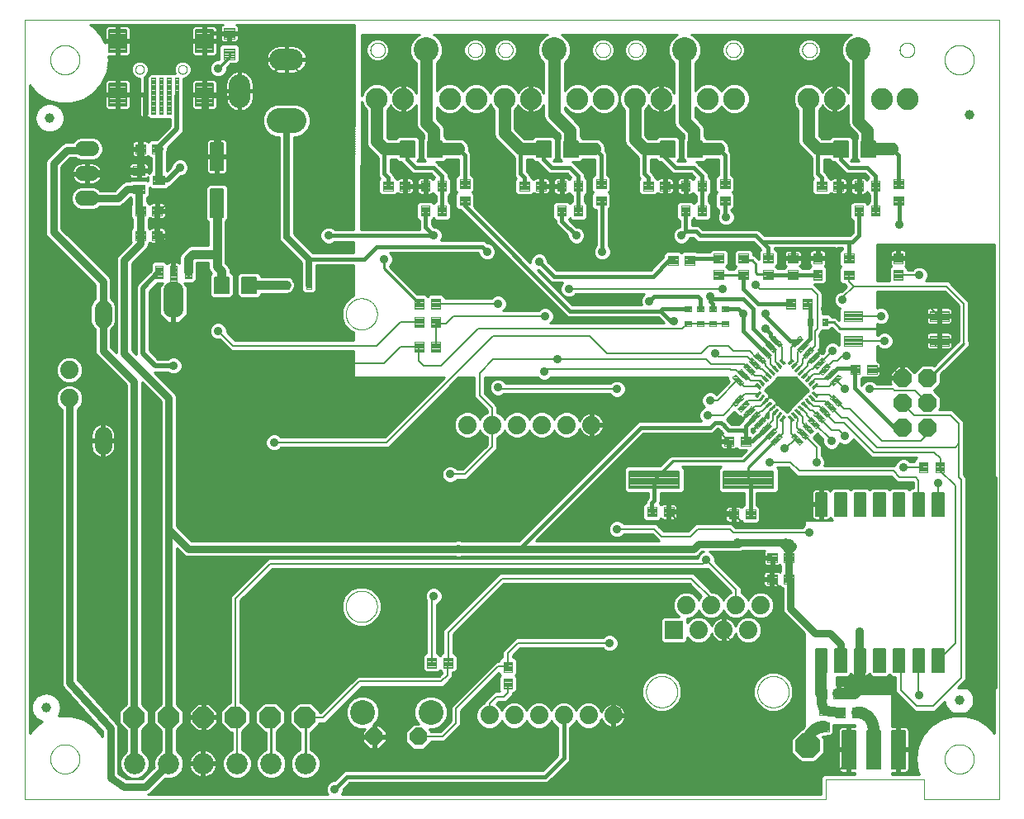
<source format=gtl>
G75*
%MOIN*%
%OFA0B0*%
%FSLAX25Y25*%
%IPPOS*%
%LPD*%
%AMOC8*
5,1,8,0,0,1.08239X$1,22.5*
%
%ADD10C,0.00394*%
%ADD11C,0.10000*%
%ADD12C,0.08858*%
%ADD13C,0.00000*%
%ADD14OC8,0.04800*%
%ADD15C,0.07000*%
%ADD16C,0.03937*%
%ADD17C,0.07400*%
%ADD18C,0.00630*%
%ADD19C,0.00390*%
%ADD20C,0.06000*%
%ADD21C,0.00397*%
%ADD22C,0.00551*%
%ADD23OC8,0.07000*%
%ADD24C,0.00472*%
%ADD25C,0.00787*%
%ADD26C,0.00409*%
%ADD27C,0.05906*%
%ADD28C,0.08600*%
%ADD29C,0.10000*%
%ADD30C,0.00760*%
%ADD31C,0.00396*%
%ADD32C,0.00591*%
%ADD33OC8,0.10000*%
%ADD34C,0.00600*%
%ADD35C,0.00500*%
%ADD36OC8,0.07400*%
%ADD37R,0.07400X0.07400*%
%ADD38C,0.08600*%
%ADD39OC8,0.08500*%
%ADD40C,0.00433*%
%ADD41C,0.00402*%
%ADD42C,0.01600*%
%ADD43C,0.02000*%
%ADD44C,0.03000*%
%ADD45C,0.03569*%
%ADD46C,0.00800*%
%ADD47C,0.01000*%
%ADD48C,0.04500*%
%ADD49C,0.03200*%
%ADD50C,0.05000*%
%ADD51C,0.02500*%
%ADD52C,0.03500*%
%ADD53C,0.04000*%
D10*
X0004500Y0077464D02*
X0327728Y0077438D01*
X0327728Y0085312D01*
X0367492Y0085312D01*
X0367492Y0077464D01*
X0397807Y0077464D01*
X0397807Y0392031D01*
X0004500Y0392031D01*
X0004500Y0077464D01*
X0166883Y0130470D02*
X0170425Y0130470D01*
X0166883Y0130470D02*
X0166883Y0134406D01*
X0170425Y0134406D01*
X0170425Y0130470D01*
X0170425Y0130863D02*
X0166883Y0130863D01*
X0166883Y0131256D02*
X0170425Y0131256D01*
X0170425Y0131649D02*
X0166883Y0131649D01*
X0166883Y0132042D02*
X0170425Y0132042D01*
X0170425Y0132435D02*
X0166883Y0132435D01*
X0166883Y0132828D02*
X0170425Y0132828D01*
X0170425Y0133221D02*
X0166883Y0133221D01*
X0166883Y0133614D02*
X0170425Y0133614D01*
X0170425Y0134007D02*
X0166883Y0134007D01*
X0166883Y0134400D02*
X0170425Y0134400D01*
X0173575Y0130470D02*
X0177117Y0130470D01*
X0173575Y0130470D02*
X0173575Y0134406D01*
X0177117Y0134406D01*
X0177117Y0130470D01*
X0177117Y0130863D02*
X0173575Y0130863D01*
X0173575Y0131256D02*
X0177117Y0131256D01*
X0177117Y0131649D02*
X0173575Y0131649D01*
X0173575Y0132042D02*
X0177117Y0132042D01*
X0177117Y0132435D02*
X0173575Y0132435D01*
X0173575Y0132828D02*
X0177117Y0132828D01*
X0177117Y0133221D02*
X0173575Y0133221D01*
X0173575Y0133614D02*
X0177117Y0133614D01*
X0177117Y0134007D02*
X0173575Y0134007D01*
X0173575Y0134400D02*
X0177117Y0134400D01*
X0197729Y0132752D02*
X0197729Y0128816D01*
X0197729Y0132752D02*
X0201271Y0132752D01*
X0201271Y0128816D01*
X0197729Y0128816D01*
X0197729Y0129209D02*
X0201271Y0129209D01*
X0201271Y0129602D02*
X0197729Y0129602D01*
X0197729Y0129995D02*
X0201271Y0129995D01*
X0201271Y0130388D02*
X0197729Y0130388D01*
X0197729Y0130781D02*
X0201271Y0130781D01*
X0201271Y0131174D02*
X0197729Y0131174D01*
X0197729Y0131567D02*
X0201271Y0131567D01*
X0201271Y0131960D02*
X0197729Y0131960D01*
X0197729Y0132353D02*
X0201271Y0132353D01*
X0201271Y0132746D02*
X0197729Y0132746D01*
X0197729Y0126059D02*
X0197729Y0122123D01*
X0197729Y0126059D02*
X0201271Y0126059D01*
X0201271Y0122123D01*
X0197729Y0122123D01*
X0197729Y0122516D02*
X0201271Y0122516D01*
X0201271Y0122909D02*
X0197729Y0122909D01*
X0197729Y0123302D02*
X0201271Y0123302D01*
X0201271Y0123695D02*
X0197729Y0123695D01*
X0197729Y0124088D02*
X0201271Y0124088D01*
X0201271Y0124481D02*
X0197729Y0124481D01*
X0197729Y0124874D02*
X0201271Y0124874D01*
X0201271Y0125267D02*
X0197729Y0125267D01*
X0197729Y0125660D02*
X0201271Y0125660D01*
X0201271Y0126053D02*
X0197729Y0126053D01*
X0255686Y0191667D02*
X0259622Y0191667D01*
X0255686Y0191667D02*
X0255686Y0195209D01*
X0259622Y0195209D01*
X0259622Y0191667D01*
X0259622Y0192060D02*
X0255686Y0192060D01*
X0255686Y0192453D02*
X0259622Y0192453D01*
X0259622Y0192846D02*
X0255686Y0192846D01*
X0255686Y0193239D02*
X0259622Y0193239D01*
X0259622Y0193632D02*
X0255686Y0193632D01*
X0255686Y0194025D02*
X0259622Y0194025D01*
X0259622Y0194418D02*
X0255686Y0194418D01*
X0255686Y0194811D02*
X0259622Y0194811D01*
X0259622Y0195204D02*
X0255686Y0195204D01*
X0262378Y0191667D02*
X0266314Y0191667D01*
X0262378Y0191667D02*
X0262378Y0195209D01*
X0266314Y0195209D01*
X0266314Y0191667D01*
X0266314Y0192060D02*
X0262378Y0192060D01*
X0262378Y0192453D02*
X0266314Y0192453D01*
X0266314Y0192846D02*
X0262378Y0192846D01*
X0262378Y0193239D02*
X0266314Y0193239D01*
X0266314Y0193632D02*
X0262378Y0193632D01*
X0262378Y0194025D02*
X0266314Y0194025D01*
X0266314Y0194418D02*
X0262378Y0194418D01*
X0262378Y0194811D02*
X0266314Y0194811D01*
X0266314Y0195204D02*
X0262378Y0195204D01*
X0288686Y0194209D02*
X0292622Y0194209D01*
X0292622Y0190667D01*
X0288686Y0190667D01*
X0288686Y0194209D01*
X0288686Y0191060D02*
X0292622Y0191060D01*
X0292622Y0191453D02*
X0288686Y0191453D01*
X0288686Y0191846D02*
X0292622Y0191846D01*
X0292622Y0192239D02*
X0288686Y0192239D01*
X0288686Y0192632D02*
X0292622Y0192632D01*
X0292622Y0193025D02*
X0288686Y0193025D01*
X0288686Y0193418D02*
X0292622Y0193418D01*
X0292622Y0193811D02*
X0288686Y0193811D01*
X0288686Y0194204D02*
X0292622Y0194204D01*
X0295378Y0194209D02*
X0299314Y0194209D01*
X0299314Y0190667D01*
X0295378Y0190667D01*
X0295378Y0194209D01*
X0295378Y0191060D02*
X0299314Y0191060D01*
X0299314Y0191453D02*
X0295378Y0191453D01*
X0295378Y0191846D02*
X0299314Y0191846D01*
X0299314Y0192239D02*
X0295378Y0192239D01*
X0295378Y0192632D02*
X0299314Y0192632D01*
X0299314Y0193025D02*
X0295378Y0193025D01*
X0295378Y0193418D02*
X0299314Y0193418D01*
X0299314Y0193811D02*
X0295378Y0193811D01*
X0295378Y0194204D02*
X0299314Y0194204D01*
X0304186Y0176709D02*
X0308122Y0176709D01*
X0308122Y0173167D01*
X0304186Y0173167D01*
X0304186Y0176709D01*
X0304186Y0173560D02*
X0308122Y0173560D01*
X0308122Y0173953D02*
X0304186Y0173953D01*
X0304186Y0174346D02*
X0308122Y0174346D01*
X0308122Y0174739D02*
X0304186Y0174739D01*
X0304186Y0175132D02*
X0308122Y0175132D01*
X0308122Y0175525D02*
X0304186Y0175525D01*
X0304186Y0175918D02*
X0308122Y0175918D01*
X0308122Y0176311D02*
X0304186Y0176311D01*
X0304186Y0176704D02*
X0308122Y0176704D01*
X0310878Y0176709D02*
X0314814Y0176709D01*
X0314814Y0173167D01*
X0310878Y0173167D01*
X0310878Y0176709D01*
X0310878Y0173560D02*
X0314814Y0173560D01*
X0314814Y0173953D02*
X0310878Y0173953D01*
X0310878Y0174346D02*
X0314814Y0174346D01*
X0314814Y0174739D02*
X0310878Y0174739D01*
X0310878Y0175132D02*
X0314814Y0175132D01*
X0314814Y0175525D02*
X0310878Y0175525D01*
X0310878Y0175918D02*
X0314814Y0175918D01*
X0314814Y0176311D02*
X0310878Y0176311D01*
X0310878Y0176704D02*
X0314814Y0176704D01*
X0314736Y0168028D02*
X0310800Y0168028D01*
X0314736Y0168028D02*
X0314736Y0164486D01*
X0310800Y0164486D01*
X0310800Y0168028D01*
X0310800Y0164879D02*
X0314736Y0164879D01*
X0314736Y0165272D02*
X0310800Y0165272D01*
X0310800Y0165665D02*
X0314736Y0165665D01*
X0314736Y0166058D02*
X0310800Y0166058D01*
X0310800Y0166451D02*
X0314736Y0166451D01*
X0314736Y0166844D02*
X0310800Y0166844D01*
X0310800Y0167237D02*
X0314736Y0167237D01*
X0314736Y0167630D02*
X0310800Y0167630D01*
X0310800Y0168023D02*
X0314736Y0168023D01*
X0308043Y0168028D02*
X0304107Y0168028D01*
X0308043Y0168028D02*
X0308043Y0164486D01*
X0304107Y0164486D01*
X0304107Y0168028D01*
X0304107Y0164879D02*
X0308043Y0164879D01*
X0308043Y0165272D02*
X0304107Y0165272D01*
X0304107Y0165665D02*
X0308043Y0165665D01*
X0308043Y0166058D02*
X0304107Y0166058D01*
X0304107Y0166451D02*
X0308043Y0166451D01*
X0308043Y0166844D02*
X0304107Y0166844D01*
X0304107Y0167237D02*
X0308043Y0167237D01*
X0308043Y0167630D02*
X0304107Y0167630D01*
X0304107Y0168023D02*
X0308043Y0168023D01*
X0365327Y0213461D02*
X0368869Y0213461D01*
X0368869Y0209525D01*
X0365327Y0209525D01*
X0365327Y0213461D01*
X0365327Y0209918D02*
X0368869Y0209918D01*
X0368869Y0210311D02*
X0365327Y0210311D01*
X0365327Y0210704D02*
X0368869Y0210704D01*
X0368869Y0211097D02*
X0365327Y0211097D01*
X0365327Y0211490D02*
X0368869Y0211490D01*
X0368869Y0211883D02*
X0365327Y0211883D01*
X0365327Y0212276D02*
X0368869Y0212276D01*
X0368869Y0212669D02*
X0365327Y0212669D01*
X0365327Y0213062D02*
X0368869Y0213062D01*
X0368869Y0213455D02*
X0365327Y0213455D01*
X0372020Y0213461D02*
X0375562Y0213461D01*
X0375562Y0209525D01*
X0372020Y0209525D01*
X0372020Y0213461D01*
X0372020Y0209918D02*
X0375562Y0209918D01*
X0375562Y0210311D02*
X0372020Y0210311D01*
X0372020Y0210704D02*
X0375562Y0210704D01*
X0375562Y0211097D02*
X0372020Y0211097D01*
X0372020Y0211490D02*
X0375562Y0211490D01*
X0375562Y0211883D02*
X0372020Y0211883D01*
X0372020Y0212276D02*
X0375562Y0212276D01*
X0375562Y0212669D02*
X0372020Y0212669D01*
X0372020Y0213062D02*
X0375562Y0213062D01*
X0375562Y0213455D02*
X0372020Y0213455D01*
X0348314Y0249167D02*
X0344378Y0249167D01*
X0344378Y0252709D01*
X0348314Y0252709D01*
X0348314Y0249167D01*
X0348314Y0249560D02*
X0344378Y0249560D01*
X0344378Y0249953D02*
X0348314Y0249953D01*
X0348314Y0250346D02*
X0344378Y0250346D01*
X0344378Y0250739D02*
X0348314Y0250739D01*
X0348314Y0251132D02*
X0344378Y0251132D01*
X0344378Y0251525D02*
X0348314Y0251525D01*
X0348314Y0251918D02*
X0344378Y0251918D01*
X0344378Y0252311D02*
X0348314Y0252311D01*
X0348314Y0252704D02*
X0344378Y0252704D01*
X0341622Y0249167D02*
X0337686Y0249167D01*
X0337686Y0252709D01*
X0341622Y0252709D01*
X0341622Y0249167D01*
X0341622Y0249560D02*
X0337686Y0249560D01*
X0337686Y0249953D02*
X0341622Y0249953D01*
X0341622Y0250346D02*
X0337686Y0250346D01*
X0337686Y0250739D02*
X0341622Y0250739D01*
X0341622Y0251132D02*
X0337686Y0251132D01*
X0337686Y0251525D02*
X0341622Y0251525D01*
X0341622Y0251918D02*
X0337686Y0251918D01*
X0337686Y0252311D02*
X0341622Y0252311D01*
X0341622Y0252704D02*
X0337686Y0252704D01*
X0322111Y0279406D02*
X0318569Y0279406D01*
X0322111Y0279406D02*
X0322111Y0275470D01*
X0318569Y0275470D01*
X0318569Y0279406D01*
X0318569Y0275863D02*
X0322111Y0275863D01*
X0322111Y0276256D02*
X0318569Y0276256D01*
X0318569Y0276649D02*
X0322111Y0276649D01*
X0322111Y0277042D02*
X0318569Y0277042D01*
X0318569Y0277435D02*
X0322111Y0277435D01*
X0322111Y0277828D02*
X0318569Y0277828D01*
X0318569Y0278221D02*
X0322111Y0278221D01*
X0322111Y0278614D02*
X0318569Y0278614D01*
X0318569Y0279007D02*
X0322111Y0279007D01*
X0322111Y0279400D02*
X0318569Y0279400D01*
X0315418Y0279406D02*
X0311876Y0279406D01*
X0315418Y0279406D02*
X0315418Y0275470D01*
X0311876Y0275470D01*
X0311876Y0279406D01*
X0311876Y0275863D02*
X0315418Y0275863D01*
X0315418Y0276256D02*
X0311876Y0276256D01*
X0311876Y0276649D02*
X0315418Y0276649D01*
X0315418Y0277042D02*
X0311876Y0277042D01*
X0311876Y0277435D02*
X0315418Y0277435D01*
X0315418Y0277828D02*
X0311876Y0277828D01*
X0311876Y0278221D02*
X0315418Y0278221D01*
X0315418Y0278614D02*
X0311876Y0278614D01*
X0311876Y0279007D02*
X0315418Y0279007D01*
X0315418Y0279400D02*
X0311876Y0279400D01*
X0312532Y0287327D02*
X0312532Y0290869D01*
X0316468Y0290869D01*
X0316468Y0287327D01*
X0312532Y0287327D01*
X0312532Y0287720D02*
X0316468Y0287720D01*
X0316468Y0288113D02*
X0312532Y0288113D01*
X0312532Y0288506D02*
X0316468Y0288506D01*
X0316468Y0288899D02*
X0312532Y0288899D01*
X0312532Y0289292D02*
X0316468Y0289292D01*
X0316468Y0289685D02*
X0312532Y0289685D01*
X0312532Y0290078D02*
X0316468Y0290078D01*
X0316468Y0290471D02*
X0312532Y0290471D01*
X0312532Y0290864D02*
X0316468Y0290864D01*
X0312532Y0294019D02*
X0312532Y0297561D01*
X0316468Y0297561D01*
X0316468Y0294019D01*
X0312532Y0294019D01*
X0312532Y0294412D02*
X0316468Y0294412D01*
X0316468Y0294805D02*
X0312532Y0294805D01*
X0312532Y0295198D02*
X0316468Y0295198D01*
X0316468Y0295591D02*
X0312532Y0295591D01*
X0312532Y0295984D02*
X0316468Y0295984D01*
X0316468Y0296377D02*
X0312532Y0296377D01*
X0312532Y0296770D02*
X0316468Y0296770D01*
X0316468Y0297163D02*
X0312532Y0297163D01*
X0312532Y0297556D02*
X0316468Y0297556D01*
X0326271Y0297758D02*
X0326271Y0293822D01*
X0322729Y0293822D01*
X0322729Y0297758D01*
X0326271Y0297758D01*
X0326271Y0294215D02*
X0322729Y0294215D01*
X0322729Y0294608D02*
X0326271Y0294608D01*
X0326271Y0295001D02*
X0322729Y0295001D01*
X0322729Y0295394D02*
X0326271Y0295394D01*
X0326271Y0295787D02*
X0322729Y0295787D01*
X0322729Y0296180D02*
X0326271Y0296180D01*
X0326271Y0296573D02*
X0322729Y0296573D01*
X0322729Y0296966D02*
X0326271Y0296966D01*
X0326271Y0297359D02*
X0322729Y0297359D01*
X0322729Y0297752D02*
X0326271Y0297752D01*
X0326271Y0291066D02*
X0326271Y0287130D01*
X0322729Y0287130D01*
X0322729Y0291066D01*
X0326271Y0291066D01*
X0326271Y0287523D02*
X0322729Y0287523D01*
X0322729Y0287916D02*
X0326271Y0287916D01*
X0326271Y0288309D02*
X0322729Y0288309D01*
X0322729Y0288702D02*
X0326271Y0288702D01*
X0326271Y0289095D02*
X0322729Y0289095D01*
X0322729Y0289488D02*
X0326271Y0289488D01*
X0326271Y0289881D02*
X0322729Y0289881D01*
X0322729Y0290274D02*
X0326271Y0290274D01*
X0326271Y0290667D02*
X0322729Y0290667D01*
X0322729Y0291060D02*
X0326271Y0291060D01*
X0338968Y0290862D02*
X0338968Y0287320D01*
X0335032Y0287320D01*
X0335032Y0290862D01*
X0338968Y0290862D01*
X0338968Y0287713D02*
X0335032Y0287713D01*
X0335032Y0288106D02*
X0338968Y0288106D01*
X0338968Y0288499D02*
X0335032Y0288499D01*
X0335032Y0288892D02*
X0338968Y0288892D01*
X0338968Y0289285D02*
X0335032Y0289285D01*
X0335032Y0289678D02*
X0338968Y0289678D01*
X0338968Y0290071D02*
X0335032Y0290071D01*
X0335032Y0290464D02*
X0338968Y0290464D01*
X0338968Y0290857D02*
X0335032Y0290857D01*
X0338968Y0294013D02*
X0338968Y0297555D01*
X0338968Y0294013D02*
X0335032Y0294013D01*
X0335032Y0297555D01*
X0338968Y0297555D01*
X0338968Y0294406D02*
X0335032Y0294406D01*
X0335032Y0294799D02*
X0338968Y0294799D01*
X0338968Y0295192D02*
X0335032Y0295192D01*
X0335032Y0295585D02*
X0338968Y0295585D01*
X0338968Y0295978D02*
X0335032Y0295978D01*
X0335032Y0296371D02*
X0338968Y0296371D01*
X0338968Y0296764D02*
X0335032Y0296764D01*
X0335032Y0297157D02*
X0338968Y0297157D01*
X0338968Y0297550D02*
X0335032Y0297550D01*
X0358771Y0297752D02*
X0358771Y0293816D01*
X0355229Y0293816D01*
X0355229Y0297752D01*
X0358771Y0297752D01*
X0358771Y0294209D02*
X0355229Y0294209D01*
X0355229Y0294602D02*
X0358771Y0294602D01*
X0358771Y0294995D02*
X0355229Y0294995D01*
X0355229Y0295388D02*
X0358771Y0295388D01*
X0358771Y0295781D02*
X0355229Y0295781D01*
X0355229Y0296174D02*
X0358771Y0296174D01*
X0358771Y0296567D02*
X0355229Y0296567D01*
X0355229Y0296960D02*
X0358771Y0296960D01*
X0358771Y0297353D02*
X0355229Y0297353D01*
X0355229Y0297746D02*
X0358771Y0297746D01*
X0358771Y0291059D02*
X0358771Y0287123D01*
X0355229Y0287123D01*
X0355229Y0291059D01*
X0358771Y0291059D01*
X0358771Y0287516D02*
X0355229Y0287516D01*
X0355229Y0287909D02*
X0358771Y0287909D01*
X0358771Y0288302D02*
X0355229Y0288302D01*
X0355229Y0288695D02*
X0358771Y0288695D01*
X0358771Y0289088D02*
X0355229Y0289088D01*
X0355229Y0289481D02*
X0358771Y0289481D01*
X0358771Y0289874D02*
X0355229Y0289874D01*
X0355229Y0290267D02*
X0358771Y0290267D01*
X0358771Y0290660D02*
X0355229Y0290660D01*
X0355229Y0291053D02*
X0358771Y0291053D01*
X0349617Y0316912D02*
X0346075Y0316912D01*
X0349617Y0316912D02*
X0349617Y0312976D01*
X0346075Y0312976D01*
X0346075Y0316912D01*
X0346075Y0313369D02*
X0349617Y0313369D01*
X0349617Y0313762D02*
X0346075Y0313762D01*
X0346075Y0314155D02*
X0349617Y0314155D01*
X0349617Y0314548D02*
X0346075Y0314548D01*
X0346075Y0314941D02*
X0349617Y0314941D01*
X0349617Y0315334D02*
X0346075Y0315334D01*
X0346075Y0315727D02*
X0349617Y0315727D01*
X0349617Y0316120D02*
X0346075Y0316120D01*
X0346075Y0316513D02*
X0349617Y0316513D01*
X0349617Y0316906D02*
X0346075Y0316906D01*
X0342925Y0316912D02*
X0339383Y0316912D01*
X0342925Y0316912D02*
X0342925Y0312976D01*
X0339383Y0312976D01*
X0339383Y0316912D01*
X0339383Y0313369D02*
X0342925Y0313369D01*
X0342925Y0313762D02*
X0339383Y0313762D01*
X0339383Y0314155D02*
X0342925Y0314155D01*
X0342925Y0314548D02*
X0339383Y0314548D01*
X0339383Y0314941D02*
X0342925Y0314941D01*
X0342925Y0315334D02*
X0339383Y0315334D01*
X0339383Y0315727D02*
X0342925Y0315727D01*
X0342925Y0316120D02*
X0339383Y0316120D01*
X0339383Y0316513D02*
X0342925Y0316513D01*
X0342925Y0316906D02*
X0339383Y0316906D01*
X0339383Y0326912D02*
X0342925Y0326912D01*
X0342925Y0322976D01*
X0339383Y0322976D01*
X0339383Y0326912D01*
X0339383Y0323369D02*
X0342925Y0323369D01*
X0342925Y0323762D02*
X0339383Y0323762D01*
X0339383Y0324155D02*
X0342925Y0324155D01*
X0342925Y0324548D02*
X0339383Y0324548D01*
X0339383Y0324941D02*
X0342925Y0324941D01*
X0342925Y0325334D02*
X0339383Y0325334D01*
X0339383Y0325727D02*
X0342925Y0325727D01*
X0342925Y0326120D02*
X0339383Y0326120D01*
X0339383Y0326513D02*
X0342925Y0326513D01*
X0342925Y0326906D02*
X0339383Y0326906D01*
X0334814Y0323173D02*
X0330878Y0323173D01*
X0330878Y0326715D01*
X0334814Y0326715D01*
X0334814Y0323173D01*
X0334814Y0323566D02*
X0330878Y0323566D01*
X0330878Y0323959D02*
X0334814Y0323959D01*
X0334814Y0324352D02*
X0330878Y0324352D01*
X0330878Y0324745D02*
X0334814Y0324745D01*
X0334814Y0325138D02*
X0330878Y0325138D01*
X0330878Y0325531D02*
X0334814Y0325531D01*
X0334814Y0325924D02*
X0330878Y0325924D01*
X0330878Y0326317D02*
X0334814Y0326317D01*
X0334814Y0326710D02*
X0330878Y0326710D01*
X0328122Y0323173D02*
X0324186Y0323173D01*
X0324186Y0326715D01*
X0328122Y0326715D01*
X0328122Y0323173D01*
X0328122Y0323566D02*
X0324186Y0323566D01*
X0324186Y0323959D02*
X0328122Y0323959D01*
X0328122Y0324352D02*
X0324186Y0324352D01*
X0324186Y0324745D02*
X0328122Y0324745D01*
X0328122Y0325138D02*
X0324186Y0325138D01*
X0324186Y0325531D02*
X0328122Y0325531D01*
X0328122Y0325924D02*
X0324186Y0325924D01*
X0324186Y0326317D02*
X0328122Y0326317D01*
X0328122Y0326710D02*
X0324186Y0326710D01*
X0346075Y0326912D02*
X0349617Y0326912D01*
X0349617Y0322976D01*
X0346075Y0322976D01*
X0346075Y0326912D01*
X0346075Y0323369D02*
X0349617Y0323369D01*
X0349617Y0323762D02*
X0346075Y0323762D01*
X0346075Y0324155D02*
X0349617Y0324155D01*
X0349617Y0324548D02*
X0346075Y0324548D01*
X0346075Y0324941D02*
X0349617Y0324941D01*
X0349617Y0325334D02*
X0346075Y0325334D01*
X0346075Y0325727D02*
X0349617Y0325727D01*
X0349617Y0326120D02*
X0346075Y0326120D01*
X0346075Y0326513D02*
X0349617Y0326513D01*
X0349617Y0326906D02*
X0346075Y0326906D01*
X0355032Y0327555D02*
X0355032Y0324013D01*
X0355032Y0327555D02*
X0358968Y0327555D01*
X0358968Y0324013D01*
X0355032Y0324013D01*
X0355032Y0324406D02*
X0358968Y0324406D01*
X0358968Y0324799D02*
X0355032Y0324799D01*
X0355032Y0325192D02*
X0358968Y0325192D01*
X0358968Y0325585D02*
X0355032Y0325585D01*
X0355032Y0325978D02*
X0358968Y0325978D01*
X0358968Y0326371D02*
X0355032Y0326371D01*
X0355032Y0326764D02*
X0358968Y0326764D01*
X0358968Y0327157D02*
X0355032Y0327157D01*
X0355032Y0327550D02*
X0358968Y0327550D01*
X0355032Y0320862D02*
X0355032Y0317320D01*
X0355032Y0320862D02*
X0358968Y0320862D01*
X0358968Y0317320D01*
X0355032Y0317320D01*
X0355032Y0317713D02*
X0358968Y0317713D01*
X0358968Y0318106D02*
X0355032Y0318106D01*
X0355032Y0318499D02*
X0358968Y0318499D01*
X0358968Y0318892D02*
X0355032Y0318892D01*
X0355032Y0319285D02*
X0358968Y0319285D01*
X0358968Y0319678D02*
X0355032Y0319678D01*
X0355032Y0320071D02*
X0358968Y0320071D01*
X0358968Y0320464D02*
X0355032Y0320464D01*
X0355032Y0320857D02*
X0358968Y0320857D01*
X0306468Y0297561D02*
X0306468Y0294019D01*
X0302532Y0294019D01*
X0302532Y0297561D01*
X0306468Y0297561D01*
X0306468Y0294412D02*
X0302532Y0294412D01*
X0302532Y0294805D02*
X0306468Y0294805D01*
X0306468Y0295198D02*
X0302532Y0295198D01*
X0302532Y0295591D02*
X0306468Y0295591D01*
X0306468Y0295984D02*
X0302532Y0295984D01*
X0302532Y0296377D02*
X0306468Y0296377D01*
X0306468Y0296770D02*
X0302532Y0296770D01*
X0302532Y0297163D02*
X0306468Y0297163D01*
X0306468Y0297556D02*
X0302532Y0297556D01*
X0296468Y0297561D02*
X0296468Y0294019D01*
X0292532Y0294019D01*
X0292532Y0297561D01*
X0296468Y0297561D01*
X0296468Y0294412D02*
X0292532Y0294412D01*
X0292532Y0294805D02*
X0296468Y0294805D01*
X0296468Y0295198D02*
X0292532Y0295198D01*
X0292532Y0295591D02*
X0296468Y0295591D01*
X0296468Y0295984D02*
X0292532Y0295984D01*
X0292532Y0296377D02*
X0296468Y0296377D01*
X0296468Y0296770D02*
X0292532Y0296770D01*
X0292532Y0297163D02*
X0296468Y0297163D01*
X0296468Y0297556D02*
X0292532Y0297556D01*
X0282532Y0297561D02*
X0282532Y0294019D01*
X0282532Y0297561D02*
X0286468Y0297561D01*
X0286468Y0294019D01*
X0282532Y0294019D01*
X0282532Y0294412D02*
X0286468Y0294412D01*
X0286468Y0294805D02*
X0282532Y0294805D01*
X0282532Y0295198D02*
X0286468Y0295198D01*
X0286468Y0295591D02*
X0282532Y0295591D01*
X0282532Y0295984D02*
X0286468Y0295984D01*
X0286468Y0296377D02*
X0282532Y0296377D01*
X0282532Y0296770D02*
X0286468Y0296770D01*
X0286468Y0297163D02*
X0282532Y0297163D01*
X0282532Y0297556D02*
X0286468Y0297556D01*
X0282532Y0290869D02*
X0282532Y0287327D01*
X0282532Y0290869D02*
X0286468Y0290869D01*
X0286468Y0287327D01*
X0282532Y0287327D01*
X0282532Y0287720D02*
X0286468Y0287720D01*
X0286468Y0288113D02*
X0282532Y0288113D01*
X0282532Y0288506D02*
X0286468Y0288506D01*
X0286468Y0288899D02*
X0282532Y0288899D01*
X0282532Y0289292D02*
X0286468Y0289292D01*
X0286468Y0289685D02*
X0282532Y0289685D01*
X0282532Y0290078D02*
X0286468Y0290078D01*
X0286468Y0290471D02*
X0282532Y0290471D01*
X0282532Y0290864D02*
X0286468Y0290864D01*
X0296468Y0290869D02*
X0296468Y0287327D01*
X0292532Y0287327D01*
X0292532Y0290869D01*
X0296468Y0290869D01*
X0296468Y0287720D02*
X0292532Y0287720D01*
X0292532Y0288113D02*
X0296468Y0288113D01*
X0296468Y0288506D02*
X0292532Y0288506D01*
X0292532Y0288899D02*
X0296468Y0288899D01*
X0296468Y0289292D02*
X0292532Y0289292D01*
X0292532Y0289685D02*
X0296468Y0289685D01*
X0296468Y0290078D02*
X0292532Y0290078D01*
X0292532Y0290471D02*
X0296468Y0290471D01*
X0296468Y0290864D02*
X0292532Y0290864D01*
X0306468Y0290869D02*
X0306468Y0287327D01*
X0302532Y0287327D01*
X0302532Y0290869D01*
X0306468Y0290869D01*
X0306468Y0287720D02*
X0302532Y0287720D01*
X0302532Y0288113D02*
X0306468Y0288113D01*
X0306468Y0288506D02*
X0302532Y0288506D01*
X0302532Y0288899D02*
X0306468Y0288899D01*
X0306468Y0289292D02*
X0302532Y0289292D01*
X0302532Y0289685D02*
X0306468Y0289685D01*
X0306468Y0290078D02*
X0302532Y0290078D01*
X0302532Y0290471D02*
X0306468Y0290471D01*
X0306468Y0290864D02*
X0302532Y0290864D01*
X0274814Y0296715D02*
X0270878Y0296715D01*
X0274814Y0296715D02*
X0274814Y0293173D01*
X0270878Y0293173D01*
X0270878Y0296715D01*
X0270878Y0293566D02*
X0274814Y0293566D01*
X0274814Y0293959D02*
X0270878Y0293959D01*
X0270878Y0294352D02*
X0274814Y0294352D01*
X0274814Y0294745D02*
X0270878Y0294745D01*
X0270878Y0295138D02*
X0274814Y0295138D01*
X0274814Y0295531D02*
X0270878Y0295531D01*
X0270878Y0295924D02*
X0274814Y0295924D01*
X0274814Y0296317D02*
X0270878Y0296317D01*
X0270878Y0296710D02*
X0274814Y0296710D01*
X0268122Y0296715D02*
X0264186Y0296715D01*
X0268122Y0296715D02*
X0268122Y0293173D01*
X0264186Y0293173D01*
X0264186Y0296715D01*
X0264186Y0293566D02*
X0268122Y0293566D01*
X0268122Y0293959D02*
X0264186Y0293959D01*
X0264186Y0294352D02*
X0268122Y0294352D01*
X0268122Y0294745D02*
X0264186Y0294745D01*
X0264186Y0295138D02*
X0268122Y0295138D01*
X0268122Y0295531D02*
X0264186Y0295531D01*
X0264186Y0295924D02*
X0268122Y0295924D01*
X0268122Y0296317D02*
X0264186Y0296317D01*
X0264186Y0296710D02*
X0268122Y0296710D01*
X0269383Y0316912D02*
X0272925Y0316912D01*
X0272925Y0312976D01*
X0269383Y0312976D01*
X0269383Y0316912D01*
X0269383Y0313369D02*
X0272925Y0313369D01*
X0272925Y0313762D02*
X0269383Y0313762D01*
X0269383Y0314155D02*
X0272925Y0314155D01*
X0272925Y0314548D02*
X0269383Y0314548D01*
X0269383Y0314941D02*
X0272925Y0314941D01*
X0272925Y0315334D02*
X0269383Y0315334D01*
X0269383Y0315727D02*
X0272925Y0315727D01*
X0272925Y0316120D02*
X0269383Y0316120D01*
X0269383Y0316513D02*
X0272925Y0316513D01*
X0272925Y0316906D02*
X0269383Y0316906D01*
X0269383Y0326912D02*
X0272925Y0326912D01*
X0272925Y0322976D01*
X0269383Y0322976D01*
X0269383Y0326912D01*
X0269383Y0323369D02*
X0272925Y0323369D01*
X0272925Y0323762D02*
X0269383Y0323762D01*
X0269383Y0324155D02*
X0272925Y0324155D01*
X0272925Y0324548D02*
X0269383Y0324548D01*
X0269383Y0324941D02*
X0272925Y0324941D01*
X0272925Y0325334D02*
X0269383Y0325334D01*
X0269383Y0325727D02*
X0272925Y0325727D01*
X0272925Y0326120D02*
X0269383Y0326120D01*
X0269383Y0326513D02*
X0272925Y0326513D01*
X0272925Y0326906D02*
X0269383Y0326906D01*
X0264814Y0323173D02*
X0260878Y0323173D01*
X0260878Y0326715D01*
X0264814Y0326715D01*
X0264814Y0323173D01*
X0264814Y0323566D02*
X0260878Y0323566D01*
X0260878Y0323959D02*
X0264814Y0323959D01*
X0264814Y0324352D02*
X0260878Y0324352D01*
X0260878Y0324745D02*
X0264814Y0324745D01*
X0264814Y0325138D02*
X0260878Y0325138D01*
X0260878Y0325531D02*
X0264814Y0325531D01*
X0264814Y0325924D02*
X0260878Y0325924D01*
X0260878Y0326317D02*
X0264814Y0326317D01*
X0264814Y0326710D02*
X0260878Y0326710D01*
X0258122Y0323173D02*
X0254186Y0323173D01*
X0254186Y0326715D01*
X0258122Y0326715D01*
X0258122Y0323173D01*
X0258122Y0323566D02*
X0254186Y0323566D01*
X0254186Y0323959D02*
X0258122Y0323959D01*
X0258122Y0324352D02*
X0254186Y0324352D01*
X0254186Y0324745D02*
X0258122Y0324745D01*
X0258122Y0325138D02*
X0254186Y0325138D01*
X0254186Y0325531D02*
X0258122Y0325531D01*
X0258122Y0325924D02*
X0254186Y0325924D01*
X0254186Y0326317D02*
X0258122Y0326317D01*
X0258122Y0326710D02*
X0254186Y0326710D01*
X0235032Y0327555D02*
X0235032Y0324013D01*
X0235032Y0327555D02*
X0238968Y0327555D01*
X0238968Y0324013D01*
X0235032Y0324013D01*
X0235032Y0324406D02*
X0238968Y0324406D01*
X0238968Y0324799D02*
X0235032Y0324799D01*
X0235032Y0325192D02*
X0238968Y0325192D01*
X0238968Y0325585D02*
X0235032Y0325585D01*
X0235032Y0325978D02*
X0238968Y0325978D01*
X0238968Y0326371D02*
X0235032Y0326371D01*
X0235032Y0326764D02*
X0238968Y0326764D01*
X0238968Y0327157D02*
X0235032Y0327157D01*
X0235032Y0327550D02*
X0238968Y0327550D01*
X0235032Y0320862D02*
X0235032Y0317320D01*
X0235032Y0320862D02*
X0238968Y0320862D01*
X0238968Y0317320D01*
X0235032Y0317320D01*
X0235032Y0317713D02*
X0238968Y0317713D01*
X0238968Y0318106D02*
X0235032Y0318106D01*
X0235032Y0318499D02*
X0238968Y0318499D01*
X0238968Y0318892D02*
X0235032Y0318892D01*
X0235032Y0319285D02*
X0238968Y0319285D01*
X0238968Y0319678D02*
X0235032Y0319678D01*
X0235032Y0320071D02*
X0238968Y0320071D01*
X0238968Y0320464D02*
X0235032Y0320464D01*
X0235032Y0320857D02*
X0238968Y0320857D01*
X0229617Y0326912D02*
X0226075Y0326912D01*
X0229617Y0326912D02*
X0229617Y0322976D01*
X0226075Y0322976D01*
X0226075Y0326912D01*
X0226075Y0323369D02*
X0229617Y0323369D01*
X0229617Y0323762D02*
X0226075Y0323762D01*
X0226075Y0324155D02*
X0229617Y0324155D01*
X0229617Y0324548D02*
X0226075Y0324548D01*
X0226075Y0324941D02*
X0229617Y0324941D01*
X0229617Y0325334D02*
X0226075Y0325334D01*
X0226075Y0325727D02*
X0229617Y0325727D01*
X0229617Y0326120D02*
X0226075Y0326120D01*
X0226075Y0326513D02*
X0229617Y0326513D01*
X0229617Y0326906D02*
X0226075Y0326906D01*
X0222925Y0326912D02*
X0219383Y0326912D01*
X0222925Y0326912D02*
X0222925Y0322976D01*
X0219383Y0322976D01*
X0219383Y0326912D01*
X0219383Y0323369D02*
X0222925Y0323369D01*
X0222925Y0323762D02*
X0219383Y0323762D01*
X0219383Y0324155D02*
X0222925Y0324155D01*
X0222925Y0324548D02*
X0219383Y0324548D01*
X0219383Y0324941D02*
X0222925Y0324941D01*
X0222925Y0325334D02*
X0219383Y0325334D01*
X0219383Y0325727D02*
X0222925Y0325727D01*
X0222925Y0326120D02*
X0219383Y0326120D01*
X0219383Y0326513D02*
X0222925Y0326513D01*
X0222925Y0326906D02*
X0219383Y0326906D01*
X0214814Y0323173D02*
X0210878Y0323173D01*
X0210878Y0326715D01*
X0214814Y0326715D01*
X0214814Y0323173D01*
X0214814Y0323566D02*
X0210878Y0323566D01*
X0210878Y0323959D02*
X0214814Y0323959D01*
X0214814Y0324352D02*
X0210878Y0324352D01*
X0210878Y0324745D02*
X0214814Y0324745D01*
X0214814Y0325138D02*
X0210878Y0325138D01*
X0210878Y0325531D02*
X0214814Y0325531D01*
X0214814Y0325924D02*
X0210878Y0325924D01*
X0210878Y0326317D02*
X0214814Y0326317D01*
X0214814Y0326710D02*
X0210878Y0326710D01*
X0208122Y0323173D02*
X0204186Y0323173D01*
X0204186Y0326715D01*
X0208122Y0326715D01*
X0208122Y0323173D01*
X0208122Y0323566D02*
X0204186Y0323566D01*
X0204186Y0323959D02*
X0208122Y0323959D01*
X0208122Y0324352D02*
X0204186Y0324352D01*
X0204186Y0324745D02*
X0208122Y0324745D01*
X0208122Y0325138D02*
X0204186Y0325138D01*
X0204186Y0325531D02*
X0208122Y0325531D01*
X0208122Y0325924D02*
X0204186Y0325924D01*
X0204186Y0326317D02*
X0208122Y0326317D01*
X0208122Y0326710D02*
X0204186Y0326710D01*
X0219383Y0316912D02*
X0222925Y0316912D01*
X0222925Y0312976D01*
X0219383Y0312976D01*
X0219383Y0316912D01*
X0219383Y0313369D02*
X0222925Y0313369D01*
X0222925Y0313762D02*
X0219383Y0313762D01*
X0219383Y0314155D02*
X0222925Y0314155D01*
X0222925Y0314548D02*
X0219383Y0314548D01*
X0219383Y0314941D02*
X0222925Y0314941D01*
X0222925Y0315334D02*
X0219383Y0315334D01*
X0219383Y0315727D02*
X0222925Y0315727D01*
X0222925Y0316120D02*
X0219383Y0316120D01*
X0219383Y0316513D02*
X0222925Y0316513D01*
X0222925Y0316906D02*
X0219383Y0316906D01*
X0226075Y0316912D02*
X0229617Y0316912D01*
X0229617Y0312976D01*
X0226075Y0312976D01*
X0226075Y0316912D01*
X0226075Y0313369D02*
X0229617Y0313369D01*
X0229617Y0313762D02*
X0226075Y0313762D01*
X0226075Y0314155D02*
X0229617Y0314155D01*
X0229617Y0314548D02*
X0226075Y0314548D01*
X0226075Y0314941D02*
X0229617Y0314941D01*
X0229617Y0315334D02*
X0226075Y0315334D01*
X0226075Y0315727D02*
X0229617Y0315727D01*
X0229617Y0316120D02*
X0226075Y0316120D01*
X0226075Y0316513D02*
X0229617Y0316513D01*
X0229617Y0316906D02*
X0226075Y0316906D01*
X0180032Y0317320D02*
X0180032Y0320862D01*
X0183968Y0320862D01*
X0183968Y0317320D01*
X0180032Y0317320D01*
X0180032Y0317713D02*
X0183968Y0317713D01*
X0183968Y0318106D02*
X0180032Y0318106D01*
X0180032Y0318499D02*
X0183968Y0318499D01*
X0183968Y0318892D02*
X0180032Y0318892D01*
X0180032Y0319285D02*
X0183968Y0319285D01*
X0183968Y0319678D02*
X0180032Y0319678D01*
X0180032Y0320071D02*
X0183968Y0320071D01*
X0183968Y0320464D02*
X0180032Y0320464D01*
X0180032Y0320857D02*
X0183968Y0320857D01*
X0180032Y0324013D02*
X0180032Y0327555D01*
X0183968Y0327555D01*
X0183968Y0324013D01*
X0180032Y0324013D01*
X0180032Y0324406D02*
X0183968Y0324406D01*
X0183968Y0324799D02*
X0180032Y0324799D01*
X0180032Y0325192D02*
X0183968Y0325192D01*
X0183968Y0325585D02*
X0180032Y0325585D01*
X0180032Y0325978D02*
X0183968Y0325978D01*
X0183968Y0326371D02*
X0180032Y0326371D01*
X0180032Y0326764D02*
X0183968Y0326764D01*
X0183968Y0327157D02*
X0180032Y0327157D01*
X0180032Y0327550D02*
X0183968Y0327550D01*
X0174617Y0326912D02*
X0171075Y0326912D01*
X0174617Y0326912D02*
X0174617Y0322976D01*
X0171075Y0322976D01*
X0171075Y0326912D01*
X0171075Y0323369D02*
X0174617Y0323369D01*
X0174617Y0323762D02*
X0171075Y0323762D01*
X0171075Y0324155D02*
X0174617Y0324155D01*
X0174617Y0324548D02*
X0171075Y0324548D01*
X0171075Y0324941D02*
X0174617Y0324941D01*
X0174617Y0325334D02*
X0171075Y0325334D01*
X0171075Y0325727D02*
X0174617Y0325727D01*
X0174617Y0326120D02*
X0171075Y0326120D01*
X0171075Y0326513D02*
X0174617Y0326513D01*
X0174617Y0326906D02*
X0171075Y0326906D01*
X0167925Y0326912D02*
X0164383Y0326912D01*
X0167925Y0326912D02*
X0167925Y0322976D01*
X0164383Y0322976D01*
X0164383Y0326912D01*
X0164383Y0323369D02*
X0167925Y0323369D01*
X0167925Y0323762D02*
X0164383Y0323762D01*
X0164383Y0324155D02*
X0167925Y0324155D01*
X0167925Y0324548D02*
X0164383Y0324548D01*
X0164383Y0324941D02*
X0167925Y0324941D01*
X0167925Y0325334D02*
X0164383Y0325334D01*
X0164383Y0325727D02*
X0167925Y0325727D01*
X0167925Y0326120D02*
X0164383Y0326120D01*
X0164383Y0326513D02*
X0167925Y0326513D01*
X0167925Y0326906D02*
X0164383Y0326906D01*
X0159814Y0323173D02*
X0155878Y0323173D01*
X0155878Y0326715D01*
X0159814Y0326715D01*
X0159814Y0323173D01*
X0159814Y0323566D02*
X0155878Y0323566D01*
X0155878Y0323959D02*
X0159814Y0323959D01*
X0159814Y0324352D02*
X0155878Y0324352D01*
X0155878Y0324745D02*
X0159814Y0324745D01*
X0159814Y0325138D02*
X0155878Y0325138D01*
X0155878Y0325531D02*
X0159814Y0325531D01*
X0159814Y0325924D02*
X0155878Y0325924D01*
X0155878Y0326317D02*
X0159814Y0326317D01*
X0159814Y0326710D02*
X0155878Y0326710D01*
X0153122Y0323173D02*
X0149186Y0323173D01*
X0149186Y0326715D01*
X0153122Y0326715D01*
X0153122Y0323173D01*
X0153122Y0323566D02*
X0149186Y0323566D01*
X0149186Y0323959D02*
X0153122Y0323959D01*
X0153122Y0324352D02*
X0149186Y0324352D01*
X0149186Y0324745D02*
X0153122Y0324745D01*
X0153122Y0325138D02*
X0149186Y0325138D01*
X0149186Y0325531D02*
X0153122Y0325531D01*
X0153122Y0325924D02*
X0149186Y0325924D01*
X0149186Y0326317D02*
X0153122Y0326317D01*
X0153122Y0326710D02*
X0149186Y0326710D01*
X0164383Y0316912D02*
X0167925Y0316912D01*
X0167925Y0312976D01*
X0164383Y0312976D01*
X0164383Y0316912D01*
X0164383Y0313369D02*
X0167925Y0313369D01*
X0167925Y0313762D02*
X0164383Y0313762D01*
X0164383Y0314155D02*
X0167925Y0314155D01*
X0167925Y0314548D02*
X0164383Y0314548D01*
X0164383Y0314941D02*
X0167925Y0314941D01*
X0167925Y0315334D02*
X0164383Y0315334D01*
X0164383Y0315727D02*
X0167925Y0315727D01*
X0167925Y0316120D02*
X0164383Y0316120D01*
X0164383Y0316513D02*
X0167925Y0316513D01*
X0167925Y0316906D02*
X0164383Y0316906D01*
X0171075Y0316912D02*
X0174617Y0316912D01*
X0174617Y0312976D01*
X0171075Y0312976D01*
X0171075Y0316912D01*
X0171075Y0313369D02*
X0174617Y0313369D01*
X0174617Y0313762D02*
X0171075Y0313762D01*
X0171075Y0314155D02*
X0174617Y0314155D01*
X0174617Y0314548D02*
X0171075Y0314548D01*
X0171075Y0314941D02*
X0174617Y0314941D01*
X0174617Y0315334D02*
X0171075Y0315334D01*
X0171075Y0315727D02*
X0174617Y0315727D01*
X0174617Y0316120D02*
X0171075Y0316120D01*
X0171075Y0316513D02*
X0174617Y0316513D01*
X0174617Y0316906D02*
X0171075Y0316906D01*
X0172117Y0275470D02*
X0168575Y0275470D01*
X0168575Y0279406D01*
X0172117Y0279406D01*
X0172117Y0275470D01*
X0172117Y0275863D02*
X0168575Y0275863D01*
X0168575Y0276256D02*
X0172117Y0276256D01*
X0172117Y0276649D02*
X0168575Y0276649D01*
X0168575Y0277042D02*
X0172117Y0277042D01*
X0172117Y0277435D02*
X0168575Y0277435D01*
X0168575Y0277828D02*
X0172117Y0277828D01*
X0172117Y0278221D02*
X0168575Y0278221D01*
X0168575Y0278614D02*
X0172117Y0278614D01*
X0172117Y0279007D02*
X0168575Y0279007D01*
X0168575Y0279400D02*
X0172117Y0279400D01*
X0165425Y0275470D02*
X0161883Y0275470D01*
X0161883Y0279406D01*
X0165425Y0279406D01*
X0165425Y0275470D01*
X0165425Y0275863D02*
X0161883Y0275863D01*
X0161883Y0276256D02*
X0165425Y0276256D01*
X0165425Y0276649D02*
X0161883Y0276649D01*
X0161883Y0277042D02*
X0165425Y0277042D01*
X0165425Y0277435D02*
X0161883Y0277435D01*
X0161883Y0277828D02*
X0165425Y0277828D01*
X0165425Y0278221D02*
X0161883Y0278221D01*
X0161883Y0278614D02*
X0165425Y0278614D01*
X0165425Y0279007D02*
X0161883Y0279007D01*
X0161883Y0279400D02*
X0165425Y0279400D01*
X0165425Y0271906D02*
X0161883Y0271906D01*
X0165425Y0271906D02*
X0165425Y0267970D01*
X0161883Y0267970D01*
X0161883Y0271906D01*
X0161883Y0268363D02*
X0165425Y0268363D01*
X0165425Y0268756D02*
X0161883Y0268756D01*
X0161883Y0269149D02*
X0165425Y0269149D01*
X0165425Y0269542D02*
X0161883Y0269542D01*
X0161883Y0269935D02*
X0165425Y0269935D01*
X0165425Y0270328D02*
X0161883Y0270328D01*
X0161883Y0270721D02*
X0165425Y0270721D01*
X0165425Y0271114D02*
X0161883Y0271114D01*
X0161883Y0271507D02*
X0165425Y0271507D01*
X0165425Y0271900D02*
X0161883Y0271900D01*
X0168575Y0271906D02*
X0172117Y0271906D01*
X0172117Y0267970D01*
X0168575Y0267970D01*
X0168575Y0271906D01*
X0168575Y0268363D02*
X0172117Y0268363D01*
X0172117Y0268756D02*
X0168575Y0268756D01*
X0168575Y0269149D02*
X0172117Y0269149D01*
X0172117Y0269542D02*
X0168575Y0269542D01*
X0168575Y0269935D02*
X0172117Y0269935D01*
X0172117Y0270328D02*
X0168575Y0270328D01*
X0168575Y0270721D02*
X0172117Y0270721D01*
X0172117Y0271114D02*
X0168575Y0271114D01*
X0168575Y0271507D02*
X0172117Y0271507D01*
X0172117Y0271900D02*
X0168575Y0271900D01*
X0168575Y0257970D02*
X0172117Y0257970D01*
X0168575Y0257970D02*
X0168575Y0261906D01*
X0172117Y0261906D01*
X0172117Y0257970D01*
X0172117Y0258363D02*
X0168575Y0258363D01*
X0168575Y0258756D02*
X0172117Y0258756D01*
X0172117Y0259149D02*
X0168575Y0259149D01*
X0168575Y0259542D02*
X0172117Y0259542D01*
X0172117Y0259935D02*
X0168575Y0259935D01*
X0168575Y0260328D02*
X0172117Y0260328D01*
X0172117Y0260721D02*
X0168575Y0260721D01*
X0168575Y0261114D02*
X0172117Y0261114D01*
X0172117Y0261507D02*
X0168575Y0261507D01*
X0168575Y0261900D02*
X0172117Y0261900D01*
X0165425Y0257970D02*
X0161883Y0257970D01*
X0161883Y0261906D01*
X0165425Y0261906D01*
X0165425Y0257970D01*
X0165425Y0258363D02*
X0161883Y0258363D01*
X0161883Y0258756D02*
X0165425Y0258756D01*
X0165425Y0259149D02*
X0161883Y0259149D01*
X0161883Y0259542D02*
X0165425Y0259542D01*
X0165425Y0259935D02*
X0161883Y0259935D01*
X0161883Y0260328D02*
X0165425Y0260328D01*
X0165425Y0260721D02*
X0161883Y0260721D01*
X0161883Y0261114D02*
X0165425Y0261114D01*
X0165425Y0261507D02*
X0161883Y0261507D01*
X0161883Y0261900D02*
X0165425Y0261900D01*
X0059814Y0306715D02*
X0055878Y0306715D01*
X0059814Y0306715D02*
X0059814Y0303173D01*
X0055878Y0303173D01*
X0055878Y0306715D01*
X0055878Y0303566D02*
X0059814Y0303566D01*
X0059814Y0303959D02*
X0055878Y0303959D01*
X0055878Y0304352D02*
X0059814Y0304352D01*
X0059814Y0304745D02*
X0055878Y0304745D01*
X0055878Y0305138D02*
X0059814Y0305138D01*
X0059814Y0305531D02*
X0055878Y0305531D01*
X0055878Y0305924D02*
X0059814Y0305924D01*
X0059814Y0306317D02*
X0055878Y0306317D01*
X0055878Y0306710D02*
X0059814Y0306710D01*
X0053122Y0306715D02*
X0049186Y0306715D01*
X0053122Y0306715D02*
X0053122Y0303173D01*
X0049186Y0303173D01*
X0049186Y0306715D01*
X0049186Y0303566D02*
X0053122Y0303566D01*
X0053122Y0303959D02*
X0049186Y0303959D01*
X0049186Y0304352D02*
X0053122Y0304352D01*
X0053122Y0304745D02*
X0049186Y0304745D01*
X0049186Y0305138D02*
X0053122Y0305138D01*
X0053122Y0305531D02*
X0049186Y0305531D01*
X0049186Y0305924D02*
X0053122Y0305924D01*
X0053122Y0306317D02*
X0049186Y0306317D01*
X0049186Y0306710D02*
X0053122Y0306710D01*
X0053122Y0316715D02*
X0049186Y0316715D01*
X0053122Y0316715D02*
X0053122Y0313173D01*
X0049186Y0313173D01*
X0049186Y0316715D01*
X0049186Y0313566D02*
X0053122Y0313566D01*
X0053122Y0313959D02*
X0049186Y0313959D01*
X0049186Y0314352D02*
X0053122Y0314352D01*
X0053122Y0314745D02*
X0049186Y0314745D01*
X0049186Y0315138D02*
X0053122Y0315138D01*
X0053122Y0315531D02*
X0049186Y0315531D01*
X0049186Y0315924D02*
X0053122Y0315924D01*
X0053122Y0316317D02*
X0049186Y0316317D01*
X0049186Y0316710D02*
X0053122Y0316710D01*
X0055878Y0316715D02*
X0059814Y0316715D01*
X0059814Y0313173D01*
X0055878Y0313173D01*
X0055878Y0316715D01*
X0055878Y0313566D02*
X0059814Y0313566D01*
X0059814Y0313959D02*
X0055878Y0313959D01*
X0055878Y0314352D02*
X0059814Y0314352D01*
X0059814Y0314745D02*
X0055878Y0314745D01*
X0055878Y0315138D02*
X0059814Y0315138D01*
X0059814Y0315531D02*
X0055878Y0315531D01*
X0055878Y0315924D02*
X0059814Y0315924D01*
X0059814Y0316317D02*
X0055878Y0316317D01*
X0055878Y0316710D02*
X0059814Y0316710D01*
X0059814Y0338173D02*
X0055878Y0338173D01*
X0055878Y0341715D01*
X0059814Y0341715D01*
X0059814Y0338173D01*
X0059814Y0338566D02*
X0055878Y0338566D01*
X0055878Y0338959D02*
X0059814Y0338959D01*
X0059814Y0339352D02*
X0055878Y0339352D01*
X0055878Y0339745D02*
X0059814Y0339745D01*
X0059814Y0340138D02*
X0055878Y0340138D01*
X0055878Y0340531D02*
X0059814Y0340531D01*
X0059814Y0340924D02*
X0055878Y0340924D01*
X0055878Y0341317D02*
X0059814Y0341317D01*
X0059814Y0341710D02*
X0055878Y0341710D01*
X0053122Y0338173D02*
X0049186Y0338173D01*
X0049186Y0341715D01*
X0053122Y0341715D01*
X0053122Y0338173D01*
X0053122Y0338566D02*
X0049186Y0338566D01*
X0049186Y0338959D02*
X0053122Y0338959D01*
X0053122Y0339352D02*
X0049186Y0339352D01*
X0049186Y0339745D02*
X0053122Y0339745D01*
X0053122Y0340138D02*
X0049186Y0340138D01*
X0049186Y0340531D02*
X0053122Y0340531D01*
X0053122Y0340924D02*
X0049186Y0340924D01*
X0049186Y0341317D02*
X0053122Y0341317D01*
X0053122Y0341710D02*
X0049186Y0341710D01*
X0052414Y0354052D02*
X0052414Y0368618D01*
X0053988Y0368618D01*
X0053988Y0354052D01*
X0052414Y0354052D01*
X0052414Y0354445D02*
X0053988Y0354445D01*
X0053988Y0354838D02*
X0052414Y0354838D01*
X0052414Y0355231D02*
X0053988Y0355231D01*
X0053988Y0355624D02*
X0052414Y0355624D01*
X0052414Y0356017D02*
X0053988Y0356017D01*
X0053988Y0356410D02*
X0052414Y0356410D01*
X0052414Y0356803D02*
X0053988Y0356803D01*
X0053988Y0357196D02*
X0052414Y0357196D01*
X0052414Y0357589D02*
X0053988Y0357589D01*
X0053988Y0357982D02*
X0052414Y0357982D01*
X0052414Y0358375D02*
X0053988Y0358375D01*
X0053988Y0358768D02*
X0052414Y0358768D01*
X0052414Y0359161D02*
X0053988Y0359161D01*
X0053988Y0359554D02*
X0052414Y0359554D01*
X0052414Y0359947D02*
X0053988Y0359947D01*
X0053988Y0360340D02*
X0052414Y0360340D01*
X0052414Y0360733D02*
X0053988Y0360733D01*
X0053988Y0361126D02*
X0052414Y0361126D01*
X0052414Y0361519D02*
X0053988Y0361519D01*
X0053988Y0361912D02*
X0052414Y0361912D01*
X0052414Y0362305D02*
X0053988Y0362305D01*
X0053988Y0362698D02*
X0052414Y0362698D01*
X0052414Y0363091D02*
X0053988Y0363091D01*
X0053988Y0363484D02*
X0052414Y0363484D01*
X0052414Y0363877D02*
X0053988Y0363877D01*
X0053988Y0364270D02*
X0052414Y0364270D01*
X0052414Y0364663D02*
X0053988Y0364663D01*
X0053988Y0365056D02*
X0052414Y0365056D01*
X0052414Y0365449D02*
X0053988Y0365449D01*
X0053988Y0365842D02*
X0052414Y0365842D01*
X0052414Y0366235D02*
X0053988Y0366235D01*
X0053988Y0366628D02*
X0052414Y0366628D01*
X0052414Y0367021D02*
X0053988Y0367021D01*
X0053988Y0367414D02*
X0052414Y0367414D01*
X0052414Y0367807D02*
X0053988Y0367807D01*
X0053988Y0368200D02*
X0052414Y0368200D01*
X0052414Y0368593D02*
X0053988Y0368593D01*
X0055563Y0368618D02*
X0055563Y0354052D01*
X0055563Y0368618D02*
X0057137Y0368618D01*
X0057137Y0354052D01*
X0055563Y0354052D01*
X0055563Y0354445D02*
X0057137Y0354445D01*
X0057137Y0354838D02*
X0055563Y0354838D01*
X0055563Y0355231D02*
X0057137Y0355231D01*
X0057137Y0355624D02*
X0055563Y0355624D01*
X0055563Y0356017D02*
X0057137Y0356017D01*
X0057137Y0356410D02*
X0055563Y0356410D01*
X0055563Y0356803D02*
X0057137Y0356803D01*
X0057137Y0357196D02*
X0055563Y0357196D01*
X0055563Y0357589D02*
X0057137Y0357589D01*
X0057137Y0357982D02*
X0055563Y0357982D01*
X0055563Y0358375D02*
X0057137Y0358375D01*
X0057137Y0358768D02*
X0055563Y0358768D01*
X0055563Y0359161D02*
X0057137Y0359161D01*
X0057137Y0359554D02*
X0055563Y0359554D01*
X0055563Y0359947D02*
X0057137Y0359947D01*
X0057137Y0360340D02*
X0055563Y0360340D01*
X0055563Y0360733D02*
X0057137Y0360733D01*
X0057137Y0361126D02*
X0055563Y0361126D01*
X0055563Y0361519D02*
X0057137Y0361519D01*
X0057137Y0361912D02*
X0055563Y0361912D01*
X0055563Y0362305D02*
X0057137Y0362305D01*
X0057137Y0362698D02*
X0055563Y0362698D01*
X0055563Y0363091D02*
X0057137Y0363091D01*
X0057137Y0363484D02*
X0055563Y0363484D01*
X0055563Y0363877D02*
X0057137Y0363877D01*
X0057137Y0364270D02*
X0055563Y0364270D01*
X0055563Y0364663D02*
X0057137Y0364663D01*
X0057137Y0365056D02*
X0055563Y0365056D01*
X0055563Y0365449D02*
X0057137Y0365449D01*
X0057137Y0365842D02*
X0055563Y0365842D01*
X0055563Y0366235D02*
X0057137Y0366235D01*
X0057137Y0366628D02*
X0055563Y0366628D01*
X0055563Y0367021D02*
X0057137Y0367021D01*
X0057137Y0367414D02*
X0055563Y0367414D01*
X0055563Y0367807D02*
X0057137Y0367807D01*
X0057137Y0368200D02*
X0055563Y0368200D01*
X0055563Y0368593D02*
X0057137Y0368593D01*
X0058713Y0368618D02*
X0058713Y0354052D01*
X0058713Y0368618D02*
X0060287Y0368618D01*
X0060287Y0354052D01*
X0058713Y0354052D01*
X0058713Y0354445D02*
X0060287Y0354445D01*
X0060287Y0354838D02*
X0058713Y0354838D01*
X0058713Y0355231D02*
X0060287Y0355231D01*
X0060287Y0355624D02*
X0058713Y0355624D01*
X0058713Y0356017D02*
X0060287Y0356017D01*
X0060287Y0356410D02*
X0058713Y0356410D01*
X0058713Y0356803D02*
X0060287Y0356803D01*
X0060287Y0357196D02*
X0058713Y0357196D01*
X0058713Y0357589D02*
X0060287Y0357589D01*
X0060287Y0357982D02*
X0058713Y0357982D01*
X0058713Y0358375D02*
X0060287Y0358375D01*
X0060287Y0358768D02*
X0058713Y0358768D01*
X0058713Y0359161D02*
X0060287Y0359161D01*
X0060287Y0359554D02*
X0058713Y0359554D01*
X0058713Y0359947D02*
X0060287Y0359947D01*
X0060287Y0360340D02*
X0058713Y0360340D01*
X0058713Y0360733D02*
X0060287Y0360733D01*
X0060287Y0361126D02*
X0058713Y0361126D01*
X0058713Y0361519D02*
X0060287Y0361519D01*
X0060287Y0361912D02*
X0058713Y0361912D01*
X0058713Y0362305D02*
X0060287Y0362305D01*
X0060287Y0362698D02*
X0058713Y0362698D01*
X0058713Y0363091D02*
X0060287Y0363091D01*
X0060287Y0363484D02*
X0058713Y0363484D01*
X0058713Y0363877D02*
X0060287Y0363877D01*
X0060287Y0364270D02*
X0058713Y0364270D01*
X0058713Y0364663D02*
X0060287Y0364663D01*
X0060287Y0365056D02*
X0058713Y0365056D01*
X0058713Y0365449D02*
X0060287Y0365449D01*
X0060287Y0365842D02*
X0058713Y0365842D01*
X0058713Y0366235D02*
X0060287Y0366235D01*
X0060287Y0366628D02*
X0058713Y0366628D01*
X0058713Y0367021D02*
X0060287Y0367021D01*
X0060287Y0367414D02*
X0058713Y0367414D01*
X0058713Y0367807D02*
X0060287Y0367807D01*
X0060287Y0368200D02*
X0058713Y0368200D01*
X0058713Y0368593D02*
X0060287Y0368593D01*
X0061863Y0368618D02*
X0061863Y0354052D01*
X0061863Y0368618D02*
X0063437Y0368618D01*
X0063437Y0354052D01*
X0061863Y0354052D01*
X0061863Y0354445D02*
X0063437Y0354445D01*
X0063437Y0354838D02*
X0061863Y0354838D01*
X0061863Y0355231D02*
X0063437Y0355231D01*
X0063437Y0355624D02*
X0061863Y0355624D01*
X0061863Y0356017D02*
X0063437Y0356017D01*
X0063437Y0356410D02*
X0061863Y0356410D01*
X0061863Y0356803D02*
X0063437Y0356803D01*
X0063437Y0357196D02*
X0061863Y0357196D01*
X0061863Y0357589D02*
X0063437Y0357589D01*
X0063437Y0357982D02*
X0061863Y0357982D01*
X0061863Y0358375D02*
X0063437Y0358375D01*
X0063437Y0358768D02*
X0061863Y0358768D01*
X0061863Y0359161D02*
X0063437Y0359161D01*
X0063437Y0359554D02*
X0061863Y0359554D01*
X0061863Y0359947D02*
X0063437Y0359947D01*
X0063437Y0360340D02*
X0061863Y0360340D01*
X0061863Y0360733D02*
X0063437Y0360733D01*
X0063437Y0361126D02*
X0061863Y0361126D01*
X0061863Y0361519D02*
X0063437Y0361519D01*
X0063437Y0361912D02*
X0061863Y0361912D01*
X0061863Y0362305D02*
X0063437Y0362305D01*
X0063437Y0362698D02*
X0061863Y0362698D01*
X0061863Y0363091D02*
X0063437Y0363091D01*
X0063437Y0363484D02*
X0061863Y0363484D01*
X0061863Y0363877D02*
X0063437Y0363877D01*
X0063437Y0364270D02*
X0061863Y0364270D01*
X0061863Y0364663D02*
X0063437Y0364663D01*
X0063437Y0365056D02*
X0061863Y0365056D01*
X0061863Y0365449D02*
X0063437Y0365449D01*
X0063437Y0365842D02*
X0061863Y0365842D01*
X0061863Y0366235D02*
X0063437Y0366235D01*
X0063437Y0366628D02*
X0061863Y0366628D01*
X0061863Y0367021D02*
X0063437Y0367021D01*
X0063437Y0367414D02*
X0061863Y0367414D01*
X0061863Y0367807D02*
X0063437Y0367807D01*
X0063437Y0368200D02*
X0061863Y0368200D01*
X0061863Y0368593D02*
X0063437Y0368593D01*
X0065012Y0368618D02*
X0065012Y0354052D01*
X0065012Y0368618D02*
X0066586Y0368618D01*
X0066586Y0354052D01*
X0065012Y0354052D01*
X0065012Y0354445D02*
X0066586Y0354445D01*
X0066586Y0354838D02*
X0065012Y0354838D01*
X0065012Y0355231D02*
X0066586Y0355231D01*
X0066586Y0355624D02*
X0065012Y0355624D01*
X0065012Y0356017D02*
X0066586Y0356017D01*
X0066586Y0356410D02*
X0065012Y0356410D01*
X0065012Y0356803D02*
X0066586Y0356803D01*
X0066586Y0357196D02*
X0065012Y0357196D01*
X0065012Y0357589D02*
X0066586Y0357589D01*
X0066586Y0357982D02*
X0065012Y0357982D01*
X0065012Y0358375D02*
X0066586Y0358375D01*
X0066586Y0358768D02*
X0065012Y0358768D01*
X0065012Y0359161D02*
X0066586Y0359161D01*
X0066586Y0359554D02*
X0065012Y0359554D01*
X0065012Y0359947D02*
X0066586Y0359947D01*
X0066586Y0360340D02*
X0065012Y0360340D01*
X0065012Y0360733D02*
X0066586Y0360733D01*
X0066586Y0361126D02*
X0065012Y0361126D01*
X0065012Y0361519D02*
X0066586Y0361519D01*
X0066586Y0361912D02*
X0065012Y0361912D01*
X0065012Y0362305D02*
X0066586Y0362305D01*
X0066586Y0362698D02*
X0065012Y0362698D01*
X0065012Y0363091D02*
X0066586Y0363091D01*
X0066586Y0363484D02*
X0065012Y0363484D01*
X0065012Y0363877D02*
X0066586Y0363877D01*
X0066586Y0364270D02*
X0065012Y0364270D01*
X0065012Y0364663D02*
X0066586Y0364663D01*
X0066586Y0365056D02*
X0065012Y0365056D01*
X0065012Y0365449D02*
X0066586Y0365449D01*
X0066586Y0365842D02*
X0065012Y0365842D01*
X0065012Y0366235D02*
X0066586Y0366235D01*
X0066586Y0366628D02*
X0065012Y0366628D01*
X0065012Y0367021D02*
X0066586Y0367021D01*
X0066586Y0367414D02*
X0065012Y0367414D01*
X0065012Y0367807D02*
X0066586Y0367807D01*
X0066586Y0368200D02*
X0065012Y0368200D01*
X0065012Y0368593D02*
X0066586Y0368593D01*
X0276075Y0326912D02*
X0279617Y0326912D01*
X0279617Y0322976D01*
X0276075Y0322976D01*
X0276075Y0326912D01*
X0276075Y0323369D02*
X0279617Y0323369D01*
X0279617Y0323762D02*
X0276075Y0323762D01*
X0276075Y0324155D02*
X0279617Y0324155D01*
X0279617Y0324548D02*
X0276075Y0324548D01*
X0276075Y0324941D02*
X0279617Y0324941D01*
X0279617Y0325334D02*
X0276075Y0325334D01*
X0276075Y0325727D02*
X0279617Y0325727D01*
X0279617Y0326120D02*
X0276075Y0326120D01*
X0276075Y0326513D02*
X0279617Y0326513D01*
X0279617Y0326906D02*
X0276075Y0326906D01*
X0285032Y0327555D02*
X0285032Y0324013D01*
X0285032Y0327555D02*
X0288968Y0327555D01*
X0288968Y0324013D01*
X0285032Y0324013D01*
X0285032Y0324406D02*
X0288968Y0324406D01*
X0288968Y0324799D02*
X0285032Y0324799D01*
X0285032Y0325192D02*
X0288968Y0325192D01*
X0288968Y0325585D02*
X0285032Y0325585D01*
X0285032Y0325978D02*
X0288968Y0325978D01*
X0288968Y0326371D02*
X0285032Y0326371D01*
X0285032Y0326764D02*
X0288968Y0326764D01*
X0288968Y0327157D02*
X0285032Y0327157D01*
X0285032Y0327550D02*
X0288968Y0327550D01*
X0285032Y0320862D02*
X0285032Y0317320D01*
X0285032Y0320862D02*
X0288968Y0320862D01*
X0288968Y0317320D01*
X0285032Y0317320D01*
X0285032Y0317713D02*
X0288968Y0317713D01*
X0288968Y0318106D02*
X0285032Y0318106D01*
X0285032Y0318499D02*
X0288968Y0318499D01*
X0288968Y0318892D02*
X0285032Y0318892D01*
X0285032Y0319285D02*
X0288968Y0319285D01*
X0288968Y0319678D02*
X0285032Y0319678D01*
X0285032Y0320071D02*
X0288968Y0320071D01*
X0288968Y0320464D02*
X0285032Y0320464D01*
X0285032Y0320857D02*
X0288968Y0320857D01*
X0279617Y0316912D02*
X0276075Y0316912D01*
X0279617Y0316912D02*
X0279617Y0312976D01*
X0276075Y0312976D01*
X0276075Y0316912D01*
X0276075Y0313369D02*
X0279617Y0313369D01*
X0279617Y0313762D02*
X0276075Y0313762D01*
X0276075Y0314155D02*
X0279617Y0314155D01*
X0279617Y0314548D02*
X0276075Y0314548D01*
X0276075Y0314941D02*
X0279617Y0314941D01*
X0279617Y0315334D02*
X0276075Y0315334D01*
X0276075Y0315727D02*
X0279617Y0315727D01*
X0279617Y0316120D02*
X0276075Y0316120D01*
X0276075Y0316513D02*
X0279617Y0316513D01*
X0279617Y0316906D02*
X0276075Y0316906D01*
X0286686Y0223709D02*
X0290622Y0223709D01*
X0290622Y0220167D01*
X0286686Y0220167D01*
X0286686Y0223709D01*
X0286686Y0220560D02*
X0290622Y0220560D01*
X0290622Y0220953D02*
X0286686Y0220953D01*
X0286686Y0221346D02*
X0290622Y0221346D01*
X0290622Y0221739D02*
X0286686Y0221739D01*
X0286686Y0222132D02*
X0290622Y0222132D01*
X0290622Y0222525D02*
X0286686Y0222525D01*
X0286686Y0222918D02*
X0290622Y0222918D01*
X0290622Y0223311D02*
X0286686Y0223311D01*
X0286686Y0223704D02*
X0290622Y0223704D01*
X0293378Y0223709D02*
X0297314Y0223709D01*
X0297314Y0220167D01*
X0293378Y0220167D01*
X0293378Y0223709D01*
X0293378Y0220560D02*
X0297314Y0220560D01*
X0297314Y0220953D02*
X0293378Y0220953D01*
X0293378Y0221346D02*
X0297314Y0221346D01*
X0297314Y0221739D02*
X0293378Y0221739D01*
X0293378Y0222132D02*
X0297314Y0222132D01*
X0297314Y0222525D02*
X0293378Y0222525D01*
X0293378Y0222918D02*
X0297314Y0222918D01*
X0297314Y0223311D02*
X0293378Y0223311D01*
X0293378Y0223704D02*
X0297314Y0223704D01*
X0324186Y0118167D02*
X0328122Y0118167D01*
X0324186Y0118167D02*
X0324186Y0121709D01*
X0328122Y0121709D01*
X0328122Y0118167D01*
X0328122Y0118560D02*
X0324186Y0118560D01*
X0324186Y0118953D02*
X0328122Y0118953D01*
X0328122Y0119346D02*
X0324186Y0119346D01*
X0324186Y0119739D02*
X0328122Y0119739D01*
X0328122Y0120132D02*
X0324186Y0120132D01*
X0324186Y0120525D02*
X0328122Y0120525D01*
X0328122Y0120918D02*
X0324186Y0120918D01*
X0324186Y0121311D02*
X0328122Y0121311D01*
X0328122Y0121704D02*
X0324186Y0121704D01*
X0330878Y0118167D02*
X0334814Y0118167D01*
X0330878Y0118167D02*
X0330878Y0121709D01*
X0334814Y0121709D01*
X0334814Y0118167D01*
X0334814Y0118560D02*
X0330878Y0118560D01*
X0330878Y0118953D02*
X0334814Y0118953D01*
X0334814Y0119346D02*
X0330878Y0119346D01*
X0330878Y0119739D02*
X0334814Y0119739D01*
X0334814Y0120132D02*
X0330878Y0120132D01*
X0330878Y0120525D02*
X0334814Y0120525D01*
X0334814Y0120918D02*
X0330878Y0120918D01*
X0330878Y0121311D02*
X0334814Y0121311D01*
X0334814Y0121704D02*
X0330878Y0121704D01*
X0325032Y0115055D02*
X0325032Y0111513D01*
X0325032Y0115055D02*
X0328968Y0115055D01*
X0328968Y0111513D01*
X0325032Y0111513D01*
X0325032Y0111906D02*
X0328968Y0111906D01*
X0328968Y0112299D02*
X0325032Y0112299D01*
X0325032Y0112692D02*
X0328968Y0112692D01*
X0328968Y0113085D02*
X0325032Y0113085D01*
X0325032Y0113478D02*
X0328968Y0113478D01*
X0328968Y0113871D02*
X0325032Y0113871D01*
X0325032Y0114264D02*
X0328968Y0114264D01*
X0328968Y0114657D02*
X0325032Y0114657D01*
X0325032Y0115050D02*
X0328968Y0115050D01*
X0331883Y0110470D02*
X0335425Y0110470D01*
X0331883Y0110470D02*
X0331883Y0114406D01*
X0335425Y0114406D01*
X0335425Y0110470D01*
X0335425Y0110863D02*
X0331883Y0110863D01*
X0331883Y0111256D02*
X0335425Y0111256D01*
X0335425Y0111649D02*
X0331883Y0111649D01*
X0331883Y0112042D02*
X0335425Y0112042D01*
X0335425Y0112435D02*
X0331883Y0112435D01*
X0331883Y0112828D02*
X0335425Y0112828D01*
X0335425Y0113221D02*
X0331883Y0113221D01*
X0331883Y0113614D02*
X0335425Y0113614D01*
X0335425Y0114007D02*
X0331883Y0114007D01*
X0331883Y0114400D02*
X0335425Y0114400D01*
X0338575Y0110470D02*
X0342117Y0110470D01*
X0338575Y0110470D02*
X0338575Y0114406D01*
X0342117Y0114406D01*
X0342117Y0110470D01*
X0342117Y0110863D02*
X0338575Y0110863D01*
X0338575Y0111256D02*
X0342117Y0111256D01*
X0342117Y0111649D02*
X0338575Y0111649D01*
X0338575Y0112042D02*
X0342117Y0112042D01*
X0342117Y0112435D02*
X0338575Y0112435D01*
X0338575Y0112828D02*
X0342117Y0112828D01*
X0342117Y0113221D02*
X0338575Y0113221D01*
X0338575Y0113614D02*
X0342117Y0113614D01*
X0342117Y0114007D02*
X0338575Y0114007D01*
X0338575Y0114400D02*
X0342117Y0114400D01*
X0325032Y0108362D02*
X0325032Y0104820D01*
X0325032Y0108362D02*
X0328968Y0108362D01*
X0328968Y0104820D01*
X0325032Y0104820D01*
X0325032Y0105213D02*
X0328968Y0105213D01*
X0328968Y0105606D02*
X0325032Y0105606D01*
X0325032Y0105999D02*
X0328968Y0105999D01*
X0328968Y0106392D02*
X0325032Y0106392D01*
X0325032Y0106785D02*
X0328968Y0106785D01*
X0328968Y0107178D02*
X0325032Y0107178D01*
X0325032Y0107571D02*
X0328968Y0107571D01*
X0328968Y0107964D02*
X0325032Y0107964D01*
X0325032Y0108357D02*
X0328968Y0108357D01*
D11*
X0168300Y0112442D03*
X0140700Y0112442D03*
X0166587Y0379865D03*
X0218142Y0379865D03*
X0270760Y0379865D03*
X0340878Y0379865D03*
D12*
X0350327Y0360180D03*
X0360957Y0360180D03*
X0331429Y0360180D03*
X0320799Y0360180D03*
X0290839Y0360180D03*
X0280209Y0360180D03*
X0261311Y0360180D03*
X0250681Y0360180D03*
X0238220Y0360180D03*
X0227591Y0360180D03*
X0208693Y0360180D03*
X0198063Y0360180D03*
X0186665Y0360180D03*
X0176035Y0360180D03*
X0157138Y0360180D03*
X0146508Y0360180D03*
D13*
X0143949Y0379865D02*
X0143951Y0379973D01*
X0143957Y0380082D01*
X0143967Y0380190D01*
X0143981Y0380297D01*
X0143999Y0380404D01*
X0144020Y0380511D01*
X0144046Y0380616D01*
X0144076Y0380721D01*
X0144109Y0380824D01*
X0144146Y0380926D01*
X0144187Y0381026D01*
X0144231Y0381125D01*
X0144280Y0381223D01*
X0144331Y0381318D01*
X0144386Y0381411D01*
X0144445Y0381503D01*
X0144507Y0381592D01*
X0144572Y0381679D01*
X0144640Y0381763D01*
X0144711Y0381845D01*
X0144785Y0381924D01*
X0144862Y0382000D01*
X0144942Y0382074D01*
X0145025Y0382144D01*
X0145110Y0382212D01*
X0145197Y0382276D01*
X0145287Y0382337D01*
X0145379Y0382395D01*
X0145473Y0382449D01*
X0145569Y0382500D01*
X0145666Y0382547D01*
X0145766Y0382591D01*
X0145867Y0382631D01*
X0145969Y0382667D01*
X0146072Y0382699D01*
X0146177Y0382728D01*
X0146283Y0382752D01*
X0146389Y0382773D01*
X0146496Y0382790D01*
X0146604Y0382803D01*
X0146712Y0382812D01*
X0146821Y0382817D01*
X0146929Y0382818D01*
X0147038Y0382815D01*
X0147146Y0382808D01*
X0147254Y0382797D01*
X0147361Y0382782D01*
X0147468Y0382763D01*
X0147574Y0382740D01*
X0147679Y0382714D01*
X0147784Y0382683D01*
X0147886Y0382649D01*
X0147988Y0382611D01*
X0148088Y0382569D01*
X0148187Y0382524D01*
X0148284Y0382475D01*
X0148378Y0382422D01*
X0148471Y0382366D01*
X0148562Y0382307D01*
X0148651Y0382244D01*
X0148737Y0382179D01*
X0148821Y0382110D01*
X0148902Y0382038D01*
X0148980Y0381963D01*
X0149056Y0381885D01*
X0149129Y0381804D01*
X0149199Y0381721D01*
X0149265Y0381636D01*
X0149329Y0381548D01*
X0149389Y0381457D01*
X0149446Y0381365D01*
X0149499Y0381270D01*
X0149549Y0381174D01*
X0149595Y0381076D01*
X0149638Y0380976D01*
X0149677Y0380875D01*
X0149712Y0380772D01*
X0149744Y0380669D01*
X0149771Y0380564D01*
X0149795Y0380458D01*
X0149815Y0380351D01*
X0149831Y0380244D01*
X0149843Y0380136D01*
X0149851Y0380028D01*
X0149855Y0379919D01*
X0149855Y0379811D01*
X0149851Y0379702D01*
X0149843Y0379594D01*
X0149831Y0379486D01*
X0149815Y0379379D01*
X0149795Y0379272D01*
X0149771Y0379166D01*
X0149744Y0379061D01*
X0149712Y0378958D01*
X0149677Y0378855D01*
X0149638Y0378754D01*
X0149595Y0378654D01*
X0149549Y0378556D01*
X0149499Y0378460D01*
X0149446Y0378365D01*
X0149389Y0378273D01*
X0149329Y0378182D01*
X0149265Y0378094D01*
X0149199Y0378009D01*
X0149129Y0377926D01*
X0149056Y0377845D01*
X0148980Y0377767D01*
X0148902Y0377692D01*
X0148821Y0377620D01*
X0148737Y0377551D01*
X0148651Y0377486D01*
X0148562Y0377423D01*
X0148471Y0377364D01*
X0148379Y0377308D01*
X0148284Y0377255D01*
X0148187Y0377206D01*
X0148088Y0377161D01*
X0147988Y0377119D01*
X0147886Y0377081D01*
X0147784Y0377047D01*
X0147679Y0377016D01*
X0147574Y0376990D01*
X0147468Y0376967D01*
X0147361Y0376948D01*
X0147254Y0376933D01*
X0147146Y0376922D01*
X0147038Y0376915D01*
X0146929Y0376912D01*
X0146821Y0376913D01*
X0146712Y0376918D01*
X0146604Y0376927D01*
X0146496Y0376940D01*
X0146389Y0376957D01*
X0146283Y0376978D01*
X0146177Y0377002D01*
X0146072Y0377031D01*
X0145969Y0377063D01*
X0145867Y0377099D01*
X0145766Y0377139D01*
X0145666Y0377183D01*
X0145569Y0377230D01*
X0145473Y0377281D01*
X0145379Y0377335D01*
X0145287Y0377393D01*
X0145197Y0377454D01*
X0145110Y0377518D01*
X0145025Y0377586D01*
X0144942Y0377656D01*
X0144862Y0377730D01*
X0144785Y0377806D01*
X0144711Y0377885D01*
X0144640Y0377967D01*
X0144572Y0378051D01*
X0144507Y0378138D01*
X0144445Y0378227D01*
X0144386Y0378319D01*
X0144331Y0378412D01*
X0144280Y0378507D01*
X0144231Y0378605D01*
X0144187Y0378704D01*
X0144146Y0378804D01*
X0144109Y0378906D01*
X0144076Y0379009D01*
X0144046Y0379114D01*
X0144020Y0379219D01*
X0143999Y0379326D01*
X0143981Y0379433D01*
X0143967Y0379540D01*
X0143957Y0379648D01*
X0143951Y0379757D01*
X0143949Y0379865D01*
X0183319Y0379865D02*
X0183321Y0379973D01*
X0183327Y0380082D01*
X0183337Y0380190D01*
X0183351Y0380297D01*
X0183369Y0380404D01*
X0183390Y0380511D01*
X0183416Y0380616D01*
X0183446Y0380721D01*
X0183479Y0380824D01*
X0183516Y0380926D01*
X0183557Y0381026D01*
X0183601Y0381125D01*
X0183650Y0381223D01*
X0183701Y0381318D01*
X0183756Y0381411D01*
X0183815Y0381503D01*
X0183877Y0381592D01*
X0183942Y0381679D01*
X0184010Y0381763D01*
X0184081Y0381845D01*
X0184155Y0381924D01*
X0184232Y0382000D01*
X0184312Y0382074D01*
X0184395Y0382144D01*
X0184480Y0382212D01*
X0184567Y0382276D01*
X0184657Y0382337D01*
X0184749Y0382395D01*
X0184843Y0382449D01*
X0184939Y0382500D01*
X0185036Y0382547D01*
X0185136Y0382591D01*
X0185237Y0382631D01*
X0185339Y0382667D01*
X0185442Y0382699D01*
X0185547Y0382728D01*
X0185653Y0382752D01*
X0185759Y0382773D01*
X0185866Y0382790D01*
X0185974Y0382803D01*
X0186082Y0382812D01*
X0186191Y0382817D01*
X0186299Y0382818D01*
X0186408Y0382815D01*
X0186516Y0382808D01*
X0186624Y0382797D01*
X0186731Y0382782D01*
X0186838Y0382763D01*
X0186944Y0382740D01*
X0187049Y0382714D01*
X0187154Y0382683D01*
X0187256Y0382649D01*
X0187358Y0382611D01*
X0187458Y0382569D01*
X0187557Y0382524D01*
X0187654Y0382475D01*
X0187748Y0382422D01*
X0187841Y0382366D01*
X0187932Y0382307D01*
X0188021Y0382244D01*
X0188107Y0382179D01*
X0188191Y0382110D01*
X0188272Y0382038D01*
X0188350Y0381963D01*
X0188426Y0381885D01*
X0188499Y0381804D01*
X0188569Y0381721D01*
X0188635Y0381636D01*
X0188699Y0381548D01*
X0188759Y0381457D01*
X0188816Y0381365D01*
X0188869Y0381270D01*
X0188919Y0381174D01*
X0188965Y0381076D01*
X0189008Y0380976D01*
X0189047Y0380875D01*
X0189082Y0380772D01*
X0189114Y0380669D01*
X0189141Y0380564D01*
X0189165Y0380458D01*
X0189185Y0380351D01*
X0189201Y0380244D01*
X0189213Y0380136D01*
X0189221Y0380028D01*
X0189225Y0379919D01*
X0189225Y0379811D01*
X0189221Y0379702D01*
X0189213Y0379594D01*
X0189201Y0379486D01*
X0189185Y0379379D01*
X0189165Y0379272D01*
X0189141Y0379166D01*
X0189114Y0379061D01*
X0189082Y0378958D01*
X0189047Y0378855D01*
X0189008Y0378754D01*
X0188965Y0378654D01*
X0188919Y0378556D01*
X0188869Y0378460D01*
X0188816Y0378365D01*
X0188759Y0378273D01*
X0188699Y0378182D01*
X0188635Y0378094D01*
X0188569Y0378009D01*
X0188499Y0377926D01*
X0188426Y0377845D01*
X0188350Y0377767D01*
X0188272Y0377692D01*
X0188191Y0377620D01*
X0188107Y0377551D01*
X0188021Y0377486D01*
X0187932Y0377423D01*
X0187841Y0377364D01*
X0187749Y0377308D01*
X0187654Y0377255D01*
X0187557Y0377206D01*
X0187458Y0377161D01*
X0187358Y0377119D01*
X0187256Y0377081D01*
X0187154Y0377047D01*
X0187049Y0377016D01*
X0186944Y0376990D01*
X0186838Y0376967D01*
X0186731Y0376948D01*
X0186624Y0376933D01*
X0186516Y0376922D01*
X0186408Y0376915D01*
X0186299Y0376912D01*
X0186191Y0376913D01*
X0186082Y0376918D01*
X0185974Y0376927D01*
X0185866Y0376940D01*
X0185759Y0376957D01*
X0185653Y0376978D01*
X0185547Y0377002D01*
X0185442Y0377031D01*
X0185339Y0377063D01*
X0185237Y0377099D01*
X0185136Y0377139D01*
X0185036Y0377183D01*
X0184939Y0377230D01*
X0184843Y0377281D01*
X0184749Y0377335D01*
X0184657Y0377393D01*
X0184567Y0377454D01*
X0184480Y0377518D01*
X0184395Y0377586D01*
X0184312Y0377656D01*
X0184232Y0377730D01*
X0184155Y0377806D01*
X0184081Y0377885D01*
X0184010Y0377967D01*
X0183942Y0378051D01*
X0183877Y0378138D01*
X0183815Y0378227D01*
X0183756Y0378319D01*
X0183701Y0378412D01*
X0183650Y0378507D01*
X0183601Y0378605D01*
X0183557Y0378704D01*
X0183516Y0378804D01*
X0183479Y0378906D01*
X0183446Y0379009D01*
X0183416Y0379114D01*
X0183390Y0379219D01*
X0183369Y0379326D01*
X0183351Y0379433D01*
X0183337Y0379540D01*
X0183327Y0379648D01*
X0183321Y0379757D01*
X0183319Y0379865D01*
X0195504Y0379865D02*
X0195506Y0379973D01*
X0195512Y0380082D01*
X0195522Y0380190D01*
X0195536Y0380297D01*
X0195554Y0380404D01*
X0195575Y0380511D01*
X0195601Y0380616D01*
X0195631Y0380721D01*
X0195664Y0380824D01*
X0195701Y0380926D01*
X0195742Y0381026D01*
X0195786Y0381125D01*
X0195835Y0381223D01*
X0195886Y0381318D01*
X0195941Y0381411D01*
X0196000Y0381503D01*
X0196062Y0381592D01*
X0196127Y0381679D01*
X0196195Y0381763D01*
X0196266Y0381845D01*
X0196340Y0381924D01*
X0196417Y0382000D01*
X0196497Y0382074D01*
X0196580Y0382144D01*
X0196665Y0382212D01*
X0196752Y0382276D01*
X0196842Y0382337D01*
X0196934Y0382395D01*
X0197028Y0382449D01*
X0197124Y0382500D01*
X0197221Y0382547D01*
X0197321Y0382591D01*
X0197422Y0382631D01*
X0197524Y0382667D01*
X0197627Y0382699D01*
X0197732Y0382728D01*
X0197838Y0382752D01*
X0197944Y0382773D01*
X0198051Y0382790D01*
X0198159Y0382803D01*
X0198267Y0382812D01*
X0198376Y0382817D01*
X0198484Y0382818D01*
X0198593Y0382815D01*
X0198701Y0382808D01*
X0198809Y0382797D01*
X0198916Y0382782D01*
X0199023Y0382763D01*
X0199129Y0382740D01*
X0199234Y0382714D01*
X0199339Y0382683D01*
X0199441Y0382649D01*
X0199543Y0382611D01*
X0199643Y0382569D01*
X0199742Y0382524D01*
X0199839Y0382475D01*
X0199933Y0382422D01*
X0200026Y0382366D01*
X0200117Y0382307D01*
X0200206Y0382244D01*
X0200292Y0382179D01*
X0200376Y0382110D01*
X0200457Y0382038D01*
X0200535Y0381963D01*
X0200611Y0381885D01*
X0200684Y0381804D01*
X0200754Y0381721D01*
X0200820Y0381636D01*
X0200884Y0381548D01*
X0200944Y0381457D01*
X0201001Y0381365D01*
X0201054Y0381270D01*
X0201104Y0381174D01*
X0201150Y0381076D01*
X0201193Y0380976D01*
X0201232Y0380875D01*
X0201267Y0380772D01*
X0201299Y0380669D01*
X0201326Y0380564D01*
X0201350Y0380458D01*
X0201370Y0380351D01*
X0201386Y0380244D01*
X0201398Y0380136D01*
X0201406Y0380028D01*
X0201410Y0379919D01*
X0201410Y0379811D01*
X0201406Y0379702D01*
X0201398Y0379594D01*
X0201386Y0379486D01*
X0201370Y0379379D01*
X0201350Y0379272D01*
X0201326Y0379166D01*
X0201299Y0379061D01*
X0201267Y0378958D01*
X0201232Y0378855D01*
X0201193Y0378754D01*
X0201150Y0378654D01*
X0201104Y0378556D01*
X0201054Y0378460D01*
X0201001Y0378365D01*
X0200944Y0378273D01*
X0200884Y0378182D01*
X0200820Y0378094D01*
X0200754Y0378009D01*
X0200684Y0377926D01*
X0200611Y0377845D01*
X0200535Y0377767D01*
X0200457Y0377692D01*
X0200376Y0377620D01*
X0200292Y0377551D01*
X0200206Y0377486D01*
X0200117Y0377423D01*
X0200026Y0377364D01*
X0199934Y0377308D01*
X0199839Y0377255D01*
X0199742Y0377206D01*
X0199643Y0377161D01*
X0199543Y0377119D01*
X0199441Y0377081D01*
X0199339Y0377047D01*
X0199234Y0377016D01*
X0199129Y0376990D01*
X0199023Y0376967D01*
X0198916Y0376948D01*
X0198809Y0376933D01*
X0198701Y0376922D01*
X0198593Y0376915D01*
X0198484Y0376912D01*
X0198376Y0376913D01*
X0198267Y0376918D01*
X0198159Y0376927D01*
X0198051Y0376940D01*
X0197944Y0376957D01*
X0197838Y0376978D01*
X0197732Y0377002D01*
X0197627Y0377031D01*
X0197524Y0377063D01*
X0197422Y0377099D01*
X0197321Y0377139D01*
X0197221Y0377183D01*
X0197124Y0377230D01*
X0197028Y0377281D01*
X0196934Y0377335D01*
X0196842Y0377393D01*
X0196752Y0377454D01*
X0196665Y0377518D01*
X0196580Y0377586D01*
X0196497Y0377656D01*
X0196417Y0377730D01*
X0196340Y0377806D01*
X0196266Y0377885D01*
X0196195Y0377967D01*
X0196127Y0378051D01*
X0196062Y0378138D01*
X0196000Y0378227D01*
X0195941Y0378319D01*
X0195886Y0378412D01*
X0195835Y0378507D01*
X0195786Y0378605D01*
X0195742Y0378704D01*
X0195701Y0378804D01*
X0195664Y0378906D01*
X0195631Y0379009D01*
X0195601Y0379114D01*
X0195575Y0379219D01*
X0195554Y0379326D01*
X0195536Y0379433D01*
X0195522Y0379540D01*
X0195512Y0379648D01*
X0195506Y0379757D01*
X0195504Y0379865D01*
X0234874Y0379865D02*
X0234876Y0379973D01*
X0234882Y0380082D01*
X0234892Y0380190D01*
X0234906Y0380297D01*
X0234924Y0380404D01*
X0234945Y0380511D01*
X0234971Y0380616D01*
X0235001Y0380721D01*
X0235034Y0380824D01*
X0235071Y0380926D01*
X0235112Y0381026D01*
X0235156Y0381125D01*
X0235205Y0381223D01*
X0235256Y0381318D01*
X0235311Y0381411D01*
X0235370Y0381503D01*
X0235432Y0381592D01*
X0235497Y0381679D01*
X0235565Y0381763D01*
X0235636Y0381845D01*
X0235710Y0381924D01*
X0235787Y0382000D01*
X0235867Y0382074D01*
X0235950Y0382144D01*
X0236035Y0382212D01*
X0236122Y0382276D01*
X0236212Y0382337D01*
X0236304Y0382395D01*
X0236398Y0382449D01*
X0236494Y0382500D01*
X0236591Y0382547D01*
X0236691Y0382591D01*
X0236792Y0382631D01*
X0236894Y0382667D01*
X0236997Y0382699D01*
X0237102Y0382728D01*
X0237208Y0382752D01*
X0237314Y0382773D01*
X0237421Y0382790D01*
X0237529Y0382803D01*
X0237637Y0382812D01*
X0237746Y0382817D01*
X0237854Y0382818D01*
X0237963Y0382815D01*
X0238071Y0382808D01*
X0238179Y0382797D01*
X0238286Y0382782D01*
X0238393Y0382763D01*
X0238499Y0382740D01*
X0238604Y0382714D01*
X0238709Y0382683D01*
X0238811Y0382649D01*
X0238913Y0382611D01*
X0239013Y0382569D01*
X0239112Y0382524D01*
X0239209Y0382475D01*
X0239303Y0382422D01*
X0239396Y0382366D01*
X0239487Y0382307D01*
X0239576Y0382244D01*
X0239662Y0382179D01*
X0239746Y0382110D01*
X0239827Y0382038D01*
X0239905Y0381963D01*
X0239981Y0381885D01*
X0240054Y0381804D01*
X0240124Y0381721D01*
X0240190Y0381636D01*
X0240254Y0381548D01*
X0240314Y0381457D01*
X0240371Y0381365D01*
X0240424Y0381270D01*
X0240474Y0381174D01*
X0240520Y0381076D01*
X0240563Y0380976D01*
X0240602Y0380875D01*
X0240637Y0380772D01*
X0240669Y0380669D01*
X0240696Y0380564D01*
X0240720Y0380458D01*
X0240740Y0380351D01*
X0240756Y0380244D01*
X0240768Y0380136D01*
X0240776Y0380028D01*
X0240780Y0379919D01*
X0240780Y0379811D01*
X0240776Y0379702D01*
X0240768Y0379594D01*
X0240756Y0379486D01*
X0240740Y0379379D01*
X0240720Y0379272D01*
X0240696Y0379166D01*
X0240669Y0379061D01*
X0240637Y0378958D01*
X0240602Y0378855D01*
X0240563Y0378754D01*
X0240520Y0378654D01*
X0240474Y0378556D01*
X0240424Y0378460D01*
X0240371Y0378365D01*
X0240314Y0378273D01*
X0240254Y0378182D01*
X0240190Y0378094D01*
X0240124Y0378009D01*
X0240054Y0377926D01*
X0239981Y0377845D01*
X0239905Y0377767D01*
X0239827Y0377692D01*
X0239746Y0377620D01*
X0239662Y0377551D01*
X0239576Y0377486D01*
X0239487Y0377423D01*
X0239396Y0377364D01*
X0239304Y0377308D01*
X0239209Y0377255D01*
X0239112Y0377206D01*
X0239013Y0377161D01*
X0238913Y0377119D01*
X0238811Y0377081D01*
X0238709Y0377047D01*
X0238604Y0377016D01*
X0238499Y0376990D01*
X0238393Y0376967D01*
X0238286Y0376948D01*
X0238179Y0376933D01*
X0238071Y0376922D01*
X0237963Y0376915D01*
X0237854Y0376912D01*
X0237746Y0376913D01*
X0237637Y0376918D01*
X0237529Y0376927D01*
X0237421Y0376940D01*
X0237314Y0376957D01*
X0237208Y0376978D01*
X0237102Y0377002D01*
X0236997Y0377031D01*
X0236894Y0377063D01*
X0236792Y0377099D01*
X0236691Y0377139D01*
X0236591Y0377183D01*
X0236494Y0377230D01*
X0236398Y0377281D01*
X0236304Y0377335D01*
X0236212Y0377393D01*
X0236122Y0377454D01*
X0236035Y0377518D01*
X0235950Y0377586D01*
X0235867Y0377656D01*
X0235787Y0377730D01*
X0235710Y0377806D01*
X0235636Y0377885D01*
X0235565Y0377967D01*
X0235497Y0378051D01*
X0235432Y0378138D01*
X0235370Y0378227D01*
X0235311Y0378319D01*
X0235256Y0378412D01*
X0235205Y0378507D01*
X0235156Y0378605D01*
X0235112Y0378704D01*
X0235071Y0378804D01*
X0235034Y0378906D01*
X0235001Y0379009D01*
X0234971Y0379114D01*
X0234945Y0379219D01*
X0234924Y0379326D01*
X0234906Y0379433D01*
X0234892Y0379540D01*
X0234882Y0379648D01*
X0234876Y0379757D01*
X0234874Y0379865D01*
X0248122Y0379865D02*
X0248124Y0379973D01*
X0248130Y0380082D01*
X0248140Y0380190D01*
X0248154Y0380297D01*
X0248172Y0380404D01*
X0248193Y0380511D01*
X0248219Y0380616D01*
X0248249Y0380721D01*
X0248282Y0380824D01*
X0248319Y0380926D01*
X0248360Y0381026D01*
X0248404Y0381125D01*
X0248453Y0381223D01*
X0248504Y0381318D01*
X0248559Y0381411D01*
X0248618Y0381503D01*
X0248680Y0381592D01*
X0248745Y0381679D01*
X0248813Y0381763D01*
X0248884Y0381845D01*
X0248958Y0381924D01*
X0249035Y0382000D01*
X0249115Y0382074D01*
X0249198Y0382144D01*
X0249283Y0382212D01*
X0249370Y0382276D01*
X0249460Y0382337D01*
X0249552Y0382395D01*
X0249646Y0382449D01*
X0249742Y0382500D01*
X0249839Y0382547D01*
X0249939Y0382591D01*
X0250040Y0382631D01*
X0250142Y0382667D01*
X0250245Y0382699D01*
X0250350Y0382728D01*
X0250456Y0382752D01*
X0250562Y0382773D01*
X0250669Y0382790D01*
X0250777Y0382803D01*
X0250885Y0382812D01*
X0250994Y0382817D01*
X0251102Y0382818D01*
X0251211Y0382815D01*
X0251319Y0382808D01*
X0251427Y0382797D01*
X0251534Y0382782D01*
X0251641Y0382763D01*
X0251747Y0382740D01*
X0251852Y0382714D01*
X0251957Y0382683D01*
X0252059Y0382649D01*
X0252161Y0382611D01*
X0252261Y0382569D01*
X0252360Y0382524D01*
X0252457Y0382475D01*
X0252551Y0382422D01*
X0252644Y0382366D01*
X0252735Y0382307D01*
X0252824Y0382244D01*
X0252910Y0382179D01*
X0252994Y0382110D01*
X0253075Y0382038D01*
X0253153Y0381963D01*
X0253229Y0381885D01*
X0253302Y0381804D01*
X0253372Y0381721D01*
X0253438Y0381636D01*
X0253502Y0381548D01*
X0253562Y0381457D01*
X0253619Y0381365D01*
X0253672Y0381270D01*
X0253722Y0381174D01*
X0253768Y0381076D01*
X0253811Y0380976D01*
X0253850Y0380875D01*
X0253885Y0380772D01*
X0253917Y0380669D01*
X0253944Y0380564D01*
X0253968Y0380458D01*
X0253988Y0380351D01*
X0254004Y0380244D01*
X0254016Y0380136D01*
X0254024Y0380028D01*
X0254028Y0379919D01*
X0254028Y0379811D01*
X0254024Y0379702D01*
X0254016Y0379594D01*
X0254004Y0379486D01*
X0253988Y0379379D01*
X0253968Y0379272D01*
X0253944Y0379166D01*
X0253917Y0379061D01*
X0253885Y0378958D01*
X0253850Y0378855D01*
X0253811Y0378754D01*
X0253768Y0378654D01*
X0253722Y0378556D01*
X0253672Y0378460D01*
X0253619Y0378365D01*
X0253562Y0378273D01*
X0253502Y0378182D01*
X0253438Y0378094D01*
X0253372Y0378009D01*
X0253302Y0377926D01*
X0253229Y0377845D01*
X0253153Y0377767D01*
X0253075Y0377692D01*
X0252994Y0377620D01*
X0252910Y0377551D01*
X0252824Y0377486D01*
X0252735Y0377423D01*
X0252644Y0377364D01*
X0252552Y0377308D01*
X0252457Y0377255D01*
X0252360Y0377206D01*
X0252261Y0377161D01*
X0252161Y0377119D01*
X0252059Y0377081D01*
X0251957Y0377047D01*
X0251852Y0377016D01*
X0251747Y0376990D01*
X0251641Y0376967D01*
X0251534Y0376948D01*
X0251427Y0376933D01*
X0251319Y0376922D01*
X0251211Y0376915D01*
X0251102Y0376912D01*
X0250994Y0376913D01*
X0250885Y0376918D01*
X0250777Y0376927D01*
X0250669Y0376940D01*
X0250562Y0376957D01*
X0250456Y0376978D01*
X0250350Y0377002D01*
X0250245Y0377031D01*
X0250142Y0377063D01*
X0250040Y0377099D01*
X0249939Y0377139D01*
X0249839Y0377183D01*
X0249742Y0377230D01*
X0249646Y0377281D01*
X0249552Y0377335D01*
X0249460Y0377393D01*
X0249370Y0377454D01*
X0249283Y0377518D01*
X0249198Y0377586D01*
X0249115Y0377656D01*
X0249035Y0377730D01*
X0248958Y0377806D01*
X0248884Y0377885D01*
X0248813Y0377967D01*
X0248745Y0378051D01*
X0248680Y0378138D01*
X0248618Y0378227D01*
X0248559Y0378319D01*
X0248504Y0378412D01*
X0248453Y0378507D01*
X0248404Y0378605D01*
X0248360Y0378704D01*
X0248319Y0378804D01*
X0248282Y0378906D01*
X0248249Y0379009D01*
X0248219Y0379114D01*
X0248193Y0379219D01*
X0248172Y0379326D01*
X0248154Y0379433D01*
X0248140Y0379540D01*
X0248130Y0379648D01*
X0248124Y0379757D01*
X0248122Y0379865D01*
X0287492Y0379865D02*
X0287494Y0379973D01*
X0287500Y0380082D01*
X0287510Y0380190D01*
X0287524Y0380297D01*
X0287542Y0380404D01*
X0287563Y0380511D01*
X0287589Y0380616D01*
X0287619Y0380721D01*
X0287652Y0380824D01*
X0287689Y0380926D01*
X0287730Y0381026D01*
X0287774Y0381125D01*
X0287823Y0381223D01*
X0287874Y0381318D01*
X0287929Y0381411D01*
X0287988Y0381503D01*
X0288050Y0381592D01*
X0288115Y0381679D01*
X0288183Y0381763D01*
X0288254Y0381845D01*
X0288328Y0381924D01*
X0288405Y0382000D01*
X0288485Y0382074D01*
X0288568Y0382144D01*
X0288653Y0382212D01*
X0288740Y0382276D01*
X0288830Y0382337D01*
X0288922Y0382395D01*
X0289016Y0382449D01*
X0289112Y0382500D01*
X0289209Y0382547D01*
X0289309Y0382591D01*
X0289410Y0382631D01*
X0289512Y0382667D01*
X0289615Y0382699D01*
X0289720Y0382728D01*
X0289826Y0382752D01*
X0289932Y0382773D01*
X0290039Y0382790D01*
X0290147Y0382803D01*
X0290255Y0382812D01*
X0290364Y0382817D01*
X0290472Y0382818D01*
X0290581Y0382815D01*
X0290689Y0382808D01*
X0290797Y0382797D01*
X0290904Y0382782D01*
X0291011Y0382763D01*
X0291117Y0382740D01*
X0291222Y0382714D01*
X0291327Y0382683D01*
X0291429Y0382649D01*
X0291531Y0382611D01*
X0291631Y0382569D01*
X0291730Y0382524D01*
X0291827Y0382475D01*
X0291921Y0382422D01*
X0292014Y0382366D01*
X0292105Y0382307D01*
X0292194Y0382244D01*
X0292280Y0382179D01*
X0292364Y0382110D01*
X0292445Y0382038D01*
X0292523Y0381963D01*
X0292599Y0381885D01*
X0292672Y0381804D01*
X0292742Y0381721D01*
X0292808Y0381636D01*
X0292872Y0381548D01*
X0292932Y0381457D01*
X0292989Y0381365D01*
X0293042Y0381270D01*
X0293092Y0381174D01*
X0293138Y0381076D01*
X0293181Y0380976D01*
X0293220Y0380875D01*
X0293255Y0380772D01*
X0293287Y0380669D01*
X0293314Y0380564D01*
X0293338Y0380458D01*
X0293358Y0380351D01*
X0293374Y0380244D01*
X0293386Y0380136D01*
X0293394Y0380028D01*
X0293398Y0379919D01*
X0293398Y0379811D01*
X0293394Y0379702D01*
X0293386Y0379594D01*
X0293374Y0379486D01*
X0293358Y0379379D01*
X0293338Y0379272D01*
X0293314Y0379166D01*
X0293287Y0379061D01*
X0293255Y0378958D01*
X0293220Y0378855D01*
X0293181Y0378754D01*
X0293138Y0378654D01*
X0293092Y0378556D01*
X0293042Y0378460D01*
X0292989Y0378365D01*
X0292932Y0378273D01*
X0292872Y0378182D01*
X0292808Y0378094D01*
X0292742Y0378009D01*
X0292672Y0377926D01*
X0292599Y0377845D01*
X0292523Y0377767D01*
X0292445Y0377692D01*
X0292364Y0377620D01*
X0292280Y0377551D01*
X0292194Y0377486D01*
X0292105Y0377423D01*
X0292014Y0377364D01*
X0291922Y0377308D01*
X0291827Y0377255D01*
X0291730Y0377206D01*
X0291631Y0377161D01*
X0291531Y0377119D01*
X0291429Y0377081D01*
X0291327Y0377047D01*
X0291222Y0377016D01*
X0291117Y0376990D01*
X0291011Y0376967D01*
X0290904Y0376948D01*
X0290797Y0376933D01*
X0290689Y0376922D01*
X0290581Y0376915D01*
X0290472Y0376912D01*
X0290364Y0376913D01*
X0290255Y0376918D01*
X0290147Y0376927D01*
X0290039Y0376940D01*
X0289932Y0376957D01*
X0289826Y0376978D01*
X0289720Y0377002D01*
X0289615Y0377031D01*
X0289512Y0377063D01*
X0289410Y0377099D01*
X0289309Y0377139D01*
X0289209Y0377183D01*
X0289112Y0377230D01*
X0289016Y0377281D01*
X0288922Y0377335D01*
X0288830Y0377393D01*
X0288740Y0377454D01*
X0288653Y0377518D01*
X0288568Y0377586D01*
X0288485Y0377656D01*
X0288405Y0377730D01*
X0288328Y0377806D01*
X0288254Y0377885D01*
X0288183Y0377967D01*
X0288115Y0378051D01*
X0288050Y0378138D01*
X0287988Y0378227D01*
X0287929Y0378319D01*
X0287874Y0378412D01*
X0287823Y0378507D01*
X0287774Y0378605D01*
X0287730Y0378704D01*
X0287689Y0378804D01*
X0287652Y0378906D01*
X0287619Y0379009D01*
X0287589Y0379114D01*
X0287563Y0379219D01*
X0287542Y0379326D01*
X0287524Y0379433D01*
X0287510Y0379540D01*
X0287500Y0379648D01*
X0287494Y0379757D01*
X0287492Y0379865D01*
X0318240Y0379865D02*
X0318242Y0379973D01*
X0318248Y0380082D01*
X0318258Y0380190D01*
X0318272Y0380297D01*
X0318290Y0380404D01*
X0318311Y0380511D01*
X0318337Y0380616D01*
X0318367Y0380721D01*
X0318400Y0380824D01*
X0318437Y0380926D01*
X0318478Y0381026D01*
X0318522Y0381125D01*
X0318571Y0381223D01*
X0318622Y0381318D01*
X0318677Y0381411D01*
X0318736Y0381503D01*
X0318798Y0381592D01*
X0318863Y0381679D01*
X0318931Y0381763D01*
X0319002Y0381845D01*
X0319076Y0381924D01*
X0319153Y0382000D01*
X0319233Y0382074D01*
X0319316Y0382144D01*
X0319401Y0382212D01*
X0319488Y0382276D01*
X0319578Y0382337D01*
X0319670Y0382395D01*
X0319764Y0382449D01*
X0319860Y0382500D01*
X0319957Y0382547D01*
X0320057Y0382591D01*
X0320158Y0382631D01*
X0320260Y0382667D01*
X0320363Y0382699D01*
X0320468Y0382728D01*
X0320574Y0382752D01*
X0320680Y0382773D01*
X0320787Y0382790D01*
X0320895Y0382803D01*
X0321003Y0382812D01*
X0321112Y0382817D01*
X0321220Y0382818D01*
X0321329Y0382815D01*
X0321437Y0382808D01*
X0321545Y0382797D01*
X0321652Y0382782D01*
X0321759Y0382763D01*
X0321865Y0382740D01*
X0321970Y0382714D01*
X0322075Y0382683D01*
X0322177Y0382649D01*
X0322279Y0382611D01*
X0322379Y0382569D01*
X0322478Y0382524D01*
X0322575Y0382475D01*
X0322669Y0382422D01*
X0322762Y0382366D01*
X0322853Y0382307D01*
X0322942Y0382244D01*
X0323028Y0382179D01*
X0323112Y0382110D01*
X0323193Y0382038D01*
X0323271Y0381963D01*
X0323347Y0381885D01*
X0323420Y0381804D01*
X0323490Y0381721D01*
X0323556Y0381636D01*
X0323620Y0381548D01*
X0323680Y0381457D01*
X0323737Y0381365D01*
X0323790Y0381270D01*
X0323840Y0381174D01*
X0323886Y0381076D01*
X0323929Y0380976D01*
X0323968Y0380875D01*
X0324003Y0380772D01*
X0324035Y0380669D01*
X0324062Y0380564D01*
X0324086Y0380458D01*
X0324106Y0380351D01*
X0324122Y0380244D01*
X0324134Y0380136D01*
X0324142Y0380028D01*
X0324146Y0379919D01*
X0324146Y0379811D01*
X0324142Y0379702D01*
X0324134Y0379594D01*
X0324122Y0379486D01*
X0324106Y0379379D01*
X0324086Y0379272D01*
X0324062Y0379166D01*
X0324035Y0379061D01*
X0324003Y0378958D01*
X0323968Y0378855D01*
X0323929Y0378754D01*
X0323886Y0378654D01*
X0323840Y0378556D01*
X0323790Y0378460D01*
X0323737Y0378365D01*
X0323680Y0378273D01*
X0323620Y0378182D01*
X0323556Y0378094D01*
X0323490Y0378009D01*
X0323420Y0377926D01*
X0323347Y0377845D01*
X0323271Y0377767D01*
X0323193Y0377692D01*
X0323112Y0377620D01*
X0323028Y0377551D01*
X0322942Y0377486D01*
X0322853Y0377423D01*
X0322762Y0377364D01*
X0322670Y0377308D01*
X0322575Y0377255D01*
X0322478Y0377206D01*
X0322379Y0377161D01*
X0322279Y0377119D01*
X0322177Y0377081D01*
X0322075Y0377047D01*
X0321970Y0377016D01*
X0321865Y0376990D01*
X0321759Y0376967D01*
X0321652Y0376948D01*
X0321545Y0376933D01*
X0321437Y0376922D01*
X0321329Y0376915D01*
X0321220Y0376912D01*
X0321112Y0376913D01*
X0321003Y0376918D01*
X0320895Y0376927D01*
X0320787Y0376940D01*
X0320680Y0376957D01*
X0320574Y0376978D01*
X0320468Y0377002D01*
X0320363Y0377031D01*
X0320260Y0377063D01*
X0320158Y0377099D01*
X0320057Y0377139D01*
X0319957Y0377183D01*
X0319860Y0377230D01*
X0319764Y0377281D01*
X0319670Y0377335D01*
X0319578Y0377393D01*
X0319488Y0377454D01*
X0319401Y0377518D01*
X0319316Y0377586D01*
X0319233Y0377656D01*
X0319153Y0377730D01*
X0319076Y0377806D01*
X0319002Y0377885D01*
X0318931Y0377967D01*
X0318863Y0378051D01*
X0318798Y0378138D01*
X0318736Y0378227D01*
X0318677Y0378319D01*
X0318622Y0378412D01*
X0318571Y0378507D01*
X0318522Y0378605D01*
X0318478Y0378704D01*
X0318437Y0378804D01*
X0318400Y0378906D01*
X0318367Y0379009D01*
X0318337Y0379114D01*
X0318311Y0379219D01*
X0318290Y0379326D01*
X0318272Y0379433D01*
X0318258Y0379540D01*
X0318248Y0379648D01*
X0318242Y0379757D01*
X0318240Y0379865D01*
X0357610Y0379865D02*
X0357612Y0379973D01*
X0357618Y0380082D01*
X0357628Y0380190D01*
X0357642Y0380297D01*
X0357660Y0380404D01*
X0357681Y0380511D01*
X0357707Y0380616D01*
X0357737Y0380721D01*
X0357770Y0380824D01*
X0357807Y0380926D01*
X0357848Y0381026D01*
X0357892Y0381125D01*
X0357941Y0381223D01*
X0357992Y0381318D01*
X0358047Y0381411D01*
X0358106Y0381503D01*
X0358168Y0381592D01*
X0358233Y0381679D01*
X0358301Y0381763D01*
X0358372Y0381845D01*
X0358446Y0381924D01*
X0358523Y0382000D01*
X0358603Y0382074D01*
X0358686Y0382144D01*
X0358771Y0382212D01*
X0358858Y0382276D01*
X0358948Y0382337D01*
X0359040Y0382395D01*
X0359134Y0382449D01*
X0359230Y0382500D01*
X0359327Y0382547D01*
X0359427Y0382591D01*
X0359528Y0382631D01*
X0359630Y0382667D01*
X0359733Y0382699D01*
X0359838Y0382728D01*
X0359944Y0382752D01*
X0360050Y0382773D01*
X0360157Y0382790D01*
X0360265Y0382803D01*
X0360373Y0382812D01*
X0360482Y0382817D01*
X0360590Y0382818D01*
X0360699Y0382815D01*
X0360807Y0382808D01*
X0360915Y0382797D01*
X0361022Y0382782D01*
X0361129Y0382763D01*
X0361235Y0382740D01*
X0361340Y0382714D01*
X0361445Y0382683D01*
X0361547Y0382649D01*
X0361649Y0382611D01*
X0361749Y0382569D01*
X0361848Y0382524D01*
X0361945Y0382475D01*
X0362039Y0382422D01*
X0362132Y0382366D01*
X0362223Y0382307D01*
X0362312Y0382244D01*
X0362398Y0382179D01*
X0362482Y0382110D01*
X0362563Y0382038D01*
X0362641Y0381963D01*
X0362717Y0381885D01*
X0362790Y0381804D01*
X0362860Y0381721D01*
X0362926Y0381636D01*
X0362990Y0381548D01*
X0363050Y0381457D01*
X0363107Y0381365D01*
X0363160Y0381270D01*
X0363210Y0381174D01*
X0363256Y0381076D01*
X0363299Y0380976D01*
X0363338Y0380875D01*
X0363373Y0380772D01*
X0363405Y0380669D01*
X0363432Y0380564D01*
X0363456Y0380458D01*
X0363476Y0380351D01*
X0363492Y0380244D01*
X0363504Y0380136D01*
X0363512Y0380028D01*
X0363516Y0379919D01*
X0363516Y0379811D01*
X0363512Y0379702D01*
X0363504Y0379594D01*
X0363492Y0379486D01*
X0363476Y0379379D01*
X0363456Y0379272D01*
X0363432Y0379166D01*
X0363405Y0379061D01*
X0363373Y0378958D01*
X0363338Y0378855D01*
X0363299Y0378754D01*
X0363256Y0378654D01*
X0363210Y0378556D01*
X0363160Y0378460D01*
X0363107Y0378365D01*
X0363050Y0378273D01*
X0362990Y0378182D01*
X0362926Y0378094D01*
X0362860Y0378009D01*
X0362790Y0377926D01*
X0362717Y0377845D01*
X0362641Y0377767D01*
X0362563Y0377692D01*
X0362482Y0377620D01*
X0362398Y0377551D01*
X0362312Y0377486D01*
X0362223Y0377423D01*
X0362132Y0377364D01*
X0362040Y0377308D01*
X0361945Y0377255D01*
X0361848Y0377206D01*
X0361749Y0377161D01*
X0361649Y0377119D01*
X0361547Y0377081D01*
X0361445Y0377047D01*
X0361340Y0377016D01*
X0361235Y0376990D01*
X0361129Y0376967D01*
X0361022Y0376948D01*
X0360915Y0376933D01*
X0360807Y0376922D01*
X0360699Y0376915D01*
X0360590Y0376912D01*
X0360482Y0376913D01*
X0360373Y0376918D01*
X0360265Y0376927D01*
X0360157Y0376940D01*
X0360050Y0376957D01*
X0359944Y0376978D01*
X0359838Y0377002D01*
X0359733Y0377031D01*
X0359630Y0377063D01*
X0359528Y0377099D01*
X0359427Y0377139D01*
X0359327Y0377183D01*
X0359230Y0377230D01*
X0359134Y0377281D01*
X0359040Y0377335D01*
X0358948Y0377393D01*
X0358858Y0377454D01*
X0358771Y0377518D01*
X0358686Y0377586D01*
X0358603Y0377656D01*
X0358523Y0377730D01*
X0358446Y0377806D01*
X0358372Y0377885D01*
X0358301Y0377967D01*
X0358233Y0378051D01*
X0358168Y0378138D01*
X0358106Y0378227D01*
X0358047Y0378319D01*
X0357992Y0378412D01*
X0357941Y0378507D01*
X0357892Y0378605D01*
X0357848Y0378704D01*
X0357807Y0378804D01*
X0357770Y0378906D01*
X0357737Y0379009D01*
X0357707Y0379114D01*
X0357681Y0379219D01*
X0357660Y0379326D01*
X0357642Y0379433D01*
X0357628Y0379540D01*
X0357618Y0379648D01*
X0357612Y0379757D01*
X0357610Y0379865D01*
X0375759Y0375889D02*
X0375761Y0376042D01*
X0375767Y0376196D01*
X0375777Y0376349D01*
X0375791Y0376501D01*
X0375809Y0376654D01*
X0375831Y0376805D01*
X0375856Y0376956D01*
X0375886Y0377107D01*
X0375920Y0377257D01*
X0375957Y0377405D01*
X0375998Y0377553D01*
X0376043Y0377699D01*
X0376092Y0377845D01*
X0376145Y0377989D01*
X0376201Y0378131D01*
X0376261Y0378272D01*
X0376325Y0378412D01*
X0376392Y0378550D01*
X0376463Y0378686D01*
X0376538Y0378820D01*
X0376615Y0378952D01*
X0376697Y0379082D01*
X0376781Y0379210D01*
X0376869Y0379336D01*
X0376960Y0379459D01*
X0377054Y0379580D01*
X0377152Y0379698D01*
X0377252Y0379814D01*
X0377356Y0379927D01*
X0377462Y0380038D01*
X0377571Y0380146D01*
X0377683Y0380251D01*
X0377797Y0380352D01*
X0377915Y0380451D01*
X0378034Y0380547D01*
X0378156Y0380640D01*
X0378281Y0380729D01*
X0378408Y0380816D01*
X0378537Y0380898D01*
X0378668Y0380978D01*
X0378801Y0381054D01*
X0378936Y0381127D01*
X0379073Y0381196D01*
X0379212Y0381261D01*
X0379352Y0381323D01*
X0379494Y0381381D01*
X0379637Y0381436D01*
X0379782Y0381487D01*
X0379928Y0381534D01*
X0380075Y0381577D01*
X0380223Y0381616D01*
X0380372Y0381652D01*
X0380522Y0381683D01*
X0380673Y0381711D01*
X0380824Y0381735D01*
X0380977Y0381755D01*
X0381129Y0381771D01*
X0381282Y0381783D01*
X0381435Y0381791D01*
X0381588Y0381795D01*
X0381742Y0381795D01*
X0381895Y0381791D01*
X0382048Y0381783D01*
X0382201Y0381771D01*
X0382353Y0381755D01*
X0382506Y0381735D01*
X0382657Y0381711D01*
X0382808Y0381683D01*
X0382958Y0381652D01*
X0383107Y0381616D01*
X0383255Y0381577D01*
X0383402Y0381534D01*
X0383548Y0381487D01*
X0383693Y0381436D01*
X0383836Y0381381D01*
X0383978Y0381323D01*
X0384118Y0381261D01*
X0384257Y0381196D01*
X0384394Y0381127D01*
X0384529Y0381054D01*
X0384662Y0380978D01*
X0384793Y0380898D01*
X0384922Y0380816D01*
X0385049Y0380729D01*
X0385174Y0380640D01*
X0385296Y0380547D01*
X0385415Y0380451D01*
X0385533Y0380352D01*
X0385647Y0380251D01*
X0385759Y0380146D01*
X0385868Y0380038D01*
X0385974Y0379927D01*
X0386078Y0379814D01*
X0386178Y0379698D01*
X0386276Y0379580D01*
X0386370Y0379459D01*
X0386461Y0379336D01*
X0386549Y0379210D01*
X0386633Y0379082D01*
X0386715Y0378952D01*
X0386792Y0378820D01*
X0386867Y0378686D01*
X0386938Y0378550D01*
X0387005Y0378412D01*
X0387069Y0378272D01*
X0387129Y0378131D01*
X0387185Y0377989D01*
X0387238Y0377845D01*
X0387287Y0377699D01*
X0387332Y0377553D01*
X0387373Y0377405D01*
X0387410Y0377257D01*
X0387444Y0377107D01*
X0387474Y0376956D01*
X0387499Y0376805D01*
X0387521Y0376654D01*
X0387539Y0376501D01*
X0387553Y0376349D01*
X0387563Y0376196D01*
X0387569Y0376042D01*
X0387571Y0375889D01*
X0387569Y0375736D01*
X0387563Y0375582D01*
X0387553Y0375429D01*
X0387539Y0375277D01*
X0387521Y0375124D01*
X0387499Y0374973D01*
X0387474Y0374822D01*
X0387444Y0374671D01*
X0387410Y0374521D01*
X0387373Y0374373D01*
X0387332Y0374225D01*
X0387287Y0374079D01*
X0387238Y0373933D01*
X0387185Y0373789D01*
X0387129Y0373647D01*
X0387069Y0373506D01*
X0387005Y0373366D01*
X0386938Y0373228D01*
X0386867Y0373092D01*
X0386792Y0372958D01*
X0386715Y0372826D01*
X0386633Y0372696D01*
X0386549Y0372568D01*
X0386461Y0372442D01*
X0386370Y0372319D01*
X0386276Y0372198D01*
X0386178Y0372080D01*
X0386078Y0371964D01*
X0385974Y0371851D01*
X0385868Y0371740D01*
X0385759Y0371632D01*
X0385647Y0371527D01*
X0385533Y0371426D01*
X0385415Y0371327D01*
X0385296Y0371231D01*
X0385174Y0371138D01*
X0385049Y0371049D01*
X0384922Y0370962D01*
X0384793Y0370880D01*
X0384662Y0370800D01*
X0384529Y0370724D01*
X0384394Y0370651D01*
X0384257Y0370582D01*
X0384118Y0370517D01*
X0383978Y0370455D01*
X0383836Y0370397D01*
X0383693Y0370342D01*
X0383548Y0370291D01*
X0383402Y0370244D01*
X0383255Y0370201D01*
X0383107Y0370162D01*
X0382958Y0370126D01*
X0382808Y0370095D01*
X0382657Y0370067D01*
X0382506Y0370043D01*
X0382353Y0370023D01*
X0382201Y0370007D01*
X0382048Y0369995D01*
X0381895Y0369987D01*
X0381742Y0369983D01*
X0381588Y0369983D01*
X0381435Y0369987D01*
X0381282Y0369995D01*
X0381129Y0370007D01*
X0380977Y0370023D01*
X0380824Y0370043D01*
X0380673Y0370067D01*
X0380522Y0370095D01*
X0380372Y0370126D01*
X0380223Y0370162D01*
X0380075Y0370201D01*
X0379928Y0370244D01*
X0379782Y0370291D01*
X0379637Y0370342D01*
X0379494Y0370397D01*
X0379352Y0370455D01*
X0379212Y0370517D01*
X0379073Y0370582D01*
X0378936Y0370651D01*
X0378801Y0370724D01*
X0378668Y0370800D01*
X0378537Y0370880D01*
X0378408Y0370962D01*
X0378281Y0371049D01*
X0378156Y0371138D01*
X0378034Y0371231D01*
X0377915Y0371327D01*
X0377797Y0371426D01*
X0377683Y0371527D01*
X0377571Y0371632D01*
X0377462Y0371740D01*
X0377356Y0371851D01*
X0377252Y0371964D01*
X0377152Y0372080D01*
X0377054Y0372198D01*
X0376960Y0372319D01*
X0376869Y0372442D01*
X0376781Y0372568D01*
X0376697Y0372696D01*
X0376615Y0372826D01*
X0376538Y0372958D01*
X0376463Y0373092D01*
X0376392Y0373228D01*
X0376325Y0373366D01*
X0376261Y0373506D01*
X0376201Y0373647D01*
X0376145Y0373789D01*
X0376092Y0373933D01*
X0376043Y0374079D01*
X0375998Y0374225D01*
X0375957Y0374373D01*
X0375920Y0374521D01*
X0375886Y0374671D01*
X0375856Y0374822D01*
X0375831Y0374973D01*
X0375809Y0375124D01*
X0375791Y0375277D01*
X0375777Y0375429D01*
X0375767Y0375582D01*
X0375761Y0375736D01*
X0375759Y0375889D01*
X0134067Y0273290D02*
X0134069Y0273448D01*
X0134075Y0273606D01*
X0134085Y0273764D01*
X0134099Y0273922D01*
X0134117Y0274079D01*
X0134138Y0274236D01*
X0134164Y0274392D01*
X0134194Y0274548D01*
X0134227Y0274703D01*
X0134265Y0274856D01*
X0134306Y0275009D01*
X0134351Y0275161D01*
X0134400Y0275312D01*
X0134453Y0275461D01*
X0134509Y0275609D01*
X0134569Y0275755D01*
X0134633Y0275900D01*
X0134701Y0276043D01*
X0134772Y0276185D01*
X0134846Y0276325D01*
X0134924Y0276462D01*
X0135006Y0276598D01*
X0135090Y0276732D01*
X0135179Y0276863D01*
X0135270Y0276992D01*
X0135365Y0277119D01*
X0135462Y0277244D01*
X0135563Y0277366D01*
X0135667Y0277485D01*
X0135774Y0277602D01*
X0135884Y0277716D01*
X0135997Y0277827D01*
X0136112Y0277936D01*
X0136230Y0278041D01*
X0136351Y0278143D01*
X0136474Y0278243D01*
X0136600Y0278339D01*
X0136728Y0278432D01*
X0136858Y0278522D01*
X0136991Y0278608D01*
X0137126Y0278692D01*
X0137262Y0278771D01*
X0137401Y0278848D01*
X0137542Y0278920D01*
X0137684Y0278990D01*
X0137828Y0279055D01*
X0137974Y0279117D01*
X0138121Y0279175D01*
X0138270Y0279230D01*
X0138420Y0279281D01*
X0138571Y0279328D01*
X0138723Y0279371D01*
X0138876Y0279410D01*
X0139031Y0279446D01*
X0139186Y0279477D01*
X0139342Y0279505D01*
X0139498Y0279529D01*
X0139655Y0279549D01*
X0139813Y0279565D01*
X0139970Y0279577D01*
X0140129Y0279585D01*
X0140287Y0279589D01*
X0140445Y0279589D01*
X0140603Y0279585D01*
X0140762Y0279577D01*
X0140919Y0279565D01*
X0141077Y0279549D01*
X0141234Y0279529D01*
X0141390Y0279505D01*
X0141546Y0279477D01*
X0141701Y0279446D01*
X0141856Y0279410D01*
X0142009Y0279371D01*
X0142161Y0279328D01*
X0142312Y0279281D01*
X0142462Y0279230D01*
X0142611Y0279175D01*
X0142758Y0279117D01*
X0142904Y0279055D01*
X0143048Y0278990D01*
X0143190Y0278920D01*
X0143331Y0278848D01*
X0143470Y0278771D01*
X0143606Y0278692D01*
X0143741Y0278608D01*
X0143874Y0278522D01*
X0144004Y0278432D01*
X0144132Y0278339D01*
X0144258Y0278243D01*
X0144381Y0278143D01*
X0144502Y0278041D01*
X0144620Y0277936D01*
X0144735Y0277827D01*
X0144848Y0277716D01*
X0144958Y0277602D01*
X0145065Y0277485D01*
X0145169Y0277366D01*
X0145270Y0277244D01*
X0145367Y0277119D01*
X0145462Y0276992D01*
X0145553Y0276863D01*
X0145642Y0276732D01*
X0145726Y0276598D01*
X0145808Y0276462D01*
X0145886Y0276325D01*
X0145960Y0276185D01*
X0146031Y0276043D01*
X0146099Y0275900D01*
X0146163Y0275755D01*
X0146223Y0275609D01*
X0146279Y0275461D01*
X0146332Y0275312D01*
X0146381Y0275161D01*
X0146426Y0275009D01*
X0146467Y0274856D01*
X0146505Y0274703D01*
X0146538Y0274548D01*
X0146568Y0274392D01*
X0146594Y0274236D01*
X0146615Y0274079D01*
X0146633Y0273922D01*
X0146647Y0273764D01*
X0146657Y0273606D01*
X0146663Y0273448D01*
X0146665Y0273290D01*
X0146663Y0273132D01*
X0146657Y0272974D01*
X0146647Y0272816D01*
X0146633Y0272658D01*
X0146615Y0272501D01*
X0146594Y0272344D01*
X0146568Y0272188D01*
X0146538Y0272032D01*
X0146505Y0271877D01*
X0146467Y0271724D01*
X0146426Y0271571D01*
X0146381Y0271419D01*
X0146332Y0271268D01*
X0146279Y0271119D01*
X0146223Y0270971D01*
X0146163Y0270825D01*
X0146099Y0270680D01*
X0146031Y0270537D01*
X0145960Y0270395D01*
X0145886Y0270255D01*
X0145808Y0270118D01*
X0145726Y0269982D01*
X0145642Y0269848D01*
X0145553Y0269717D01*
X0145462Y0269588D01*
X0145367Y0269461D01*
X0145270Y0269336D01*
X0145169Y0269214D01*
X0145065Y0269095D01*
X0144958Y0268978D01*
X0144848Y0268864D01*
X0144735Y0268753D01*
X0144620Y0268644D01*
X0144502Y0268539D01*
X0144381Y0268437D01*
X0144258Y0268337D01*
X0144132Y0268241D01*
X0144004Y0268148D01*
X0143874Y0268058D01*
X0143741Y0267972D01*
X0143606Y0267888D01*
X0143470Y0267809D01*
X0143331Y0267732D01*
X0143190Y0267660D01*
X0143048Y0267590D01*
X0142904Y0267525D01*
X0142758Y0267463D01*
X0142611Y0267405D01*
X0142462Y0267350D01*
X0142312Y0267299D01*
X0142161Y0267252D01*
X0142009Y0267209D01*
X0141856Y0267170D01*
X0141701Y0267134D01*
X0141546Y0267103D01*
X0141390Y0267075D01*
X0141234Y0267051D01*
X0141077Y0267031D01*
X0140919Y0267015D01*
X0140762Y0267003D01*
X0140603Y0266995D01*
X0140445Y0266991D01*
X0140287Y0266991D01*
X0140129Y0266995D01*
X0139970Y0267003D01*
X0139813Y0267015D01*
X0139655Y0267031D01*
X0139498Y0267051D01*
X0139342Y0267075D01*
X0139186Y0267103D01*
X0139031Y0267134D01*
X0138876Y0267170D01*
X0138723Y0267209D01*
X0138571Y0267252D01*
X0138420Y0267299D01*
X0138270Y0267350D01*
X0138121Y0267405D01*
X0137974Y0267463D01*
X0137828Y0267525D01*
X0137684Y0267590D01*
X0137542Y0267660D01*
X0137401Y0267732D01*
X0137262Y0267809D01*
X0137126Y0267888D01*
X0136991Y0267972D01*
X0136858Y0268058D01*
X0136728Y0268148D01*
X0136600Y0268241D01*
X0136474Y0268337D01*
X0136351Y0268437D01*
X0136230Y0268539D01*
X0136112Y0268644D01*
X0135997Y0268753D01*
X0135884Y0268864D01*
X0135774Y0268978D01*
X0135667Y0269095D01*
X0135563Y0269214D01*
X0135462Y0269336D01*
X0135365Y0269461D01*
X0135270Y0269588D01*
X0135179Y0269717D01*
X0135090Y0269848D01*
X0135006Y0269982D01*
X0134924Y0270118D01*
X0134846Y0270255D01*
X0134772Y0270395D01*
X0134701Y0270537D01*
X0134633Y0270680D01*
X0134569Y0270825D01*
X0134509Y0270971D01*
X0134453Y0271119D01*
X0134400Y0271268D01*
X0134351Y0271419D01*
X0134306Y0271571D01*
X0134265Y0271724D01*
X0134227Y0271877D01*
X0134194Y0272032D01*
X0134164Y0272188D01*
X0134138Y0272344D01*
X0134117Y0272501D01*
X0134099Y0272658D01*
X0134085Y0272816D01*
X0134075Y0272974D01*
X0134069Y0273132D01*
X0134067Y0273290D01*
X0034460Y0273290D02*
X0034462Y0273369D01*
X0034468Y0273448D01*
X0034478Y0273527D01*
X0034492Y0273605D01*
X0034509Y0273682D01*
X0034531Y0273758D01*
X0034556Y0273833D01*
X0034586Y0273906D01*
X0034618Y0273978D01*
X0034655Y0274049D01*
X0034695Y0274117D01*
X0034738Y0274183D01*
X0034784Y0274247D01*
X0034834Y0274309D01*
X0034887Y0274368D01*
X0034942Y0274424D01*
X0035001Y0274478D01*
X0035062Y0274528D01*
X0035125Y0274576D01*
X0035191Y0274620D01*
X0035259Y0274661D01*
X0035329Y0274698D01*
X0035400Y0274732D01*
X0035474Y0274762D01*
X0035548Y0274788D01*
X0035624Y0274810D01*
X0035701Y0274829D01*
X0035779Y0274844D01*
X0035857Y0274855D01*
X0035936Y0274862D01*
X0036015Y0274865D01*
X0036094Y0274864D01*
X0036173Y0274859D01*
X0036252Y0274850D01*
X0036330Y0274837D01*
X0036407Y0274820D01*
X0036484Y0274800D01*
X0036559Y0274775D01*
X0036633Y0274747D01*
X0036706Y0274715D01*
X0036776Y0274680D01*
X0036845Y0274641D01*
X0036912Y0274598D01*
X0036977Y0274552D01*
X0037039Y0274504D01*
X0037099Y0274452D01*
X0037156Y0274397D01*
X0037210Y0274339D01*
X0037261Y0274279D01*
X0037309Y0274216D01*
X0037354Y0274151D01*
X0037396Y0274083D01*
X0037434Y0274014D01*
X0037468Y0273943D01*
X0037499Y0273870D01*
X0037527Y0273795D01*
X0037550Y0273720D01*
X0037570Y0273643D01*
X0037586Y0273566D01*
X0037598Y0273487D01*
X0037606Y0273409D01*
X0037610Y0273330D01*
X0037610Y0273250D01*
X0037606Y0273171D01*
X0037598Y0273093D01*
X0037586Y0273014D01*
X0037570Y0272937D01*
X0037550Y0272860D01*
X0037527Y0272785D01*
X0037499Y0272710D01*
X0037468Y0272637D01*
X0037434Y0272566D01*
X0037396Y0272497D01*
X0037354Y0272429D01*
X0037309Y0272364D01*
X0037261Y0272301D01*
X0037210Y0272241D01*
X0037156Y0272183D01*
X0037099Y0272128D01*
X0037039Y0272076D01*
X0036977Y0272028D01*
X0036912Y0271982D01*
X0036845Y0271939D01*
X0036776Y0271900D01*
X0036706Y0271865D01*
X0036633Y0271833D01*
X0036559Y0271805D01*
X0036484Y0271780D01*
X0036407Y0271760D01*
X0036330Y0271743D01*
X0036252Y0271730D01*
X0036173Y0271721D01*
X0036094Y0271716D01*
X0036015Y0271715D01*
X0035936Y0271718D01*
X0035857Y0271725D01*
X0035779Y0271736D01*
X0035701Y0271751D01*
X0035624Y0271770D01*
X0035548Y0271792D01*
X0035474Y0271818D01*
X0035400Y0271848D01*
X0035329Y0271882D01*
X0035259Y0271919D01*
X0035191Y0271960D01*
X0035125Y0272004D01*
X0035062Y0272052D01*
X0035001Y0272102D01*
X0034942Y0272156D01*
X0034887Y0272212D01*
X0034834Y0272271D01*
X0034784Y0272333D01*
X0034738Y0272397D01*
X0034695Y0272463D01*
X0034655Y0272531D01*
X0034618Y0272602D01*
X0034586Y0272674D01*
X0034556Y0272747D01*
X0034531Y0272822D01*
X0034509Y0272898D01*
X0034492Y0272975D01*
X0034478Y0273053D01*
X0034468Y0273132D01*
X0034462Y0273211D01*
X0034460Y0273290D01*
X0034460Y0222109D02*
X0034462Y0222188D01*
X0034468Y0222267D01*
X0034478Y0222346D01*
X0034492Y0222424D01*
X0034509Y0222501D01*
X0034531Y0222577D01*
X0034556Y0222652D01*
X0034586Y0222725D01*
X0034618Y0222797D01*
X0034655Y0222868D01*
X0034695Y0222936D01*
X0034738Y0223002D01*
X0034784Y0223066D01*
X0034834Y0223128D01*
X0034887Y0223187D01*
X0034942Y0223243D01*
X0035001Y0223297D01*
X0035062Y0223347D01*
X0035125Y0223395D01*
X0035191Y0223439D01*
X0035259Y0223480D01*
X0035329Y0223517D01*
X0035400Y0223551D01*
X0035474Y0223581D01*
X0035548Y0223607D01*
X0035624Y0223629D01*
X0035701Y0223648D01*
X0035779Y0223663D01*
X0035857Y0223674D01*
X0035936Y0223681D01*
X0036015Y0223684D01*
X0036094Y0223683D01*
X0036173Y0223678D01*
X0036252Y0223669D01*
X0036330Y0223656D01*
X0036407Y0223639D01*
X0036484Y0223619D01*
X0036559Y0223594D01*
X0036633Y0223566D01*
X0036706Y0223534D01*
X0036776Y0223499D01*
X0036845Y0223460D01*
X0036912Y0223417D01*
X0036977Y0223371D01*
X0037039Y0223323D01*
X0037099Y0223271D01*
X0037156Y0223216D01*
X0037210Y0223158D01*
X0037261Y0223098D01*
X0037309Y0223035D01*
X0037354Y0222970D01*
X0037396Y0222902D01*
X0037434Y0222833D01*
X0037468Y0222762D01*
X0037499Y0222689D01*
X0037527Y0222614D01*
X0037550Y0222539D01*
X0037570Y0222462D01*
X0037586Y0222385D01*
X0037598Y0222306D01*
X0037606Y0222228D01*
X0037610Y0222149D01*
X0037610Y0222069D01*
X0037606Y0221990D01*
X0037598Y0221912D01*
X0037586Y0221833D01*
X0037570Y0221756D01*
X0037550Y0221679D01*
X0037527Y0221604D01*
X0037499Y0221529D01*
X0037468Y0221456D01*
X0037434Y0221385D01*
X0037396Y0221316D01*
X0037354Y0221248D01*
X0037309Y0221183D01*
X0037261Y0221120D01*
X0037210Y0221060D01*
X0037156Y0221002D01*
X0037099Y0220947D01*
X0037039Y0220895D01*
X0036977Y0220847D01*
X0036912Y0220801D01*
X0036845Y0220758D01*
X0036776Y0220719D01*
X0036706Y0220684D01*
X0036633Y0220652D01*
X0036559Y0220624D01*
X0036484Y0220599D01*
X0036407Y0220579D01*
X0036330Y0220562D01*
X0036252Y0220549D01*
X0036173Y0220540D01*
X0036094Y0220535D01*
X0036015Y0220534D01*
X0035936Y0220537D01*
X0035857Y0220544D01*
X0035779Y0220555D01*
X0035701Y0220570D01*
X0035624Y0220589D01*
X0035548Y0220611D01*
X0035474Y0220637D01*
X0035400Y0220667D01*
X0035329Y0220701D01*
X0035259Y0220738D01*
X0035191Y0220779D01*
X0035125Y0220823D01*
X0035062Y0220871D01*
X0035001Y0220921D01*
X0034942Y0220975D01*
X0034887Y0221031D01*
X0034834Y0221090D01*
X0034784Y0221152D01*
X0034738Y0221216D01*
X0034695Y0221282D01*
X0034655Y0221350D01*
X0034618Y0221421D01*
X0034586Y0221493D01*
X0034556Y0221566D01*
X0034531Y0221641D01*
X0034509Y0221717D01*
X0034492Y0221794D01*
X0034478Y0221872D01*
X0034468Y0221951D01*
X0034462Y0222030D01*
X0034460Y0222109D01*
X0134067Y0155180D02*
X0134069Y0155338D01*
X0134075Y0155496D01*
X0134085Y0155654D01*
X0134099Y0155812D01*
X0134117Y0155969D01*
X0134138Y0156126D01*
X0134164Y0156282D01*
X0134194Y0156438D01*
X0134227Y0156593D01*
X0134265Y0156746D01*
X0134306Y0156899D01*
X0134351Y0157051D01*
X0134400Y0157202D01*
X0134453Y0157351D01*
X0134509Y0157499D01*
X0134569Y0157645D01*
X0134633Y0157790D01*
X0134701Y0157933D01*
X0134772Y0158075D01*
X0134846Y0158215D01*
X0134924Y0158352D01*
X0135006Y0158488D01*
X0135090Y0158622D01*
X0135179Y0158753D01*
X0135270Y0158882D01*
X0135365Y0159009D01*
X0135462Y0159134D01*
X0135563Y0159256D01*
X0135667Y0159375D01*
X0135774Y0159492D01*
X0135884Y0159606D01*
X0135997Y0159717D01*
X0136112Y0159826D01*
X0136230Y0159931D01*
X0136351Y0160033D01*
X0136474Y0160133D01*
X0136600Y0160229D01*
X0136728Y0160322D01*
X0136858Y0160412D01*
X0136991Y0160498D01*
X0137126Y0160582D01*
X0137262Y0160661D01*
X0137401Y0160738D01*
X0137542Y0160810D01*
X0137684Y0160880D01*
X0137828Y0160945D01*
X0137974Y0161007D01*
X0138121Y0161065D01*
X0138270Y0161120D01*
X0138420Y0161171D01*
X0138571Y0161218D01*
X0138723Y0161261D01*
X0138876Y0161300D01*
X0139031Y0161336D01*
X0139186Y0161367D01*
X0139342Y0161395D01*
X0139498Y0161419D01*
X0139655Y0161439D01*
X0139813Y0161455D01*
X0139970Y0161467D01*
X0140129Y0161475D01*
X0140287Y0161479D01*
X0140445Y0161479D01*
X0140603Y0161475D01*
X0140762Y0161467D01*
X0140919Y0161455D01*
X0141077Y0161439D01*
X0141234Y0161419D01*
X0141390Y0161395D01*
X0141546Y0161367D01*
X0141701Y0161336D01*
X0141856Y0161300D01*
X0142009Y0161261D01*
X0142161Y0161218D01*
X0142312Y0161171D01*
X0142462Y0161120D01*
X0142611Y0161065D01*
X0142758Y0161007D01*
X0142904Y0160945D01*
X0143048Y0160880D01*
X0143190Y0160810D01*
X0143331Y0160738D01*
X0143470Y0160661D01*
X0143606Y0160582D01*
X0143741Y0160498D01*
X0143874Y0160412D01*
X0144004Y0160322D01*
X0144132Y0160229D01*
X0144258Y0160133D01*
X0144381Y0160033D01*
X0144502Y0159931D01*
X0144620Y0159826D01*
X0144735Y0159717D01*
X0144848Y0159606D01*
X0144958Y0159492D01*
X0145065Y0159375D01*
X0145169Y0159256D01*
X0145270Y0159134D01*
X0145367Y0159009D01*
X0145462Y0158882D01*
X0145553Y0158753D01*
X0145642Y0158622D01*
X0145726Y0158488D01*
X0145808Y0158352D01*
X0145886Y0158215D01*
X0145960Y0158075D01*
X0146031Y0157933D01*
X0146099Y0157790D01*
X0146163Y0157645D01*
X0146223Y0157499D01*
X0146279Y0157351D01*
X0146332Y0157202D01*
X0146381Y0157051D01*
X0146426Y0156899D01*
X0146467Y0156746D01*
X0146505Y0156593D01*
X0146538Y0156438D01*
X0146568Y0156282D01*
X0146594Y0156126D01*
X0146615Y0155969D01*
X0146633Y0155812D01*
X0146647Y0155654D01*
X0146657Y0155496D01*
X0146663Y0155338D01*
X0146665Y0155180D01*
X0146663Y0155022D01*
X0146657Y0154864D01*
X0146647Y0154706D01*
X0146633Y0154548D01*
X0146615Y0154391D01*
X0146594Y0154234D01*
X0146568Y0154078D01*
X0146538Y0153922D01*
X0146505Y0153767D01*
X0146467Y0153614D01*
X0146426Y0153461D01*
X0146381Y0153309D01*
X0146332Y0153158D01*
X0146279Y0153009D01*
X0146223Y0152861D01*
X0146163Y0152715D01*
X0146099Y0152570D01*
X0146031Y0152427D01*
X0145960Y0152285D01*
X0145886Y0152145D01*
X0145808Y0152008D01*
X0145726Y0151872D01*
X0145642Y0151738D01*
X0145553Y0151607D01*
X0145462Y0151478D01*
X0145367Y0151351D01*
X0145270Y0151226D01*
X0145169Y0151104D01*
X0145065Y0150985D01*
X0144958Y0150868D01*
X0144848Y0150754D01*
X0144735Y0150643D01*
X0144620Y0150534D01*
X0144502Y0150429D01*
X0144381Y0150327D01*
X0144258Y0150227D01*
X0144132Y0150131D01*
X0144004Y0150038D01*
X0143874Y0149948D01*
X0143741Y0149862D01*
X0143606Y0149778D01*
X0143470Y0149699D01*
X0143331Y0149622D01*
X0143190Y0149550D01*
X0143048Y0149480D01*
X0142904Y0149415D01*
X0142758Y0149353D01*
X0142611Y0149295D01*
X0142462Y0149240D01*
X0142312Y0149189D01*
X0142161Y0149142D01*
X0142009Y0149099D01*
X0141856Y0149060D01*
X0141701Y0149024D01*
X0141546Y0148993D01*
X0141390Y0148965D01*
X0141234Y0148941D01*
X0141077Y0148921D01*
X0140919Y0148905D01*
X0140762Y0148893D01*
X0140603Y0148885D01*
X0140445Y0148881D01*
X0140287Y0148881D01*
X0140129Y0148885D01*
X0139970Y0148893D01*
X0139813Y0148905D01*
X0139655Y0148921D01*
X0139498Y0148941D01*
X0139342Y0148965D01*
X0139186Y0148993D01*
X0139031Y0149024D01*
X0138876Y0149060D01*
X0138723Y0149099D01*
X0138571Y0149142D01*
X0138420Y0149189D01*
X0138270Y0149240D01*
X0138121Y0149295D01*
X0137974Y0149353D01*
X0137828Y0149415D01*
X0137684Y0149480D01*
X0137542Y0149550D01*
X0137401Y0149622D01*
X0137262Y0149699D01*
X0137126Y0149778D01*
X0136991Y0149862D01*
X0136858Y0149948D01*
X0136728Y0150038D01*
X0136600Y0150131D01*
X0136474Y0150227D01*
X0136351Y0150327D01*
X0136230Y0150429D01*
X0136112Y0150534D01*
X0135997Y0150643D01*
X0135884Y0150754D01*
X0135774Y0150868D01*
X0135667Y0150985D01*
X0135563Y0151104D01*
X0135462Y0151226D01*
X0135365Y0151351D01*
X0135270Y0151478D01*
X0135179Y0151607D01*
X0135090Y0151738D01*
X0135006Y0151872D01*
X0134924Y0152008D01*
X0134846Y0152145D01*
X0134772Y0152285D01*
X0134701Y0152427D01*
X0134633Y0152570D01*
X0134569Y0152715D01*
X0134509Y0152861D01*
X0134453Y0153009D01*
X0134400Y0153158D01*
X0134351Y0153309D01*
X0134306Y0153461D01*
X0134265Y0153614D01*
X0134227Y0153767D01*
X0134194Y0153922D01*
X0134164Y0154078D01*
X0134138Y0154234D01*
X0134117Y0154391D01*
X0134099Y0154548D01*
X0134085Y0154706D01*
X0134075Y0154864D01*
X0134069Y0155022D01*
X0134067Y0155180D01*
X0014736Y0093605D02*
X0014738Y0093758D01*
X0014744Y0093912D01*
X0014754Y0094065D01*
X0014768Y0094217D01*
X0014786Y0094370D01*
X0014808Y0094521D01*
X0014833Y0094672D01*
X0014863Y0094823D01*
X0014897Y0094973D01*
X0014934Y0095121D01*
X0014975Y0095269D01*
X0015020Y0095415D01*
X0015069Y0095561D01*
X0015122Y0095705D01*
X0015178Y0095847D01*
X0015238Y0095988D01*
X0015302Y0096128D01*
X0015369Y0096266D01*
X0015440Y0096402D01*
X0015515Y0096536D01*
X0015592Y0096668D01*
X0015674Y0096798D01*
X0015758Y0096926D01*
X0015846Y0097052D01*
X0015937Y0097175D01*
X0016031Y0097296D01*
X0016129Y0097414D01*
X0016229Y0097530D01*
X0016333Y0097643D01*
X0016439Y0097754D01*
X0016548Y0097862D01*
X0016660Y0097967D01*
X0016774Y0098068D01*
X0016892Y0098167D01*
X0017011Y0098263D01*
X0017133Y0098356D01*
X0017258Y0098445D01*
X0017385Y0098532D01*
X0017514Y0098614D01*
X0017645Y0098694D01*
X0017778Y0098770D01*
X0017913Y0098843D01*
X0018050Y0098912D01*
X0018189Y0098977D01*
X0018329Y0099039D01*
X0018471Y0099097D01*
X0018614Y0099152D01*
X0018759Y0099203D01*
X0018905Y0099250D01*
X0019052Y0099293D01*
X0019200Y0099332D01*
X0019349Y0099368D01*
X0019499Y0099399D01*
X0019650Y0099427D01*
X0019801Y0099451D01*
X0019954Y0099471D01*
X0020106Y0099487D01*
X0020259Y0099499D01*
X0020412Y0099507D01*
X0020565Y0099511D01*
X0020719Y0099511D01*
X0020872Y0099507D01*
X0021025Y0099499D01*
X0021178Y0099487D01*
X0021330Y0099471D01*
X0021483Y0099451D01*
X0021634Y0099427D01*
X0021785Y0099399D01*
X0021935Y0099368D01*
X0022084Y0099332D01*
X0022232Y0099293D01*
X0022379Y0099250D01*
X0022525Y0099203D01*
X0022670Y0099152D01*
X0022813Y0099097D01*
X0022955Y0099039D01*
X0023095Y0098977D01*
X0023234Y0098912D01*
X0023371Y0098843D01*
X0023506Y0098770D01*
X0023639Y0098694D01*
X0023770Y0098614D01*
X0023899Y0098532D01*
X0024026Y0098445D01*
X0024151Y0098356D01*
X0024273Y0098263D01*
X0024392Y0098167D01*
X0024510Y0098068D01*
X0024624Y0097967D01*
X0024736Y0097862D01*
X0024845Y0097754D01*
X0024951Y0097643D01*
X0025055Y0097530D01*
X0025155Y0097414D01*
X0025253Y0097296D01*
X0025347Y0097175D01*
X0025438Y0097052D01*
X0025526Y0096926D01*
X0025610Y0096798D01*
X0025692Y0096668D01*
X0025769Y0096536D01*
X0025844Y0096402D01*
X0025915Y0096266D01*
X0025982Y0096128D01*
X0026046Y0095988D01*
X0026106Y0095847D01*
X0026162Y0095705D01*
X0026215Y0095561D01*
X0026264Y0095415D01*
X0026309Y0095269D01*
X0026350Y0095121D01*
X0026387Y0094973D01*
X0026421Y0094823D01*
X0026451Y0094672D01*
X0026476Y0094521D01*
X0026498Y0094370D01*
X0026516Y0094217D01*
X0026530Y0094065D01*
X0026540Y0093912D01*
X0026546Y0093758D01*
X0026548Y0093605D01*
X0026546Y0093452D01*
X0026540Y0093298D01*
X0026530Y0093145D01*
X0026516Y0092993D01*
X0026498Y0092840D01*
X0026476Y0092689D01*
X0026451Y0092538D01*
X0026421Y0092387D01*
X0026387Y0092237D01*
X0026350Y0092089D01*
X0026309Y0091941D01*
X0026264Y0091795D01*
X0026215Y0091649D01*
X0026162Y0091505D01*
X0026106Y0091363D01*
X0026046Y0091222D01*
X0025982Y0091082D01*
X0025915Y0090944D01*
X0025844Y0090808D01*
X0025769Y0090674D01*
X0025692Y0090542D01*
X0025610Y0090412D01*
X0025526Y0090284D01*
X0025438Y0090158D01*
X0025347Y0090035D01*
X0025253Y0089914D01*
X0025155Y0089796D01*
X0025055Y0089680D01*
X0024951Y0089567D01*
X0024845Y0089456D01*
X0024736Y0089348D01*
X0024624Y0089243D01*
X0024510Y0089142D01*
X0024392Y0089043D01*
X0024273Y0088947D01*
X0024151Y0088854D01*
X0024026Y0088765D01*
X0023899Y0088678D01*
X0023770Y0088596D01*
X0023639Y0088516D01*
X0023506Y0088440D01*
X0023371Y0088367D01*
X0023234Y0088298D01*
X0023095Y0088233D01*
X0022955Y0088171D01*
X0022813Y0088113D01*
X0022670Y0088058D01*
X0022525Y0088007D01*
X0022379Y0087960D01*
X0022232Y0087917D01*
X0022084Y0087878D01*
X0021935Y0087842D01*
X0021785Y0087811D01*
X0021634Y0087783D01*
X0021483Y0087759D01*
X0021330Y0087739D01*
X0021178Y0087723D01*
X0021025Y0087711D01*
X0020872Y0087703D01*
X0020719Y0087699D01*
X0020565Y0087699D01*
X0020412Y0087703D01*
X0020259Y0087711D01*
X0020106Y0087723D01*
X0019954Y0087739D01*
X0019801Y0087759D01*
X0019650Y0087783D01*
X0019499Y0087811D01*
X0019349Y0087842D01*
X0019200Y0087878D01*
X0019052Y0087917D01*
X0018905Y0087960D01*
X0018759Y0088007D01*
X0018614Y0088058D01*
X0018471Y0088113D01*
X0018329Y0088171D01*
X0018189Y0088233D01*
X0018050Y0088298D01*
X0017913Y0088367D01*
X0017778Y0088440D01*
X0017645Y0088516D01*
X0017514Y0088596D01*
X0017385Y0088678D01*
X0017258Y0088765D01*
X0017133Y0088854D01*
X0017011Y0088947D01*
X0016892Y0089043D01*
X0016774Y0089142D01*
X0016660Y0089243D01*
X0016548Y0089348D01*
X0016439Y0089456D01*
X0016333Y0089567D01*
X0016229Y0089680D01*
X0016129Y0089796D01*
X0016031Y0089914D01*
X0015937Y0090035D01*
X0015846Y0090158D01*
X0015758Y0090284D01*
X0015674Y0090412D01*
X0015592Y0090542D01*
X0015515Y0090674D01*
X0015440Y0090808D01*
X0015369Y0090944D01*
X0015302Y0091082D01*
X0015238Y0091222D01*
X0015178Y0091363D01*
X0015122Y0091505D01*
X0015069Y0091649D01*
X0015020Y0091795D01*
X0014975Y0091941D01*
X0014934Y0092089D01*
X0014897Y0092237D01*
X0014863Y0092387D01*
X0014833Y0092538D01*
X0014808Y0092689D01*
X0014786Y0092840D01*
X0014768Y0092993D01*
X0014754Y0093145D01*
X0014744Y0093298D01*
X0014738Y0093452D01*
X0014736Y0093605D01*
X0255229Y0120745D02*
X0255231Y0120903D01*
X0255237Y0121061D01*
X0255247Y0121219D01*
X0255261Y0121377D01*
X0255279Y0121534D01*
X0255300Y0121691D01*
X0255326Y0121847D01*
X0255356Y0122003D01*
X0255389Y0122158D01*
X0255427Y0122311D01*
X0255468Y0122464D01*
X0255513Y0122616D01*
X0255562Y0122767D01*
X0255615Y0122916D01*
X0255671Y0123064D01*
X0255731Y0123210D01*
X0255795Y0123355D01*
X0255863Y0123498D01*
X0255934Y0123640D01*
X0256008Y0123780D01*
X0256086Y0123917D01*
X0256168Y0124053D01*
X0256252Y0124187D01*
X0256341Y0124318D01*
X0256432Y0124447D01*
X0256527Y0124574D01*
X0256624Y0124699D01*
X0256725Y0124821D01*
X0256829Y0124940D01*
X0256936Y0125057D01*
X0257046Y0125171D01*
X0257159Y0125282D01*
X0257274Y0125391D01*
X0257392Y0125496D01*
X0257513Y0125598D01*
X0257636Y0125698D01*
X0257762Y0125794D01*
X0257890Y0125887D01*
X0258020Y0125977D01*
X0258153Y0126063D01*
X0258288Y0126147D01*
X0258424Y0126226D01*
X0258563Y0126303D01*
X0258704Y0126375D01*
X0258846Y0126445D01*
X0258990Y0126510D01*
X0259136Y0126572D01*
X0259283Y0126630D01*
X0259432Y0126685D01*
X0259582Y0126736D01*
X0259733Y0126783D01*
X0259885Y0126826D01*
X0260038Y0126865D01*
X0260193Y0126901D01*
X0260348Y0126932D01*
X0260504Y0126960D01*
X0260660Y0126984D01*
X0260817Y0127004D01*
X0260975Y0127020D01*
X0261132Y0127032D01*
X0261291Y0127040D01*
X0261449Y0127044D01*
X0261607Y0127044D01*
X0261765Y0127040D01*
X0261924Y0127032D01*
X0262081Y0127020D01*
X0262239Y0127004D01*
X0262396Y0126984D01*
X0262552Y0126960D01*
X0262708Y0126932D01*
X0262863Y0126901D01*
X0263018Y0126865D01*
X0263171Y0126826D01*
X0263323Y0126783D01*
X0263474Y0126736D01*
X0263624Y0126685D01*
X0263773Y0126630D01*
X0263920Y0126572D01*
X0264066Y0126510D01*
X0264210Y0126445D01*
X0264352Y0126375D01*
X0264493Y0126303D01*
X0264632Y0126226D01*
X0264768Y0126147D01*
X0264903Y0126063D01*
X0265036Y0125977D01*
X0265166Y0125887D01*
X0265294Y0125794D01*
X0265420Y0125698D01*
X0265543Y0125598D01*
X0265664Y0125496D01*
X0265782Y0125391D01*
X0265897Y0125282D01*
X0266010Y0125171D01*
X0266120Y0125057D01*
X0266227Y0124940D01*
X0266331Y0124821D01*
X0266432Y0124699D01*
X0266529Y0124574D01*
X0266624Y0124447D01*
X0266715Y0124318D01*
X0266804Y0124187D01*
X0266888Y0124053D01*
X0266970Y0123917D01*
X0267048Y0123780D01*
X0267122Y0123640D01*
X0267193Y0123498D01*
X0267261Y0123355D01*
X0267325Y0123210D01*
X0267385Y0123064D01*
X0267441Y0122916D01*
X0267494Y0122767D01*
X0267543Y0122616D01*
X0267588Y0122464D01*
X0267629Y0122311D01*
X0267667Y0122158D01*
X0267700Y0122003D01*
X0267730Y0121847D01*
X0267756Y0121691D01*
X0267777Y0121534D01*
X0267795Y0121377D01*
X0267809Y0121219D01*
X0267819Y0121061D01*
X0267825Y0120903D01*
X0267827Y0120745D01*
X0267825Y0120587D01*
X0267819Y0120429D01*
X0267809Y0120271D01*
X0267795Y0120113D01*
X0267777Y0119956D01*
X0267756Y0119799D01*
X0267730Y0119643D01*
X0267700Y0119487D01*
X0267667Y0119332D01*
X0267629Y0119179D01*
X0267588Y0119026D01*
X0267543Y0118874D01*
X0267494Y0118723D01*
X0267441Y0118574D01*
X0267385Y0118426D01*
X0267325Y0118280D01*
X0267261Y0118135D01*
X0267193Y0117992D01*
X0267122Y0117850D01*
X0267048Y0117710D01*
X0266970Y0117573D01*
X0266888Y0117437D01*
X0266804Y0117303D01*
X0266715Y0117172D01*
X0266624Y0117043D01*
X0266529Y0116916D01*
X0266432Y0116791D01*
X0266331Y0116669D01*
X0266227Y0116550D01*
X0266120Y0116433D01*
X0266010Y0116319D01*
X0265897Y0116208D01*
X0265782Y0116099D01*
X0265664Y0115994D01*
X0265543Y0115892D01*
X0265420Y0115792D01*
X0265294Y0115696D01*
X0265166Y0115603D01*
X0265036Y0115513D01*
X0264903Y0115427D01*
X0264768Y0115343D01*
X0264632Y0115264D01*
X0264493Y0115187D01*
X0264352Y0115115D01*
X0264210Y0115045D01*
X0264066Y0114980D01*
X0263920Y0114918D01*
X0263773Y0114860D01*
X0263624Y0114805D01*
X0263474Y0114754D01*
X0263323Y0114707D01*
X0263171Y0114664D01*
X0263018Y0114625D01*
X0262863Y0114589D01*
X0262708Y0114558D01*
X0262552Y0114530D01*
X0262396Y0114506D01*
X0262239Y0114486D01*
X0262081Y0114470D01*
X0261924Y0114458D01*
X0261765Y0114450D01*
X0261607Y0114446D01*
X0261449Y0114446D01*
X0261291Y0114450D01*
X0261132Y0114458D01*
X0260975Y0114470D01*
X0260817Y0114486D01*
X0260660Y0114506D01*
X0260504Y0114530D01*
X0260348Y0114558D01*
X0260193Y0114589D01*
X0260038Y0114625D01*
X0259885Y0114664D01*
X0259733Y0114707D01*
X0259582Y0114754D01*
X0259432Y0114805D01*
X0259283Y0114860D01*
X0259136Y0114918D01*
X0258990Y0114980D01*
X0258846Y0115045D01*
X0258704Y0115115D01*
X0258563Y0115187D01*
X0258424Y0115264D01*
X0258288Y0115343D01*
X0258153Y0115427D01*
X0258020Y0115513D01*
X0257890Y0115603D01*
X0257762Y0115696D01*
X0257636Y0115792D01*
X0257513Y0115892D01*
X0257392Y0115994D01*
X0257274Y0116099D01*
X0257159Y0116208D01*
X0257046Y0116319D01*
X0256936Y0116433D01*
X0256829Y0116550D01*
X0256725Y0116669D01*
X0256624Y0116791D01*
X0256527Y0116916D01*
X0256432Y0117043D01*
X0256341Y0117172D01*
X0256252Y0117303D01*
X0256168Y0117437D01*
X0256086Y0117573D01*
X0256008Y0117710D01*
X0255934Y0117850D01*
X0255863Y0117992D01*
X0255795Y0118135D01*
X0255731Y0118280D01*
X0255671Y0118426D01*
X0255615Y0118574D01*
X0255562Y0118723D01*
X0255513Y0118874D01*
X0255468Y0119026D01*
X0255427Y0119179D01*
X0255389Y0119332D01*
X0255356Y0119487D01*
X0255326Y0119643D01*
X0255300Y0119799D01*
X0255279Y0119956D01*
X0255261Y0120113D01*
X0255247Y0120271D01*
X0255237Y0120429D01*
X0255231Y0120587D01*
X0255229Y0120745D01*
X0300229Y0120745D02*
X0300231Y0120903D01*
X0300237Y0121061D01*
X0300247Y0121219D01*
X0300261Y0121377D01*
X0300279Y0121534D01*
X0300300Y0121691D01*
X0300326Y0121847D01*
X0300356Y0122003D01*
X0300389Y0122158D01*
X0300427Y0122311D01*
X0300468Y0122464D01*
X0300513Y0122616D01*
X0300562Y0122767D01*
X0300615Y0122916D01*
X0300671Y0123064D01*
X0300731Y0123210D01*
X0300795Y0123355D01*
X0300863Y0123498D01*
X0300934Y0123640D01*
X0301008Y0123780D01*
X0301086Y0123917D01*
X0301168Y0124053D01*
X0301252Y0124187D01*
X0301341Y0124318D01*
X0301432Y0124447D01*
X0301527Y0124574D01*
X0301624Y0124699D01*
X0301725Y0124821D01*
X0301829Y0124940D01*
X0301936Y0125057D01*
X0302046Y0125171D01*
X0302159Y0125282D01*
X0302274Y0125391D01*
X0302392Y0125496D01*
X0302513Y0125598D01*
X0302636Y0125698D01*
X0302762Y0125794D01*
X0302890Y0125887D01*
X0303020Y0125977D01*
X0303153Y0126063D01*
X0303288Y0126147D01*
X0303424Y0126226D01*
X0303563Y0126303D01*
X0303704Y0126375D01*
X0303846Y0126445D01*
X0303990Y0126510D01*
X0304136Y0126572D01*
X0304283Y0126630D01*
X0304432Y0126685D01*
X0304582Y0126736D01*
X0304733Y0126783D01*
X0304885Y0126826D01*
X0305038Y0126865D01*
X0305193Y0126901D01*
X0305348Y0126932D01*
X0305504Y0126960D01*
X0305660Y0126984D01*
X0305817Y0127004D01*
X0305975Y0127020D01*
X0306132Y0127032D01*
X0306291Y0127040D01*
X0306449Y0127044D01*
X0306607Y0127044D01*
X0306765Y0127040D01*
X0306924Y0127032D01*
X0307081Y0127020D01*
X0307239Y0127004D01*
X0307396Y0126984D01*
X0307552Y0126960D01*
X0307708Y0126932D01*
X0307863Y0126901D01*
X0308018Y0126865D01*
X0308171Y0126826D01*
X0308323Y0126783D01*
X0308474Y0126736D01*
X0308624Y0126685D01*
X0308773Y0126630D01*
X0308920Y0126572D01*
X0309066Y0126510D01*
X0309210Y0126445D01*
X0309352Y0126375D01*
X0309493Y0126303D01*
X0309632Y0126226D01*
X0309768Y0126147D01*
X0309903Y0126063D01*
X0310036Y0125977D01*
X0310166Y0125887D01*
X0310294Y0125794D01*
X0310420Y0125698D01*
X0310543Y0125598D01*
X0310664Y0125496D01*
X0310782Y0125391D01*
X0310897Y0125282D01*
X0311010Y0125171D01*
X0311120Y0125057D01*
X0311227Y0124940D01*
X0311331Y0124821D01*
X0311432Y0124699D01*
X0311529Y0124574D01*
X0311624Y0124447D01*
X0311715Y0124318D01*
X0311804Y0124187D01*
X0311888Y0124053D01*
X0311970Y0123917D01*
X0312048Y0123780D01*
X0312122Y0123640D01*
X0312193Y0123498D01*
X0312261Y0123355D01*
X0312325Y0123210D01*
X0312385Y0123064D01*
X0312441Y0122916D01*
X0312494Y0122767D01*
X0312543Y0122616D01*
X0312588Y0122464D01*
X0312629Y0122311D01*
X0312667Y0122158D01*
X0312700Y0122003D01*
X0312730Y0121847D01*
X0312756Y0121691D01*
X0312777Y0121534D01*
X0312795Y0121377D01*
X0312809Y0121219D01*
X0312819Y0121061D01*
X0312825Y0120903D01*
X0312827Y0120745D01*
X0312825Y0120587D01*
X0312819Y0120429D01*
X0312809Y0120271D01*
X0312795Y0120113D01*
X0312777Y0119956D01*
X0312756Y0119799D01*
X0312730Y0119643D01*
X0312700Y0119487D01*
X0312667Y0119332D01*
X0312629Y0119179D01*
X0312588Y0119026D01*
X0312543Y0118874D01*
X0312494Y0118723D01*
X0312441Y0118574D01*
X0312385Y0118426D01*
X0312325Y0118280D01*
X0312261Y0118135D01*
X0312193Y0117992D01*
X0312122Y0117850D01*
X0312048Y0117710D01*
X0311970Y0117573D01*
X0311888Y0117437D01*
X0311804Y0117303D01*
X0311715Y0117172D01*
X0311624Y0117043D01*
X0311529Y0116916D01*
X0311432Y0116791D01*
X0311331Y0116669D01*
X0311227Y0116550D01*
X0311120Y0116433D01*
X0311010Y0116319D01*
X0310897Y0116208D01*
X0310782Y0116099D01*
X0310664Y0115994D01*
X0310543Y0115892D01*
X0310420Y0115792D01*
X0310294Y0115696D01*
X0310166Y0115603D01*
X0310036Y0115513D01*
X0309903Y0115427D01*
X0309768Y0115343D01*
X0309632Y0115264D01*
X0309493Y0115187D01*
X0309352Y0115115D01*
X0309210Y0115045D01*
X0309066Y0114980D01*
X0308920Y0114918D01*
X0308773Y0114860D01*
X0308624Y0114805D01*
X0308474Y0114754D01*
X0308323Y0114707D01*
X0308171Y0114664D01*
X0308018Y0114625D01*
X0307863Y0114589D01*
X0307708Y0114558D01*
X0307552Y0114530D01*
X0307396Y0114506D01*
X0307239Y0114486D01*
X0307081Y0114470D01*
X0306924Y0114458D01*
X0306765Y0114450D01*
X0306607Y0114446D01*
X0306449Y0114446D01*
X0306291Y0114450D01*
X0306132Y0114458D01*
X0305975Y0114470D01*
X0305817Y0114486D01*
X0305660Y0114506D01*
X0305504Y0114530D01*
X0305348Y0114558D01*
X0305193Y0114589D01*
X0305038Y0114625D01*
X0304885Y0114664D01*
X0304733Y0114707D01*
X0304582Y0114754D01*
X0304432Y0114805D01*
X0304283Y0114860D01*
X0304136Y0114918D01*
X0303990Y0114980D01*
X0303846Y0115045D01*
X0303704Y0115115D01*
X0303563Y0115187D01*
X0303424Y0115264D01*
X0303288Y0115343D01*
X0303153Y0115427D01*
X0303020Y0115513D01*
X0302890Y0115603D01*
X0302762Y0115696D01*
X0302636Y0115792D01*
X0302513Y0115892D01*
X0302392Y0115994D01*
X0302274Y0116099D01*
X0302159Y0116208D01*
X0302046Y0116319D01*
X0301936Y0116433D01*
X0301829Y0116550D01*
X0301725Y0116669D01*
X0301624Y0116791D01*
X0301527Y0116916D01*
X0301432Y0117043D01*
X0301341Y0117172D01*
X0301252Y0117303D01*
X0301168Y0117437D01*
X0301086Y0117573D01*
X0301008Y0117710D01*
X0300934Y0117850D01*
X0300863Y0117992D01*
X0300795Y0118135D01*
X0300731Y0118280D01*
X0300671Y0118426D01*
X0300615Y0118574D01*
X0300562Y0118723D01*
X0300513Y0118874D01*
X0300468Y0119026D01*
X0300427Y0119179D01*
X0300389Y0119332D01*
X0300356Y0119487D01*
X0300326Y0119643D01*
X0300300Y0119799D01*
X0300279Y0119956D01*
X0300261Y0120113D01*
X0300247Y0120271D01*
X0300237Y0120429D01*
X0300231Y0120587D01*
X0300229Y0120745D01*
X0375759Y0093605D02*
X0375761Y0093758D01*
X0375767Y0093912D01*
X0375777Y0094065D01*
X0375791Y0094217D01*
X0375809Y0094370D01*
X0375831Y0094521D01*
X0375856Y0094672D01*
X0375886Y0094823D01*
X0375920Y0094973D01*
X0375957Y0095121D01*
X0375998Y0095269D01*
X0376043Y0095415D01*
X0376092Y0095561D01*
X0376145Y0095705D01*
X0376201Y0095847D01*
X0376261Y0095988D01*
X0376325Y0096128D01*
X0376392Y0096266D01*
X0376463Y0096402D01*
X0376538Y0096536D01*
X0376615Y0096668D01*
X0376697Y0096798D01*
X0376781Y0096926D01*
X0376869Y0097052D01*
X0376960Y0097175D01*
X0377054Y0097296D01*
X0377152Y0097414D01*
X0377252Y0097530D01*
X0377356Y0097643D01*
X0377462Y0097754D01*
X0377571Y0097862D01*
X0377683Y0097967D01*
X0377797Y0098068D01*
X0377915Y0098167D01*
X0378034Y0098263D01*
X0378156Y0098356D01*
X0378281Y0098445D01*
X0378408Y0098532D01*
X0378537Y0098614D01*
X0378668Y0098694D01*
X0378801Y0098770D01*
X0378936Y0098843D01*
X0379073Y0098912D01*
X0379212Y0098977D01*
X0379352Y0099039D01*
X0379494Y0099097D01*
X0379637Y0099152D01*
X0379782Y0099203D01*
X0379928Y0099250D01*
X0380075Y0099293D01*
X0380223Y0099332D01*
X0380372Y0099368D01*
X0380522Y0099399D01*
X0380673Y0099427D01*
X0380824Y0099451D01*
X0380977Y0099471D01*
X0381129Y0099487D01*
X0381282Y0099499D01*
X0381435Y0099507D01*
X0381588Y0099511D01*
X0381742Y0099511D01*
X0381895Y0099507D01*
X0382048Y0099499D01*
X0382201Y0099487D01*
X0382353Y0099471D01*
X0382506Y0099451D01*
X0382657Y0099427D01*
X0382808Y0099399D01*
X0382958Y0099368D01*
X0383107Y0099332D01*
X0383255Y0099293D01*
X0383402Y0099250D01*
X0383548Y0099203D01*
X0383693Y0099152D01*
X0383836Y0099097D01*
X0383978Y0099039D01*
X0384118Y0098977D01*
X0384257Y0098912D01*
X0384394Y0098843D01*
X0384529Y0098770D01*
X0384662Y0098694D01*
X0384793Y0098614D01*
X0384922Y0098532D01*
X0385049Y0098445D01*
X0385174Y0098356D01*
X0385296Y0098263D01*
X0385415Y0098167D01*
X0385533Y0098068D01*
X0385647Y0097967D01*
X0385759Y0097862D01*
X0385868Y0097754D01*
X0385974Y0097643D01*
X0386078Y0097530D01*
X0386178Y0097414D01*
X0386276Y0097296D01*
X0386370Y0097175D01*
X0386461Y0097052D01*
X0386549Y0096926D01*
X0386633Y0096798D01*
X0386715Y0096668D01*
X0386792Y0096536D01*
X0386867Y0096402D01*
X0386938Y0096266D01*
X0387005Y0096128D01*
X0387069Y0095988D01*
X0387129Y0095847D01*
X0387185Y0095705D01*
X0387238Y0095561D01*
X0387287Y0095415D01*
X0387332Y0095269D01*
X0387373Y0095121D01*
X0387410Y0094973D01*
X0387444Y0094823D01*
X0387474Y0094672D01*
X0387499Y0094521D01*
X0387521Y0094370D01*
X0387539Y0094217D01*
X0387553Y0094065D01*
X0387563Y0093912D01*
X0387569Y0093758D01*
X0387571Y0093605D01*
X0387569Y0093452D01*
X0387563Y0093298D01*
X0387553Y0093145D01*
X0387539Y0092993D01*
X0387521Y0092840D01*
X0387499Y0092689D01*
X0387474Y0092538D01*
X0387444Y0092387D01*
X0387410Y0092237D01*
X0387373Y0092089D01*
X0387332Y0091941D01*
X0387287Y0091795D01*
X0387238Y0091649D01*
X0387185Y0091505D01*
X0387129Y0091363D01*
X0387069Y0091222D01*
X0387005Y0091082D01*
X0386938Y0090944D01*
X0386867Y0090808D01*
X0386792Y0090674D01*
X0386715Y0090542D01*
X0386633Y0090412D01*
X0386549Y0090284D01*
X0386461Y0090158D01*
X0386370Y0090035D01*
X0386276Y0089914D01*
X0386178Y0089796D01*
X0386078Y0089680D01*
X0385974Y0089567D01*
X0385868Y0089456D01*
X0385759Y0089348D01*
X0385647Y0089243D01*
X0385533Y0089142D01*
X0385415Y0089043D01*
X0385296Y0088947D01*
X0385174Y0088854D01*
X0385049Y0088765D01*
X0384922Y0088678D01*
X0384793Y0088596D01*
X0384662Y0088516D01*
X0384529Y0088440D01*
X0384394Y0088367D01*
X0384257Y0088298D01*
X0384118Y0088233D01*
X0383978Y0088171D01*
X0383836Y0088113D01*
X0383693Y0088058D01*
X0383548Y0088007D01*
X0383402Y0087960D01*
X0383255Y0087917D01*
X0383107Y0087878D01*
X0382958Y0087842D01*
X0382808Y0087811D01*
X0382657Y0087783D01*
X0382506Y0087759D01*
X0382353Y0087739D01*
X0382201Y0087723D01*
X0382048Y0087711D01*
X0381895Y0087703D01*
X0381742Y0087699D01*
X0381588Y0087699D01*
X0381435Y0087703D01*
X0381282Y0087711D01*
X0381129Y0087723D01*
X0380977Y0087739D01*
X0380824Y0087759D01*
X0380673Y0087783D01*
X0380522Y0087811D01*
X0380372Y0087842D01*
X0380223Y0087878D01*
X0380075Y0087917D01*
X0379928Y0087960D01*
X0379782Y0088007D01*
X0379637Y0088058D01*
X0379494Y0088113D01*
X0379352Y0088171D01*
X0379212Y0088233D01*
X0379073Y0088298D01*
X0378936Y0088367D01*
X0378801Y0088440D01*
X0378668Y0088516D01*
X0378537Y0088596D01*
X0378408Y0088678D01*
X0378281Y0088765D01*
X0378156Y0088854D01*
X0378034Y0088947D01*
X0377915Y0089043D01*
X0377797Y0089142D01*
X0377683Y0089243D01*
X0377571Y0089348D01*
X0377462Y0089456D01*
X0377356Y0089567D01*
X0377252Y0089680D01*
X0377152Y0089796D01*
X0377054Y0089914D01*
X0376960Y0090035D01*
X0376869Y0090158D01*
X0376781Y0090284D01*
X0376697Y0090412D01*
X0376615Y0090542D01*
X0376538Y0090674D01*
X0376463Y0090808D01*
X0376392Y0090944D01*
X0376325Y0091082D01*
X0376261Y0091222D01*
X0376201Y0091363D01*
X0376145Y0091505D01*
X0376092Y0091649D01*
X0376043Y0091795D01*
X0375998Y0091941D01*
X0375957Y0092089D01*
X0375920Y0092237D01*
X0375886Y0092387D01*
X0375856Y0092538D01*
X0375831Y0092689D01*
X0375809Y0092840D01*
X0375791Y0092993D01*
X0375777Y0093145D01*
X0375767Y0093298D01*
X0375761Y0093452D01*
X0375759Y0093605D01*
X0066389Y0371965D02*
X0066391Y0372049D01*
X0066397Y0372132D01*
X0066407Y0372215D01*
X0066421Y0372298D01*
X0066438Y0372380D01*
X0066460Y0372461D01*
X0066485Y0372540D01*
X0066514Y0372619D01*
X0066547Y0372696D01*
X0066583Y0372771D01*
X0066623Y0372845D01*
X0066666Y0372917D01*
X0066713Y0372986D01*
X0066763Y0373053D01*
X0066816Y0373118D01*
X0066872Y0373180D01*
X0066930Y0373240D01*
X0066992Y0373297D01*
X0067056Y0373350D01*
X0067123Y0373401D01*
X0067192Y0373448D01*
X0067263Y0373493D01*
X0067336Y0373533D01*
X0067411Y0373570D01*
X0067488Y0373604D01*
X0067566Y0373634D01*
X0067645Y0373660D01*
X0067726Y0373683D01*
X0067808Y0373701D01*
X0067890Y0373716D01*
X0067973Y0373727D01*
X0068056Y0373734D01*
X0068140Y0373737D01*
X0068224Y0373736D01*
X0068307Y0373731D01*
X0068391Y0373722D01*
X0068473Y0373709D01*
X0068555Y0373693D01*
X0068636Y0373672D01*
X0068717Y0373648D01*
X0068795Y0373620D01*
X0068873Y0373588D01*
X0068949Y0373552D01*
X0069023Y0373513D01*
X0069095Y0373471D01*
X0069165Y0373425D01*
X0069233Y0373376D01*
X0069298Y0373324D01*
X0069361Y0373269D01*
X0069421Y0373211D01*
X0069479Y0373150D01*
X0069533Y0373086D01*
X0069585Y0373020D01*
X0069633Y0372952D01*
X0069678Y0372881D01*
X0069719Y0372808D01*
X0069758Y0372734D01*
X0069792Y0372658D01*
X0069823Y0372580D01*
X0069850Y0372501D01*
X0069874Y0372420D01*
X0069893Y0372339D01*
X0069909Y0372257D01*
X0069921Y0372174D01*
X0069929Y0372090D01*
X0069933Y0372007D01*
X0069933Y0371923D01*
X0069929Y0371840D01*
X0069921Y0371756D01*
X0069909Y0371673D01*
X0069893Y0371591D01*
X0069874Y0371510D01*
X0069850Y0371429D01*
X0069823Y0371350D01*
X0069792Y0371272D01*
X0069758Y0371196D01*
X0069719Y0371122D01*
X0069678Y0371049D01*
X0069633Y0370978D01*
X0069585Y0370910D01*
X0069533Y0370844D01*
X0069479Y0370780D01*
X0069421Y0370719D01*
X0069361Y0370661D01*
X0069298Y0370606D01*
X0069233Y0370554D01*
X0069165Y0370505D01*
X0069095Y0370459D01*
X0069023Y0370417D01*
X0068949Y0370378D01*
X0068873Y0370342D01*
X0068795Y0370310D01*
X0068717Y0370282D01*
X0068636Y0370258D01*
X0068555Y0370237D01*
X0068473Y0370221D01*
X0068391Y0370208D01*
X0068307Y0370199D01*
X0068224Y0370194D01*
X0068140Y0370193D01*
X0068056Y0370196D01*
X0067973Y0370203D01*
X0067890Y0370214D01*
X0067808Y0370229D01*
X0067726Y0370247D01*
X0067645Y0370270D01*
X0067566Y0370296D01*
X0067488Y0370326D01*
X0067411Y0370360D01*
X0067336Y0370397D01*
X0067263Y0370437D01*
X0067192Y0370482D01*
X0067123Y0370529D01*
X0067056Y0370580D01*
X0066992Y0370633D01*
X0066930Y0370690D01*
X0066872Y0370750D01*
X0066816Y0370812D01*
X0066763Y0370877D01*
X0066713Y0370944D01*
X0066666Y0371013D01*
X0066623Y0371085D01*
X0066583Y0371159D01*
X0066547Y0371234D01*
X0066514Y0371311D01*
X0066485Y0371390D01*
X0066460Y0371469D01*
X0066438Y0371550D01*
X0066421Y0371632D01*
X0066407Y0371715D01*
X0066397Y0371798D01*
X0066391Y0371881D01*
X0066389Y0371965D01*
X0049067Y0371965D02*
X0049069Y0372049D01*
X0049075Y0372132D01*
X0049085Y0372215D01*
X0049099Y0372298D01*
X0049116Y0372380D01*
X0049138Y0372461D01*
X0049163Y0372540D01*
X0049192Y0372619D01*
X0049225Y0372696D01*
X0049261Y0372771D01*
X0049301Y0372845D01*
X0049344Y0372917D01*
X0049391Y0372986D01*
X0049441Y0373053D01*
X0049494Y0373118D01*
X0049550Y0373180D01*
X0049608Y0373240D01*
X0049670Y0373297D01*
X0049734Y0373350D01*
X0049801Y0373401D01*
X0049870Y0373448D01*
X0049941Y0373493D01*
X0050014Y0373533D01*
X0050089Y0373570D01*
X0050166Y0373604D01*
X0050244Y0373634D01*
X0050323Y0373660D01*
X0050404Y0373683D01*
X0050486Y0373701D01*
X0050568Y0373716D01*
X0050651Y0373727D01*
X0050734Y0373734D01*
X0050818Y0373737D01*
X0050902Y0373736D01*
X0050985Y0373731D01*
X0051069Y0373722D01*
X0051151Y0373709D01*
X0051233Y0373693D01*
X0051314Y0373672D01*
X0051395Y0373648D01*
X0051473Y0373620D01*
X0051551Y0373588D01*
X0051627Y0373552D01*
X0051701Y0373513D01*
X0051773Y0373471D01*
X0051843Y0373425D01*
X0051911Y0373376D01*
X0051976Y0373324D01*
X0052039Y0373269D01*
X0052099Y0373211D01*
X0052157Y0373150D01*
X0052211Y0373086D01*
X0052263Y0373020D01*
X0052311Y0372952D01*
X0052356Y0372881D01*
X0052397Y0372808D01*
X0052436Y0372734D01*
X0052470Y0372658D01*
X0052501Y0372580D01*
X0052528Y0372501D01*
X0052552Y0372420D01*
X0052571Y0372339D01*
X0052587Y0372257D01*
X0052599Y0372174D01*
X0052607Y0372090D01*
X0052611Y0372007D01*
X0052611Y0371923D01*
X0052607Y0371840D01*
X0052599Y0371756D01*
X0052587Y0371673D01*
X0052571Y0371591D01*
X0052552Y0371510D01*
X0052528Y0371429D01*
X0052501Y0371350D01*
X0052470Y0371272D01*
X0052436Y0371196D01*
X0052397Y0371122D01*
X0052356Y0371049D01*
X0052311Y0370978D01*
X0052263Y0370910D01*
X0052211Y0370844D01*
X0052157Y0370780D01*
X0052099Y0370719D01*
X0052039Y0370661D01*
X0051976Y0370606D01*
X0051911Y0370554D01*
X0051843Y0370505D01*
X0051773Y0370459D01*
X0051701Y0370417D01*
X0051627Y0370378D01*
X0051551Y0370342D01*
X0051473Y0370310D01*
X0051395Y0370282D01*
X0051314Y0370258D01*
X0051233Y0370237D01*
X0051151Y0370221D01*
X0051069Y0370208D01*
X0050985Y0370199D01*
X0050902Y0370194D01*
X0050818Y0370193D01*
X0050734Y0370196D01*
X0050651Y0370203D01*
X0050568Y0370214D01*
X0050486Y0370229D01*
X0050404Y0370247D01*
X0050323Y0370270D01*
X0050244Y0370296D01*
X0050166Y0370326D01*
X0050089Y0370360D01*
X0050014Y0370397D01*
X0049941Y0370437D01*
X0049870Y0370482D01*
X0049801Y0370529D01*
X0049734Y0370580D01*
X0049670Y0370633D01*
X0049608Y0370690D01*
X0049550Y0370750D01*
X0049494Y0370812D01*
X0049441Y0370877D01*
X0049391Y0370944D01*
X0049344Y0371013D01*
X0049301Y0371085D01*
X0049261Y0371159D01*
X0049225Y0371234D01*
X0049192Y0371311D01*
X0049163Y0371390D01*
X0049138Y0371469D01*
X0049116Y0371550D01*
X0049099Y0371632D01*
X0049085Y0371715D01*
X0049075Y0371798D01*
X0049069Y0371881D01*
X0049067Y0371965D01*
X0014736Y0375889D02*
X0014738Y0376042D01*
X0014744Y0376196D01*
X0014754Y0376349D01*
X0014768Y0376501D01*
X0014786Y0376654D01*
X0014808Y0376805D01*
X0014833Y0376956D01*
X0014863Y0377107D01*
X0014897Y0377257D01*
X0014934Y0377405D01*
X0014975Y0377553D01*
X0015020Y0377699D01*
X0015069Y0377845D01*
X0015122Y0377989D01*
X0015178Y0378131D01*
X0015238Y0378272D01*
X0015302Y0378412D01*
X0015369Y0378550D01*
X0015440Y0378686D01*
X0015515Y0378820D01*
X0015592Y0378952D01*
X0015674Y0379082D01*
X0015758Y0379210D01*
X0015846Y0379336D01*
X0015937Y0379459D01*
X0016031Y0379580D01*
X0016129Y0379698D01*
X0016229Y0379814D01*
X0016333Y0379927D01*
X0016439Y0380038D01*
X0016548Y0380146D01*
X0016660Y0380251D01*
X0016774Y0380352D01*
X0016892Y0380451D01*
X0017011Y0380547D01*
X0017133Y0380640D01*
X0017258Y0380729D01*
X0017385Y0380816D01*
X0017514Y0380898D01*
X0017645Y0380978D01*
X0017778Y0381054D01*
X0017913Y0381127D01*
X0018050Y0381196D01*
X0018189Y0381261D01*
X0018329Y0381323D01*
X0018471Y0381381D01*
X0018614Y0381436D01*
X0018759Y0381487D01*
X0018905Y0381534D01*
X0019052Y0381577D01*
X0019200Y0381616D01*
X0019349Y0381652D01*
X0019499Y0381683D01*
X0019650Y0381711D01*
X0019801Y0381735D01*
X0019954Y0381755D01*
X0020106Y0381771D01*
X0020259Y0381783D01*
X0020412Y0381791D01*
X0020565Y0381795D01*
X0020719Y0381795D01*
X0020872Y0381791D01*
X0021025Y0381783D01*
X0021178Y0381771D01*
X0021330Y0381755D01*
X0021483Y0381735D01*
X0021634Y0381711D01*
X0021785Y0381683D01*
X0021935Y0381652D01*
X0022084Y0381616D01*
X0022232Y0381577D01*
X0022379Y0381534D01*
X0022525Y0381487D01*
X0022670Y0381436D01*
X0022813Y0381381D01*
X0022955Y0381323D01*
X0023095Y0381261D01*
X0023234Y0381196D01*
X0023371Y0381127D01*
X0023506Y0381054D01*
X0023639Y0380978D01*
X0023770Y0380898D01*
X0023899Y0380816D01*
X0024026Y0380729D01*
X0024151Y0380640D01*
X0024273Y0380547D01*
X0024392Y0380451D01*
X0024510Y0380352D01*
X0024624Y0380251D01*
X0024736Y0380146D01*
X0024845Y0380038D01*
X0024951Y0379927D01*
X0025055Y0379814D01*
X0025155Y0379698D01*
X0025253Y0379580D01*
X0025347Y0379459D01*
X0025438Y0379336D01*
X0025526Y0379210D01*
X0025610Y0379082D01*
X0025692Y0378952D01*
X0025769Y0378820D01*
X0025844Y0378686D01*
X0025915Y0378550D01*
X0025982Y0378412D01*
X0026046Y0378272D01*
X0026106Y0378131D01*
X0026162Y0377989D01*
X0026215Y0377845D01*
X0026264Y0377699D01*
X0026309Y0377553D01*
X0026350Y0377405D01*
X0026387Y0377257D01*
X0026421Y0377107D01*
X0026451Y0376956D01*
X0026476Y0376805D01*
X0026498Y0376654D01*
X0026516Y0376501D01*
X0026530Y0376349D01*
X0026540Y0376196D01*
X0026546Y0376042D01*
X0026548Y0375889D01*
X0026546Y0375736D01*
X0026540Y0375582D01*
X0026530Y0375429D01*
X0026516Y0375277D01*
X0026498Y0375124D01*
X0026476Y0374973D01*
X0026451Y0374822D01*
X0026421Y0374671D01*
X0026387Y0374521D01*
X0026350Y0374373D01*
X0026309Y0374225D01*
X0026264Y0374079D01*
X0026215Y0373933D01*
X0026162Y0373789D01*
X0026106Y0373647D01*
X0026046Y0373506D01*
X0025982Y0373366D01*
X0025915Y0373228D01*
X0025844Y0373092D01*
X0025769Y0372958D01*
X0025692Y0372826D01*
X0025610Y0372696D01*
X0025526Y0372568D01*
X0025438Y0372442D01*
X0025347Y0372319D01*
X0025253Y0372198D01*
X0025155Y0372080D01*
X0025055Y0371964D01*
X0024951Y0371851D01*
X0024845Y0371740D01*
X0024736Y0371632D01*
X0024624Y0371527D01*
X0024510Y0371426D01*
X0024392Y0371327D01*
X0024273Y0371231D01*
X0024151Y0371138D01*
X0024026Y0371049D01*
X0023899Y0370962D01*
X0023770Y0370880D01*
X0023639Y0370800D01*
X0023506Y0370724D01*
X0023371Y0370651D01*
X0023234Y0370582D01*
X0023095Y0370517D01*
X0022955Y0370455D01*
X0022813Y0370397D01*
X0022670Y0370342D01*
X0022525Y0370291D01*
X0022379Y0370244D01*
X0022232Y0370201D01*
X0022084Y0370162D01*
X0021935Y0370126D01*
X0021785Y0370095D01*
X0021634Y0370067D01*
X0021483Y0370043D01*
X0021330Y0370023D01*
X0021178Y0370007D01*
X0021025Y0369995D01*
X0020872Y0369987D01*
X0020719Y0369983D01*
X0020565Y0369983D01*
X0020412Y0369987D01*
X0020259Y0369995D01*
X0020106Y0370007D01*
X0019954Y0370023D01*
X0019801Y0370043D01*
X0019650Y0370067D01*
X0019499Y0370095D01*
X0019349Y0370126D01*
X0019200Y0370162D01*
X0019052Y0370201D01*
X0018905Y0370244D01*
X0018759Y0370291D01*
X0018614Y0370342D01*
X0018471Y0370397D01*
X0018329Y0370455D01*
X0018189Y0370517D01*
X0018050Y0370582D01*
X0017913Y0370651D01*
X0017778Y0370724D01*
X0017645Y0370800D01*
X0017514Y0370880D01*
X0017385Y0370962D01*
X0017258Y0371049D01*
X0017133Y0371138D01*
X0017011Y0371231D01*
X0016892Y0371327D01*
X0016774Y0371426D01*
X0016660Y0371527D01*
X0016548Y0371632D01*
X0016439Y0371740D01*
X0016333Y0371851D01*
X0016229Y0371964D01*
X0016129Y0372080D01*
X0016031Y0372198D01*
X0015937Y0372319D01*
X0015846Y0372442D01*
X0015758Y0372568D01*
X0015674Y0372696D01*
X0015592Y0372826D01*
X0015515Y0372958D01*
X0015440Y0373092D01*
X0015369Y0373228D01*
X0015302Y0373366D01*
X0015238Y0373506D01*
X0015178Y0373647D01*
X0015122Y0373789D01*
X0015069Y0373933D01*
X0015020Y0374079D01*
X0014975Y0374225D01*
X0014934Y0374373D01*
X0014897Y0374521D01*
X0014863Y0374671D01*
X0014833Y0374822D01*
X0014808Y0374973D01*
X0014786Y0375124D01*
X0014768Y0375277D01*
X0014754Y0375429D01*
X0014744Y0375582D01*
X0014738Y0375736D01*
X0014736Y0375889D01*
D14*
X0149500Y0339944D03*
X0179500Y0339944D03*
X0204500Y0339944D03*
X0234500Y0339944D03*
X0254500Y0339944D03*
X0284500Y0339944D03*
X0324500Y0339944D03*
X0354500Y0339944D03*
D15*
X0036035Y0275390D02*
X0036035Y0271190D01*
X0036035Y0224209D02*
X0036035Y0220009D01*
D16*
X0013059Y0114377D03*
X0014500Y0352438D03*
X0381626Y0117438D03*
X0385642Y0353723D03*
D17*
X0233130Y0228505D03*
X0223130Y0228505D03*
X0213130Y0228505D03*
X0203130Y0228505D03*
X0193130Y0228505D03*
X0183130Y0228505D03*
X0271528Y0155745D03*
X0281528Y0155745D03*
X0291528Y0155745D03*
X0301528Y0155745D03*
X0296528Y0145745D03*
X0286528Y0145745D03*
X0276528Y0145745D03*
X0241980Y0111204D03*
X0231980Y0111204D03*
X0221980Y0111204D03*
X0211980Y0111204D03*
X0201980Y0111204D03*
X0191980Y0111204D03*
X0022500Y0239244D03*
X0022500Y0250644D03*
D18*
X0081068Y0288178D02*
X0086736Y0288178D01*
X0086736Y0281710D01*
X0081068Y0281710D01*
X0081068Y0288178D01*
X0081068Y0282339D02*
X0086736Y0282339D01*
X0086736Y0282968D02*
X0081068Y0282968D01*
X0081068Y0283597D02*
X0086736Y0283597D01*
X0086736Y0284226D02*
X0081068Y0284226D01*
X0081068Y0284855D02*
X0086736Y0284855D01*
X0086736Y0285484D02*
X0081068Y0285484D01*
X0081068Y0286113D02*
X0086736Y0286113D01*
X0086736Y0286742D02*
X0081068Y0286742D01*
X0081068Y0287371D02*
X0086736Y0287371D01*
X0086736Y0288000D02*
X0081068Y0288000D01*
X0092264Y0288178D02*
X0097932Y0288178D01*
X0097932Y0281710D01*
X0092264Y0281710D01*
X0092264Y0288178D01*
X0092264Y0282339D02*
X0097932Y0282339D01*
X0097932Y0282968D02*
X0092264Y0282968D01*
X0092264Y0283597D02*
X0097932Y0283597D01*
X0097932Y0284226D02*
X0092264Y0284226D01*
X0092264Y0284855D02*
X0097932Y0284855D01*
X0097932Y0285484D02*
X0092264Y0285484D01*
X0092264Y0286113D02*
X0097932Y0286113D01*
X0097932Y0286742D02*
X0092264Y0286742D01*
X0092264Y0287371D02*
X0097932Y0287371D01*
X0097932Y0288000D02*
X0092264Y0288000D01*
X0156068Y0336710D02*
X0161736Y0336710D01*
X0156068Y0336710D02*
X0156068Y0343178D01*
X0161736Y0343178D01*
X0161736Y0336710D01*
X0161736Y0337339D02*
X0156068Y0337339D01*
X0156068Y0337968D02*
X0161736Y0337968D01*
X0161736Y0338597D02*
X0156068Y0338597D01*
X0156068Y0339226D02*
X0161736Y0339226D01*
X0161736Y0339855D02*
X0156068Y0339855D01*
X0156068Y0340484D02*
X0161736Y0340484D01*
X0161736Y0341113D02*
X0156068Y0341113D01*
X0156068Y0341742D02*
X0161736Y0341742D01*
X0161736Y0342371D02*
X0156068Y0342371D01*
X0156068Y0343000D02*
X0161736Y0343000D01*
X0167264Y0336710D02*
X0172932Y0336710D01*
X0167264Y0336710D02*
X0167264Y0343178D01*
X0172932Y0343178D01*
X0172932Y0336710D01*
X0172932Y0337339D02*
X0167264Y0337339D01*
X0167264Y0337968D02*
X0172932Y0337968D01*
X0172932Y0338597D02*
X0167264Y0338597D01*
X0167264Y0339226D02*
X0172932Y0339226D01*
X0172932Y0339855D02*
X0167264Y0339855D01*
X0167264Y0340484D02*
X0172932Y0340484D01*
X0172932Y0341113D02*
X0167264Y0341113D01*
X0167264Y0341742D02*
X0172932Y0341742D01*
X0172932Y0342371D02*
X0167264Y0342371D01*
X0167264Y0343000D02*
X0172932Y0343000D01*
X0211068Y0336710D02*
X0216736Y0336710D01*
X0211068Y0336710D02*
X0211068Y0343178D01*
X0216736Y0343178D01*
X0216736Y0336710D01*
X0216736Y0337339D02*
X0211068Y0337339D01*
X0211068Y0337968D02*
X0216736Y0337968D01*
X0216736Y0338597D02*
X0211068Y0338597D01*
X0211068Y0339226D02*
X0216736Y0339226D01*
X0216736Y0339855D02*
X0211068Y0339855D01*
X0211068Y0340484D02*
X0216736Y0340484D01*
X0216736Y0341113D02*
X0211068Y0341113D01*
X0211068Y0341742D02*
X0216736Y0341742D01*
X0216736Y0342371D02*
X0211068Y0342371D01*
X0211068Y0343000D02*
X0216736Y0343000D01*
X0222264Y0336710D02*
X0227932Y0336710D01*
X0222264Y0336710D02*
X0222264Y0343178D01*
X0227932Y0343178D01*
X0227932Y0336710D01*
X0227932Y0337339D02*
X0222264Y0337339D01*
X0222264Y0337968D02*
X0227932Y0337968D01*
X0227932Y0338597D02*
X0222264Y0338597D01*
X0222264Y0339226D02*
X0227932Y0339226D01*
X0227932Y0339855D02*
X0222264Y0339855D01*
X0222264Y0340484D02*
X0227932Y0340484D01*
X0227932Y0341113D02*
X0222264Y0341113D01*
X0222264Y0341742D02*
X0227932Y0341742D01*
X0227932Y0342371D02*
X0222264Y0342371D01*
X0222264Y0343000D02*
X0227932Y0343000D01*
X0261068Y0336710D02*
X0266736Y0336710D01*
X0261068Y0336710D02*
X0261068Y0343178D01*
X0266736Y0343178D01*
X0266736Y0336710D01*
X0266736Y0337339D02*
X0261068Y0337339D01*
X0261068Y0337968D02*
X0266736Y0337968D01*
X0266736Y0338597D02*
X0261068Y0338597D01*
X0261068Y0339226D02*
X0266736Y0339226D01*
X0266736Y0339855D02*
X0261068Y0339855D01*
X0261068Y0340484D02*
X0266736Y0340484D01*
X0266736Y0341113D02*
X0261068Y0341113D01*
X0261068Y0341742D02*
X0266736Y0341742D01*
X0266736Y0342371D02*
X0261068Y0342371D01*
X0261068Y0343000D02*
X0266736Y0343000D01*
X0272264Y0336710D02*
X0277932Y0336710D01*
X0272264Y0336710D02*
X0272264Y0343178D01*
X0277932Y0343178D01*
X0277932Y0336710D01*
X0277932Y0337339D02*
X0272264Y0337339D01*
X0272264Y0337968D02*
X0277932Y0337968D01*
X0277932Y0338597D02*
X0272264Y0338597D01*
X0272264Y0339226D02*
X0277932Y0339226D01*
X0277932Y0339855D02*
X0272264Y0339855D01*
X0272264Y0340484D02*
X0277932Y0340484D01*
X0277932Y0341113D02*
X0272264Y0341113D01*
X0272264Y0341742D02*
X0277932Y0341742D01*
X0277932Y0342371D02*
X0272264Y0342371D01*
X0272264Y0343000D02*
X0277932Y0343000D01*
X0331068Y0336710D02*
X0336736Y0336710D01*
X0331068Y0336710D02*
X0331068Y0343178D01*
X0336736Y0343178D01*
X0336736Y0336710D01*
X0336736Y0337339D02*
X0331068Y0337339D01*
X0331068Y0337968D02*
X0336736Y0337968D01*
X0336736Y0338597D02*
X0331068Y0338597D01*
X0331068Y0339226D02*
X0336736Y0339226D01*
X0336736Y0339855D02*
X0331068Y0339855D01*
X0331068Y0340484D02*
X0336736Y0340484D01*
X0336736Y0341113D02*
X0331068Y0341113D01*
X0331068Y0341742D02*
X0336736Y0341742D01*
X0336736Y0342371D02*
X0331068Y0342371D01*
X0331068Y0343000D02*
X0336736Y0343000D01*
X0342264Y0336710D02*
X0347932Y0336710D01*
X0342264Y0336710D02*
X0342264Y0343178D01*
X0347932Y0343178D01*
X0347932Y0336710D01*
X0347932Y0337339D02*
X0342264Y0337339D01*
X0342264Y0337968D02*
X0347932Y0337968D01*
X0347932Y0338597D02*
X0342264Y0338597D01*
X0342264Y0339226D02*
X0347932Y0339226D01*
X0347932Y0339855D02*
X0342264Y0339855D01*
X0342264Y0340484D02*
X0347932Y0340484D01*
X0347932Y0341113D02*
X0342264Y0341113D01*
X0342264Y0341742D02*
X0347932Y0341742D01*
X0347932Y0342371D02*
X0342264Y0342371D01*
X0342264Y0343000D02*
X0347932Y0343000D01*
D19*
X0056095Y0329193D02*
X0056095Y0325683D01*
X0056095Y0329193D02*
X0060905Y0329193D01*
X0060905Y0325683D01*
X0056095Y0325683D01*
X0056095Y0326072D02*
X0060905Y0326072D01*
X0060905Y0326461D02*
X0056095Y0326461D01*
X0056095Y0326850D02*
X0060905Y0326850D01*
X0060905Y0327239D02*
X0056095Y0327239D01*
X0056095Y0327628D02*
X0060905Y0327628D01*
X0060905Y0328017D02*
X0056095Y0328017D01*
X0056095Y0328406D02*
X0060905Y0328406D01*
X0060905Y0328795D02*
X0056095Y0328795D01*
X0056095Y0329184D02*
X0060905Y0329184D01*
X0048095Y0329383D02*
X0048095Y0332893D01*
X0052905Y0332893D01*
X0052905Y0329383D01*
X0048095Y0329383D01*
X0048095Y0329772D02*
X0052905Y0329772D01*
X0052905Y0330161D02*
X0048095Y0330161D01*
X0048095Y0330550D02*
X0052905Y0330550D01*
X0052905Y0330939D02*
X0048095Y0330939D01*
X0048095Y0331328D02*
X0052905Y0331328D01*
X0052905Y0331717D02*
X0048095Y0331717D01*
X0048095Y0332106D02*
X0052905Y0332106D01*
X0052905Y0332495D02*
X0048095Y0332495D01*
X0048095Y0332884D02*
X0052905Y0332884D01*
X0048095Y0325493D02*
X0048095Y0321983D01*
X0048095Y0325493D02*
X0052905Y0325493D01*
X0052905Y0321983D01*
X0048095Y0321983D01*
X0048095Y0322372D02*
X0052905Y0322372D01*
X0052905Y0322761D02*
X0048095Y0322761D01*
X0048095Y0323150D02*
X0052905Y0323150D01*
X0052905Y0323539D02*
X0048095Y0323539D01*
X0048095Y0323928D02*
X0052905Y0323928D01*
X0052905Y0324317D02*
X0048095Y0324317D01*
X0048095Y0324706D02*
X0052905Y0324706D01*
X0052905Y0325095D02*
X0048095Y0325095D01*
X0048095Y0325484D02*
X0052905Y0325484D01*
D20*
X0031300Y0329944D02*
X0027700Y0329944D01*
X0027700Y0339944D02*
X0031300Y0339944D01*
X0031300Y0319944D02*
X0027700Y0319944D01*
D21*
X0108930Y0283508D02*
X0111014Y0283508D01*
X0108930Y0283508D02*
X0108930Y0286380D01*
X0111014Y0286380D01*
X0111014Y0283508D01*
X0111014Y0283904D02*
X0108930Y0283904D01*
X0108930Y0284300D02*
X0111014Y0284300D01*
X0111014Y0284696D02*
X0108930Y0284696D01*
X0108930Y0285092D02*
X0111014Y0285092D01*
X0111014Y0285488D02*
X0108930Y0285488D01*
X0108930Y0285884D02*
X0111014Y0285884D01*
X0111014Y0286280D02*
X0108930Y0286280D01*
X0117986Y0283508D02*
X0120070Y0283508D01*
X0117986Y0283508D02*
X0117986Y0286380D01*
X0120070Y0286380D01*
X0120070Y0283508D01*
X0120070Y0283904D02*
X0117986Y0283904D01*
X0117986Y0284300D02*
X0120070Y0284300D01*
X0120070Y0284696D02*
X0117986Y0284696D01*
X0117986Y0285092D02*
X0120070Y0285092D01*
X0120070Y0285488D02*
X0117986Y0285488D01*
X0117986Y0285884D02*
X0120070Y0285884D01*
X0120070Y0286280D02*
X0117986Y0286280D01*
D22*
X0079513Y0312359D02*
X0079513Y0323619D01*
X0084475Y0323619D01*
X0084475Y0312359D01*
X0079513Y0312359D01*
X0079513Y0312909D02*
X0084475Y0312909D01*
X0084475Y0313459D02*
X0079513Y0313459D01*
X0079513Y0314009D02*
X0084475Y0314009D01*
X0084475Y0314559D02*
X0079513Y0314559D01*
X0079513Y0315109D02*
X0084475Y0315109D01*
X0084475Y0315659D02*
X0079513Y0315659D01*
X0079513Y0316209D02*
X0084475Y0316209D01*
X0084475Y0316759D02*
X0079513Y0316759D01*
X0079513Y0317309D02*
X0084475Y0317309D01*
X0084475Y0317859D02*
X0079513Y0317859D01*
X0079513Y0318409D02*
X0084475Y0318409D01*
X0084475Y0318959D02*
X0079513Y0318959D01*
X0079513Y0319509D02*
X0084475Y0319509D01*
X0084475Y0320059D02*
X0079513Y0320059D01*
X0079513Y0320609D02*
X0084475Y0320609D01*
X0084475Y0321159D02*
X0079513Y0321159D01*
X0079513Y0321709D02*
X0084475Y0321709D01*
X0084475Y0322259D02*
X0079513Y0322259D01*
X0079513Y0322809D02*
X0084475Y0322809D01*
X0084475Y0323359D02*
X0079513Y0323359D01*
X0079513Y0331256D02*
X0079513Y0342516D01*
X0084475Y0342516D01*
X0084475Y0331256D01*
X0079513Y0331256D01*
X0079513Y0331806D02*
X0084475Y0331806D01*
X0084475Y0332356D02*
X0079513Y0332356D01*
X0079513Y0332906D02*
X0084475Y0332906D01*
X0084475Y0333456D02*
X0079513Y0333456D01*
X0079513Y0334006D02*
X0084475Y0334006D01*
X0084475Y0334556D02*
X0079513Y0334556D01*
X0079513Y0335106D02*
X0084475Y0335106D01*
X0084475Y0335656D02*
X0079513Y0335656D01*
X0079513Y0336206D02*
X0084475Y0336206D01*
X0084475Y0336756D02*
X0079513Y0336756D01*
X0079513Y0337306D02*
X0084475Y0337306D01*
X0084475Y0337856D02*
X0079513Y0337856D01*
X0079513Y0338406D02*
X0084475Y0338406D01*
X0084475Y0338956D02*
X0079513Y0338956D01*
X0079513Y0339506D02*
X0084475Y0339506D01*
X0084475Y0340056D02*
X0079513Y0340056D01*
X0079513Y0340606D02*
X0084475Y0340606D01*
X0084475Y0341156D02*
X0079513Y0341156D01*
X0079513Y0341706D02*
X0084475Y0341706D01*
X0084475Y0342256D02*
X0079513Y0342256D01*
D23*
X0145600Y0102642D03*
X0163400Y0102642D03*
D24*
X0089126Y0376178D02*
X0084874Y0376178D01*
X0084874Y0380430D01*
X0089126Y0380430D01*
X0089126Y0376178D01*
X0089126Y0376649D02*
X0084874Y0376649D01*
X0084874Y0377120D02*
X0089126Y0377120D01*
X0089126Y0377591D02*
X0084874Y0377591D01*
X0084874Y0378062D02*
X0089126Y0378062D01*
X0089126Y0378533D02*
X0084874Y0378533D01*
X0084874Y0379004D02*
X0089126Y0379004D01*
X0089126Y0379475D02*
X0084874Y0379475D01*
X0084874Y0379946D02*
X0089126Y0379946D01*
X0089126Y0380417D02*
X0084874Y0380417D01*
X0084874Y0384446D02*
X0089126Y0384446D01*
X0084874Y0384446D02*
X0084874Y0388698D01*
X0089126Y0388698D01*
X0089126Y0384446D01*
X0089126Y0384917D02*
X0084874Y0384917D01*
X0084874Y0385388D02*
X0089126Y0385388D01*
X0089126Y0385859D02*
X0084874Y0385859D01*
X0084874Y0386330D02*
X0089126Y0386330D01*
X0089126Y0386801D02*
X0084874Y0386801D01*
X0084874Y0387272D02*
X0089126Y0387272D01*
X0089126Y0387743D02*
X0084874Y0387743D01*
X0084874Y0388214D02*
X0089126Y0388214D01*
X0089126Y0388685D02*
X0084874Y0388685D01*
D25*
X0073476Y0388107D02*
X0073476Y0379051D01*
X0073476Y0388107D02*
X0080564Y0388107D01*
X0080564Y0379051D01*
X0073476Y0379051D01*
X0073476Y0379837D02*
X0080564Y0379837D01*
X0080564Y0380623D02*
X0073476Y0380623D01*
X0073476Y0381409D02*
X0080564Y0381409D01*
X0080564Y0382195D02*
X0073476Y0382195D01*
X0073476Y0382981D02*
X0080564Y0382981D01*
X0080564Y0383767D02*
X0073476Y0383767D01*
X0073476Y0384553D02*
X0080564Y0384553D01*
X0080564Y0385339D02*
X0073476Y0385339D01*
X0073476Y0386125D02*
X0080564Y0386125D01*
X0080564Y0386911D02*
X0073476Y0386911D01*
X0073476Y0387697D02*
X0080564Y0387697D01*
X0073476Y0366454D02*
X0073476Y0357398D01*
X0073476Y0366454D02*
X0080564Y0366454D01*
X0080564Y0357398D01*
X0073476Y0357398D01*
X0073476Y0358184D02*
X0080564Y0358184D01*
X0080564Y0358970D02*
X0073476Y0358970D01*
X0073476Y0359756D02*
X0080564Y0359756D01*
X0080564Y0360542D02*
X0073476Y0360542D01*
X0073476Y0361328D02*
X0080564Y0361328D01*
X0080564Y0362114D02*
X0073476Y0362114D01*
X0073476Y0362900D02*
X0080564Y0362900D01*
X0080564Y0363686D02*
X0073476Y0363686D01*
X0073476Y0364472D02*
X0080564Y0364472D01*
X0080564Y0365258D02*
X0073476Y0365258D01*
X0073476Y0366044D02*
X0080564Y0366044D01*
X0038436Y0366454D02*
X0038436Y0357398D01*
X0038436Y0366454D02*
X0045524Y0366454D01*
X0045524Y0357398D01*
X0038436Y0357398D01*
X0038436Y0358184D02*
X0045524Y0358184D01*
X0045524Y0358970D02*
X0038436Y0358970D01*
X0038436Y0359756D02*
X0045524Y0359756D01*
X0045524Y0360542D02*
X0038436Y0360542D01*
X0038436Y0361328D02*
X0045524Y0361328D01*
X0045524Y0362114D02*
X0038436Y0362114D01*
X0038436Y0362900D02*
X0045524Y0362900D01*
X0045524Y0363686D02*
X0038436Y0363686D01*
X0038436Y0364472D02*
X0045524Y0364472D01*
X0045524Y0365258D02*
X0038436Y0365258D01*
X0038436Y0366044D02*
X0045524Y0366044D01*
X0038436Y0379051D02*
X0038436Y0388107D01*
X0045524Y0388107D01*
X0045524Y0379051D01*
X0038436Y0379051D01*
X0038436Y0379837D02*
X0045524Y0379837D01*
X0045524Y0380623D02*
X0038436Y0380623D01*
X0038436Y0381409D02*
X0045524Y0381409D01*
X0045524Y0382195D02*
X0038436Y0382195D01*
X0038436Y0382981D02*
X0045524Y0382981D01*
X0045524Y0383767D02*
X0038436Y0383767D01*
X0038436Y0384553D02*
X0045524Y0384553D01*
X0045524Y0385339D02*
X0038436Y0385339D01*
X0038436Y0386125D02*
X0045524Y0386125D01*
X0045524Y0386911D02*
X0038436Y0386911D01*
X0038436Y0387697D02*
X0045524Y0387697D01*
D26*
X0057227Y0292789D02*
X0059969Y0292789D01*
X0059969Y0287685D01*
X0057227Y0287685D01*
X0057227Y0292789D01*
X0057227Y0288093D02*
X0059969Y0288093D01*
X0059969Y0288501D02*
X0057227Y0288501D01*
X0057227Y0288909D02*
X0059969Y0288909D01*
X0059969Y0289317D02*
X0057227Y0289317D01*
X0057227Y0289725D02*
X0059969Y0289725D01*
X0059969Y0290133D02*
X0057227Y0290133D01*
X0057227Y0290541D02*
X0059969Y0290541D01*
X0059969Y0290949D02*
X0057227Y0290949D01*
X0057227Y0291357D02*
X0059969Y0291357D01*
X0059969Y0291765D02*
X0057227Y0291765D01*
X0057227Y0292173D02*
X0059969Y0292173D01*
X0059969Y0292581D02*
X0057227Y0292581D01*
X0063129Y0292773D02*
X0065871Y0292773D01*
X0065871Y0285701D01*
X0063129Y0285701D01*
X0063129Y0292773D01*
X0063129Y0286109D02*
X0065871Y0286109D01*
X0065871Y0286517D02*
X0063129Y0286517D01*
X0063129Y0286925D02*
X0065871Y0286925D01*
X0065871Y0287333D02*
X0063129Y0287333D01*
X0063129Y0287741D02*
X0065871Y0287741D01*
X0065871Y0288149D02*
X0063129Y0288149D01*
X0063129Y0288557D02*
X0065871Y0288557D01*
X0065871Y0288965D02*
X0063129Y0288965D01*
X0063129Y0289373D02*
X0065871Y0289373D01*
X0065871Y0289781D02*
X0063129Y0289781D01*
X0063129Y0290189D02*
X0065871Y0290189D01*
X0065871Y0290597D02*
X0063129Y0290597D01*
X0063129Y0291005D02*
X0065871Y0291005D01*
X0065871Y0291413D02*
X0063129Y0291413D01*
X0063129Y0291821D02*
X0065871Y0291821D01*
X0065871Y0292229D02*
X0063129Y0292229D01*
X0063129Y0292637D02*
X0065871Y0292637D01*
X0069031Y0292789D02*
X0071773Y0292789D01*
X0071773Y0287685D01*
X0069031Y0287685D01*
X0069031Y0292789D01*
X0069031Y0288093D02*
X0071773Y0288093D01*
X0071773Y0288501D02*
X0069031Y0288501D01*
X0069031Y0288909D02*
X0071773Y0288909D01*
X0071773Y0289317D02*
X0069031Y0289317D01*
X0069031Y0289725D02*
X0071773Y0289725D01*
X0071773Y0290133D02*
X0069031Y0290133D01*
X0069031Y0290541D02*
X0071773Y0290541D01*
X0071773Y0290949D02*
X0069031Y0290949D01*
X0069031Y0291357D02*
X0071773Y0291357D01*
X0071773Y0291765D02*
X0069031Y0291765D01*
X0069031Y0292173D02*
X0071773Y0292173D01*
X0071773Y0292581D02*
X0069031Y0292581D01*
D27*
X0065484Y0282875D02*
X0063516Y0282875D01*
X0065484Y0282875D02*
X0065484Y0275001D01*
X0063516Y0275001D01*
X0063516Y0282875D01*
X0063516Y0280906D02*
X0065484Y0280906D01*
D28*
X0091114Y0360684D02*
X0091114Y0365844D01*
X0107432Y0376060D02*
X0112592Y0376060D01*
D29*
X0113012Y0351453D02*
X0107012Y0351453D01*
D30*
X0248380Y0209858D02*
X0268620Y0209858D01*
X0268620Y0203018D01*
X0248380Y0203018D01*
X0248380Y0209858D01*
X0248380Y0203777D02*
X0268620Y0203777D01*
X0268620Y0204536D02*
X0248380Y0204536D01*
X0248380Y0205295D02*
X0268620Y0205295D01*
X0268620Y0206054D02*
X0248380Y0206054D01*
X0248380Y0206813D02*
X0268620Y0206813D01*
X0268620Y0207572D02*
X0248380Y0207572D01*
X0248380Y0208331D02*
X0268620Y0208331D01*
X0268620Y0209090D02*
X0248380Y0209090D01*
X0248380Y0209849D02*
X0268620Y0209849D01*
X0286380Y0209858D02*
X0306620Y0209858D01*
X0306620Y0203018D01*
X0286380Y0203018D01*
X0286380Y0209858D01*
X0286380Y0203777D02*
X0306620Y0203777D01*
X0306620Y0204536D02*
X0286380Y0204536D01*
X0286380Y0205295D02*
X0306620Y0205295D01*
X0306620Y0206054D02*
X0286380Y0206054D01*
X0286380Y0206813D02*
X0306620Y0206813D01*
X0306620Y0207572D02*
X0286380Y0207572D01*
X0286380Y0208331D02*
X0306620Y0208331D01*
X0306620Y0209090D02*
X0286380Y0209090D01*
X0286380Y0209849D02*
X0306620Y0209849D01*
D31*
X0306856Y0220428D02*
X0310110Y0223682D01*
X0306856Y0220428D02*
X0305580Y0221704D01*
X0308834Y0224958D01*
X0310110Y0223682D01*
X0307251Y0220823D02*
X0306461Y0220823D01*
X0306066Y0221218D02*
X0307646Y0221218D01*
X0308041Y0221613D02*
X0305671Y0221613D01*
X0305884Y0222008D02*
X0308436Y0222008D01*
X0308831Y0222403D02*
X0306279Y0222403D01*
X0306674Y0222798D02*
X0309226Y0222798D01*
X0309621Y0223193D02*
X0307069Y0223193D01*
X0307464Y0223588D02*
X0310016Y0223588D01*
X0309809Y0223983D02*
X0307859Y0223983D01*
X0308254Y0224378D02*
X0309414Y0224378D01*
X0309019Y0224773D02*
X0308649Y0224773D01*
X0307883Y0225909D02*
X0304629Y0222655D01*
X0303353Y0223931D01*
X0306607Y0227185D01*
X0307883Y0225909D01*
X0305024Y0223050D02*
X0304234Y0223050D01*
X0303839Y0223445D02*
X0305419Y0223445D01*
X0305814Y0223840D02*
X0303444Y0223840D01*
X0303657Y0224235D02*
X0306209Y0224235D01*
X0306604Y0224630D02*
X0304052Y0224630D01*
X0304447Y0225025D02*
X0306999Y0225025D01*
X0307394Y0225420D02*
X0304842Y0225420D01*
X0305237Y0225815D02*
X0307789Y0225815D01*
X0307582Y0226210D02*
X0305632Y0226210D01*
X0306027Y0226605D02*
X0307187Y0226605D01*
X0306792Y0227000D02*
X0306422Y0227000D01*
X0305656Y0228136D02*
X0302402Y0224882D01*
X0301126Y0226158D01*
X0304380Y0229412D01*
X0305656Y0228136D01*
X0302797Y0225277D02*
X0302007Y0225277D01*
X0301612Y0225672D02*
X0303192Y0225672D01*
X0303587Y0226067D02*
X0301217Y0226067D01*
X0301430Y0226462D02*
X0303982Y0226462D01*
X0304377Y0226857D02*
X0301825Y0226857D01*
X0302220Y0227252D02*
X0304772Y0227252D01*
X0305167Y0227647D02*
X0302615Y0227647D01*
X0303010Y0228042D02*
X0305562Y0228042D01*
X0305355Y0228437D02*
X0303405Y0228437D01*
X0303800Y0228832D02*
X0304960Y0228832D01*
X0304565Y0229227D02*
X0304195Y0229227D01*
X0303428Y0230363D02*
X0300174Y0227109D01*
X0298898Y0228385D01*
X0302152Y0231639D01*
X0303428Y0230363D01*
X0300569Y0227504D02*
X0299779Y0227504D01*
X0299384Y0227899D02*
X0300964Y0227899D01*
X0301359Y0228294D02*
X0298989Y0228294D01*
X0299202Y0228689D02*
X0301754Y0228689D01*
X0302149Y0229084D02*
X0299597Y0229084D01*
X0299992Y0229479D02*
X0302544Y0229479D01*
X0302939Y0229874D02*
X0300387Y0229874D01*
X0300782Y0230269D02*
X0303334Y0230269D01*
X0303127Y0230664D02*
X0301177Y0230664D01*
X0301572Y0231059D02*
X0302732Y0231059D01*
X0302337Y0231454D02*
X0301967Y0231454D01*
X0301201Y0232590D02*
X0297947Y0229336D01*
X0296671Y0230612D01*
X0299925Y0233866D01*
X0301201Y0232590D01*
X0298342Y0229731D02*
X0297552Y0229731D01*
X0297157Y0230126D02*
X0298737Y0230126D01*
X0299132Y0230521D02*
X0296762Y0230521D01*
X0296975Y0230916D02*
X0299527Y0230916D01*
X0299922Y0231311D02*
X0297370Y0231311D01*
X0297765Y0231706D02*
X0300317Y0231706D01*
X0300712Y0232101D02*
X0298160Y0232101D01*
X0298555Y0232496D02*
X0301107Y0232496D01*
X0300900Y0232891D02*
X0298950Y0232891D01*
X0299345Y0233286D02*
X0300505Y0233286D01*
X0300110Y0233681D02*
X0299740Y0233681D01*
X0298974Y0234817D02*
X0295720Y0231563D01*
X0294444Y0232839D01*
X0297698Y0236093D01*
X0298974Y0234817D01*
X0296115Y0231958D02*
X0295325Y0231958D01*
X0294930Y0232353D02*
X0296510Y0232353D01*
X0296905Y0232748D02*
X0294535Y0232748D01*
X0294748Y0233143D02*
X0297300Y0233143D01*
X0297695Y0233538D02*
X0295143Y0233538D01*
X0295538Y0233933D02*
X0298090Y0233933D01*
X0298485Y0234328D02*
X0295933Y0234328D01*
X0296328Y0234723D02*
X0298880Y0234723D01*
X0298673Y0235118D02*
X0296723Y0235118D01*
X0297118Y0235513D02*
X0298278Y0235513D01*
X0297883Y0235908D02*
X0297513Y0235908D01*
X0296747Y0237044D02*
X0293493Y0233790D01*
X0292217Y0235066D01*
X0295471Y0238320D01*
X0296747Y0237044D01*
X0293888Y0234185D02*
X0293098Y0234185D01*
X0292703Y0234580D02*
X0294283Y0234580D01*
X0294678Y0234975D02*
X0292308Y0234975D01*
X0292521Y0235370D02*
X0295073Y0235370D01*
X0295468Y0235765D02*
X0292916Y0235765D01*
X0293311Y0236160D02*
X0295863Y0236160D01*
X0296258Y0236555D02*
X0293706Y0236555D01*
X0294101Y0236950D02*
X0296653Y0236950D01*
X0296446Y0237345D02*
X0294496Y0237345D01*
X0294891Y0237740D02*
X0296051Y0237740D01*
X0295656Y0238135D02*
X0295286Y0238135D01*
X0294520Y0239271D02*
X0291266Y0236017D01*
X0289990Y0237293D01*
X0293244Y0240547D01*
X0294520Y0239271D01*
X0291661Y0236412D02*
X0290871Y0236412D01*
X0290476Y0236807D02*
X0292056Y0236807D01*
X0292451Y0237202D02*
X0290081Y0237202D01*
X0290294Y0237597D02*
X0292846Y0237597D01*
X0293241Y0237992D02*
X0290689Y0237992D01*
X0291084Y0238387D02*
X0293636Y0238387D01*
X0294031Y0238782D02*
X0291479Y0238782D01*
X0291874Y0239177D02*
X0294426Y0239177D01*
X0294219Y0239572D02*
X0292269Y0239572D01*
X0292664Y0239967D02*
X0293824Y0239967D01*
X0293429Y0240362D02*
X0293059Y0240362D01*
X0293244Y0244328D02*
X0294520Y0245604D01*
X0293244Y0244328D02*
X0289990Y0247582D01*
X0291266Y0248858D01*
X0294520Y0245604D01*
X0293639Y0244723D02*
X0292849Y0244723D01*
X0292454Y0245118D02*
X0294034Y0245118D01*
X0294429Y0245513D02*
X0292059Y0245513D01*
X0291664Y0245908D02*
X0294216Y0245908D01*
X0293821Y0246303D02*
X0291269Y0246303D01*
X0290874Y0246698D02*
X0293426Y0246698D01*
X0293031Y0247093D02*
X0290479Y0247093D01*
X0290084Y0247488D02*
X0292636Y0247488D01*
X0292241Y0247883D02*
X0290291Y0247883D01*
X0290686Y0248278D02*
X0291846Y0248278D01*
X0291451Y0248673D02*
X0291081Y0248673D01*
X0295471Y0246555D02*
X0296747Y0247831D01*
X0295471Y0246555D02*
X0292217Y0249809D01*
X0293493Y0251085D01*
X0296747Y0247831D01*
X0295866Y0246950D02*
X0295076Y0246950D01*
X0294681Y0247345D02*
X0296261Y0247345D01*
X0296656Y0247740D02*
X0294286Y0247740D01*
X0293891Y0248135D02*
X0296443Y0248135D01*
X0296048Y0248530D02*
X0293496Y0248530D01*
X0293101Y0248925D02*
X0295653Y0248925D01*
X0295258Y0249320D02*
X0292706Y0249320D01*
X0292311Y0249715D02*
X0294863Y0249715D01*
X0294468Y0250110D02*
X0292518Y0250110D01*
X0292913Y0250505D02*
X0294073Y0250505D01*
X0293678Y0250900D02*
X0293308Y0250900D01*
X0297698Y0248782D02*
X0298974Y0250058D01*
X0297698Y0248782D02*
X0294444Y0252036D01*
X0295720Y0253312D01*
X0298974Y0250058D01*
X0298093Y0249177D02*
X0297303Y0249177D01*
X0296908Y0249572D02*
X0298488Y0249572D01*
X0298883Y0249967D02*
X0296513Y0249967D01*
X0296118Y0250362D02*
X0298670Y0250362D01*
X0298275Y0250757D02*
X0295723Y0250757D01*
X0295328Y0251152D02*
X0297880Y0251152D01*
X0297485Y0251547D02*
X0294933Y0251547D01*
X0294538Y0251942D02*
X0297090Y0251942D01*
X0296695Y0252337D02*
X0294745Y0252337D01*
X0295140Y0252732D02*
X0296300Y0252732D01*
X0295905Y0253127D02*
X0295535Y0253127D01*
X0299925Y0251009D02*
X0301201Y0252285D01*
X0299925Y0251009D02*
X0296671Y0254263D01*
X0297947Y0255539D01*
X0301201Y0252285D01*
X0300320Y0251404D02*
X0299530Y0251404D01*
X0299135Y0251799D02*
X0300715Y0251799D01*
X0301110Y0252194D02*
X0298740Y0252194D01*
X0298345Y0252589D02*
X0300897Y0252589D01*
X0300502Y0252984D02*
X0297950Y0252984D01*
X0297555Y0253379D02*
X0300107Y0253379D01*
X0299712Y0253774D02*
X0297160Y0253774D01*
X0296765Y0254169D02*
X0299317Y0254169D01*
X0298922Y0254564D02*
X0296972Y0254564D01*
X0297367Y0254959D02*
X0298527Y0254959D01*
X0298132Y0255354D02*
X0297762Y0255354D01*
X0302152Y0253236D02*
X0303428Y0254512D01*
X0302152Y0253236D02*
X0298898Y0256490D01*
X0300174Y0257766D01*
X0303428Y0254512D01*
X0302547Y0253631D02*
X0301757Y0253631D01*
X0301362Y0254026D02*
X0302942Y0254026D01*
X0303337Y0254421D02*
X0300967Y0254421D01*
X0300572Y0254816D02*
X0303124Y0254816D01*
X0302729Y0255211D02*
X0300177Y0255211D01*
X0299782Y0255606D02*
X0302334Y0255606D01*
X0301939Y0256001D02*
X0299387Y0256001D01*
X0298992Y0256396D02*
X0301544Y0256396D01*
X0301149Y0256791D02*
X0299199Y0256791D01*
X0299594Y0257186D02*
X0300754Y0257186D01*
X0300359Y0257581D02*
X0299989Y0257581D01*
X0304380Y0255463D02*
X0305656Y0256739D01*
X0304380Y0255463D02*
X0301126Y0258717D01*
X0302402Y0259993D01*
X0305656Y0256739D01*
X0304775Y0255858D02*
X0303985Y0255858D01*
X0303590Y0256253D02*
X0305170Y0256253D01*
X0305565Y0256648D02*
X0303195Y0256648D01*
X0302800Y0257043D02*
X0305352Y0257043D01*
X0304957Y0257438D02*
X0302405Y0257438D01*
X0302010Y0257833D02*
X0304562Y0257833D01*
X0304167Y0258228D02*
X0301615Y0258228D01*
X0301220Y0258623D02*
X0303772Y0258623D01*
X0303377Y0259018D02*
X0301427Y0259018D01*
X0301822Y0259413D02*
X0302982Y0259413D01*
X0302587Y0259808D02*
X0302217Y0259808D01*
X0306607Y0257691D02*
X0307883Y0258967D01*
X0306607Y0257691D02*
X0303353Y0260945D01*
X0304629Y0262221D01*
X0307883Y0258967D01*
X0307002Y0258086D02*
X0306212Y0258086D01*
X0305817Y0258481D02*
X0307397Y0258481D01*
X0307792Y0258876D02*
X0305422Y0258876D01*
X0305027Y0259271D02*
X0307579Y0259271D01*
X0307184Y0259666D02*
X0304632Y0259666D01*
X0304237Y0260061D02*
X0306789Y0260061D01*
X0306394Y0260456D02*
X0303842Y0260456D01*
X0303447Y0260851D02*
X0305999Y0260851D01*
X0305604Y0261246D02*
X0303654Y0261246D01*
X0304049Y0261641D02*
X0305209Y0261641D01*
X0304814Y0262036D02*
X0304444Y0262036D01*
X0308834Y0259918D02*
X0310110Y0261194D01*
X0308834Y0259918D02*
X0305580Y0263172D01*
X0306856Y0264448D01*
X0310110Y0261194D01*
X0309229Y0260313D02*
X0308439Y0260313D01*
X0308044Y0260708D02*
X0309624Y0260708D01*
X0310019Y0261103D02*
X0307649Y0261103D01*
X0307254Y0261498D02*
X0309806Y0261498D01*
X0309411Y0261893D02*
X0306859Y0261893D01*
X0306464Y0262288D02*
X0309016Y0262288D01*
X0308621Y0262683D02*
X0306069Y0262683D01*
X0305674Y0263078D02*
X0308226Y0263078D01*
X0307831Y0263473D02*
X0305881Y0263473D01*
X0306276Y0263868D02*
X0307436Y0263868D01*
X0307041Y0264263D02*
X0306671Y0264263D01*
X0315166Y0259918D02*
X0318420Y0263172D01*
X0315166Y0259918D02*
X0313890Y0261194D01*
X0317144Y0264448D01*
X0318420Y0263172D01*
X0315561Y0260313D02*
X0314771Y0260313D01*
X0314376Y0260708D02*
X0315956Y0260708D01*
X0316351Y0261103D02*
X0313981Y0261103D01*
X0314194Y0261498D02*
X0316746Y0261498D01*
X0317141Y0261893D02*
X0314589Y0261893D01*
X0314984Y0262288D02*
X0317536Y0262288D01*
X0317931Y0262683D02*
X0315379Y0262683D01*
X0315774Y0263078D02*
X0318326Y0263078D01*
X0318119Y0263473D02*
X0316169Y0263473D01*
X0316564Y0263868D02*
X0317724Y0263868D01*
X0317329Y0264263D02*
X0316959Y0264263D01*
X0320647Y0260945D02*
X0317393Y0257691D01*
X0316117Y0258967D01*
X0319371Y0262221D01*
X0320647Y0260945D01*
X0317788Y0258086D02*
X0316998Y0258086D01*
X0316603Y0258481D02*
X0318183Y0258481D01*
X0318578Y0258876D02*
X0316208Y0258876D01*
X0316421Y0259271D02*
X0318973Y0259271D01*
X0319368Y0259666D02*
X0316816Y0259666D01*
X0317211Y0260061D02*
X0319763Y0260061D01*
X0320158Y0260456D02*
X0317606Y0260456D01*
X0318001Y0260851D02*
X0320553Y0260851D01*
X0320346Y0261246D02*
X0318396Y0261246D01*
X0318791Y0261641D02*
X0319951Y0261641D01*
X0319556Y0262036D02*
X0319186Y0262036D01*
X0322874Y0258717D02*
X0319620Y0255463D01*
X0318344Y0256739D01*
X0321598Y0259993D01*
X0322874Y0258717D01*
X0320015Y0255858D02*
X0319225Y0255858D01*
X0318830Y0256253D02*
X0320410Y0256253D01*
X0320805Y0256648D02*
X0318435Y0256648D01*
X0318648Y0257043D02*
X0321200Y0257043D01*
X0321595Y0257438D02*
X0319043Y0257438D01*
X0319438Y0257833D02*
X0321990Y0257833D01*
X0322385Y0258228D02*
X0319833Y0258228D01*
X0320228Y0258623D02*
X0322780Y0258623D01*
X0322573Y0259018D02*
X0320623Y0259018D01*
X0321018Y0259413D02*
X0322178Y0259413D01*
X0321783Y0259808D02*
X0321413Y0259808D01*
X0325102Y0256490D02*
X0321848Y0253236D01*
X0320572Y0254512D01*
X0323826Y0257766D01*
X0325102Y0256490D01*
X0322243Y0253631D02*
X0321453Y0253631D01*
X0321058Y0254026D02*
X0322638Y0254026D01*
X0323033Y0254421D02*
X0320663Y0254421D01*
X0320876Y0254816D02*
X0323428Y0254816D01*
X0323823Y0255211D02*
X0321271Y0255211D01*
X0321666Y0255606D02*
X0324218Y0255606D01*
X0324613Y0256001D02*
X0322061Y0256001D01*
X0322456Y0256396D02*
X0325008Y0256396D01*
X0324801Y0256791D02*
X0322851Y0256791D01*
X0323246Y0257186D02*
X0324406Y0257186D01*
X0324011Y0257581D02*
X0323641Y0257581D01*
X0327329Y0254263D02*
X0324075Y0251009D01*
X0322799Y0252285D01*
X0326053Y0255539D01*
X0327329Y0254263D01*
X0324470Y0251404D02*
X0323680Y0251404D01*
X0323285Y0251799D02*
X0324865Y0251799D01*
X0325260Y0252194D02*
X0322890Y0252194D01*
X0323103Y0252589D02*
X0325655Y0252589D01*
X0326050Y0252984D02*
X0323498Y0252984D01*
X0323893Y0253379D02*
X0326445Y0253379D01*
X0326840Y0253774D02*
X0324288Y0253774D01*
X0324683Y0254169D02*
X0327235Y0254169D01*
X0327028Y0254564D02*
X0325078Y0254564D01*
X0325473Y0254959D02*
X0326633Y0254959D01*
X0326238Y0255354D02*
X0325868Y0255354D01*
X0329556Y0252036D02*
X0326302Y0248782D01*
X0325026Y0250058D01*
X0328280Y0253312D01*
X0329556Y0252036D01*
X0326697Y0249177D02*
X0325907Y0249177D01*
X0325512Y0249572D02*
X0327092Y0249572D01*
X0327487Y0249967D02*
X0325117Y0249967D01*
X0325330Y0250362D02*
X0327882Y0250362D01*
X0328277Y0250757D02*
X0325725Y0250757D01*
X0326120Y0251152D02*
X0328672Y0251152D01*
X0329067Y0251547D02*
X0326515Y0251547D01*
X0326910Y0251942D02*
X0329462Y0251942D01*
X0329255Y0252337D02*
X0327305Y0252337D01*
X0327700Y0252732D02*
X0328860Y0252732D01*
X0328465Y0253127D02*
X0328095Y0253127D01*
X0331783Y0249809D02*
X0328529Y0246555D01*
X0327253Y0247831D01*
X0330507Y0251085D01*
X0331783Y0249809D01*
X0328924Y0246950D02*
X0328134Y0246950D01*
X0327739Y0247345D02*
X0329319Y0247345D01*
X0329714Y0247740D02*
X0327344Y0247740D01*
X0327557Y0248135D02*
X0330109Y0248135D01*
X0330504Y0248530D02*
X0327952Y0248530D01*
X0328347Y0248925D02*
X0330899Y0248925D01*
X0331294Y0249320D02*
X0328742Y0249320D01*
X0329137Y0249715D02*
X0331689Y0249715D01*
X0331482Y0250110D02*
X0329532Y0250110D01*
X0329927Y0250505D02*
X0331087Y0250505D01*
X0330692Y0250900D02*
X0330322Y0250900D01*
X0334010Y0247582D02*
X0330756Y0244328D01*
X0329480Y0245604D01*
X0332734Y0248858D01*
X0334010Y0247582D01*
X0331151Y0244723D02*
X0330361Y0244723D01*
X0329966Y0245118D02*
X0331546Y0245118D01*
X0331941Y0245513D02*
X0329571Y0245513D01*
X0329784Y0245908D02*
X0332336Y0245908D01*
X0332731Y0246303D02*
X0330179Y0246303D01*
X0330574Y0246698D02*
X0333126Y0246698D01*
X0333521Y0247093D02*
X0330969Y0247093D01*
X0331364Y0247488D02*
X0333916Y0247488D01*
X0333709Y0247883D02*
X0331759Y0247883D01*
X0332154Y0248278D02*
X0333314Y0248278D01*
X0332919Y0248673D02*
X0332549Y0248673D01*
X0334010Y0237293D02*
X0332734Y0236017D01*
X0329480Y0239271D01*
X0330756Y0240547D01*
X0334010Y0237293D01*
X0333129Y0236412D02*
X0332339Y0236412D01*
X0331944Y0236807D02*
X0333524Y0236807D01*
X0333919Y0237202D02*
X0331549Y0237202D01*
X0331154Y0237597D02*
X0333706Y0237597D01*
X0333311Y0237992D02*
X0330759Y0237992D01*
X0330364Y0238387D02*
X0332916Y0238387D01*
X0332521Y0238782D02*
X0329969Y0238782D01*
X0329574Y0239177D02*
X0332126Y0239177D01*
X0331731Y0239572D02*
X0329781Y0239572D01*
X0330176Y0239967D02*
X0331336Y0239967D01*
X0330941Y0240362D02*
X0330571Y0240362D01*
X0331783Y0235066D02*
X0330507Y0233790D01*
X0327253Y0237044D01*
X0328529Y0238320D01*
X0331783Y0235066D01*
X0330902Y0234185D02*
X0330112Y0234185D01*
X0329717Y0234580D02*
X0331297Y0234580D01*
X0331692Y0234975D02*
X0329322Y0234975D01*
X0328927Y0235370D02*
X0331479Y0235370D01*
X0331084Y0235765D02*
X0328532Y0235765D01*
X0328137Y0236160D02*
X0330689Y0236160D01*
X0330294Y0236555D02*
X0327742Y0236555D01*
X0327347Y0236950D02*
X0329899Y0236950D01*
X0329504Y0237345D02*
X0327554Y0237345D01*
X0327949Y0237740D02*
X0329109Y0237740D01*
X0328714Y0238135D02*
X0328344Y0238135D01*
X0329556Y0232839D02*
X0328280Y0231563D01*
X0325026Y0234817D01*
X0326302Y0236093D01*
X0329556Y0232839D01*
X0328675Y0231958D02*
X0327885Y0231958D01*
X0327490Y0232353D02*
X0329070Y0232353D01*
X0329465Y0232748D02*
X0327095Y0232748D01*
X0326700Y0233143D02*
X0329252Y0233143D01*
X0328857Y0233538D02*
X0326305Y0233538D01*
X0325910Y0233933D02*
X0328462Y0233933D01*
X0328067Y0234328D02*
X0325515Y0234328D01*
X0325120Y0234723D02*
X0327672Y0234723D01*
X0327277Y0235118D02*
X0325327Y0235118D01*
X0325722Y0235513D02*
X0326882Y0235513D01*
X0326487Y0235908D02*
X0326117Y0235908D01*
X0327329Y0230612D02*
X0326053Y0229336D01*
X0322799Y0232590D01*
X0324075Y0233866D01*
X0327329Y0230612D01*
X0326448Y0229731D02*
X0325658Y0229731D01*
X0325263Y0230126D02*
X0326843Y0230126D01*
X0327238Y0230521D02*
X0324868Y0230521D01*
X0324473Y0230916D02*
X0327025Y0230916D01*
X0326630Y0231311D02*
X0324078Y0231311D01*
X0323683Y0231706D02*
X0326235Y0231706D01*
X0325840Y0232101D02*
X0323288Y0232101D01*
X0322893Y0232496D02*
X0325445Y0232496D01*
X0325050Y0232891D02*
X0323100Y0232891D01*
X0323495Y0233286D02*
X0324655Y0233286D01*
X0324260Y0233681D02*
X0323890Y0233681D01*
X0325102Y0228385D02*
X0323826Y0227109D01*
X0320572Y0230363D01*
X0321848Y0231639D01*
X0325102Y0228385D01*
X0324221Y0227504D02*
X0323431Y0227504D01*
X0323036Y0227899D02*
X0324616Y0227899D01*
X0325011Y0228294D02*
X0322641Y0228294D01*
X0322246Y0228689D02*
X0324798Y0228689D01*
X0324403Y0229084D02*
X0321851Y0229084D01*
X0321456Y0229479D02*
X0324008Y0229479D01*
X0323613Y0229874D02*
X0321061Y0229874D01*
X0320666Y0230269D02*
X0323218Y0230269D01*
X0322823Y0230664D02*
X0320873Y0230664D01*
X0321268Y0231059D02*
X0322428Y0231059D01*
X0322033Y0231454D02*
X0321663Y0231454D01*
X0322874Y0226158D02*
X0321598Y0224882D01*
X0318344Y0228136D01*
X0319620Y0229412D01*
X0322874Y0226158D01*
X0321993Y0225277D02*
X0321203Y0225277D01*
X0320808Y0225672D02*
X0322388Y0225672D01*
X0322783Y0226067D02*
X0320413Y0226067D01*
X0320018Y0226462D02*
X0322570Y0226462D01*
X0322175Y0226857D02*
X0319623Y0226857D01*
X0319228Y0227252D02*
X0321780Y0227252D01*
X0321385Y0227647D02*
X0318833Y0227647D01*
X0318438Y0228042D02*
X0320990Y0228042D01*
X0320595Y0228437D02*
X0318645Y0228437D01*
X0319040Y0228832D02*
X0320200Y0228832D01*
X0319805Y0229227D02*
X0319435Y0229227D01*
X0320647Y0223931D02*
X0319371Y0222655D01*
X0316117Y0225909D01*
X0317393Y0227185D01*
X0320647Y0223931D01*
X0319766Y0223050D02*
X0318976Y0223050D01*
X0318581Y0223445D02*
X0320161Y0223445D01*
X0320556Y0223840D02*
X0318186Y0223840D01*
X0317791Y0224235D02*
X0320343Y0224235D01*
X0319948Y0224630D02*
X0317396Y0224630D01*
X0317001Y0225025D02*
X0319553Y0225025D01*
X0319158Y0225420D02*
X0316606Y0225420D01*
X0316211Y0225815D02*
X0318763Y0225815D01*
X0318368Y0226210D02*
X0316418Y0226210D01*
X0316813Y0226605D02*
X0317973Y0226605D01*
X0317578Y0227000D02*
X0317208Y0227000D01*
X0318420Y0221704D02*
X0317144Y0220428D01*
X0313890Y0223682D01*
X0315166Y0224958D01*
X0318420Y0221704D01*
X0317539Y0220823D02*
X0316749Y0220823D01*
X0316354Y0221218D02*
X0317934Y0221218D01*
X0318329Y0221613D02*
X0315959Y0221613D01*
X0315564Y0222008D02*
X0318116Y0222008D01*
X0317721Y0222403D02*
X0315169Y0222403D01*
X0314774Y0222798D02*
X0317326Y0222798D01*
X0316931Y0223193D02*
X0314379Y0223193D01*
X0313984Y0223588D02*
X0316536Y0223588D01*
X0316141Y0223983D02*
X0314191Y0223983D01*
X0314586Y0224378D02*
X0315746Y0224378D01*
X0315351Y0224773D02*
X0314981Y0224773D01*
D32*
X0314227Y0230050D02*
X0314644Y0230467D01*
X0314227Y0230050D02*
X0312696Y0231581D01*
X0313113Y0231998D01*
X0314644Y0230467D01*
X0314471Y0230640D02*
X0313637Y0230640D01*
X0313881Y0231230D02*
X0313047Y0231230D01*
X0312935Y0231820D02*
X0313291Y0231820D01*
X0315619Y0231442D02*
X0316036Y0231859D01*
X0315619Y0231442D02*
X0314088Y0232973D01*
X0314505Y0233390D01*
X0316036Y0231859D01*
X0315863Y0232032D02*
X0315029Y0232032D01*
X0315273Y0232622D02*
X0314439Y0232622D01*
X0314327Y0233212D02*
X0314683Y0233212D01*
X0317011Y0232834D02*
X0317428Y0233251D01*
X0317011Y0232834D02*
X0315480Y0234365D01*
X0315897Y0234782D01*
X0317428Y0233251D01*
X0317255Y0233424D02*
X0316421Y0233424D01*
X0316665Y0234014D02*
X0315831Y0234014D01*
X0315719Y0234604D02*
X0316075Y0234604D01*
X0318403Y0234226D02*
X0318820Y0234643D01*
X0318403Y0234226D02*
X0316872Y0235757D01*
X0317289Y0236174D01*
X0318820Y0234643D01*
X0318647Y0234816D02*
X0317813Y0234816D01*
X0318057Y0235406D02*
X0317223Y0235406D01*
X0317111Y0235996D02*
X0317467Y0235996D01*
X0319795Y0235617D02*
X0320212Y0236034D01*
X0319795Y0235617D02*
X0318264Y0237148D01*
X0318681Y0237565D01*
X0320212Y0236034D01*
X0320039Y0236207D02*
X0319205Y0236207D01*
X0319449Y0236797D02*
X0318615Y0236797D01*
X0318503Y0237387D02*
X0318859Y0237387D01*
X0321187Y0237009D02*
X0321604Y0237426D01*
X0321187Y0237009D02*
X0319656Y0238540D01*
X0320073Y0238957D01*
X0321604Y0237426D01*
X0321431Y0237599D02*
X0320597Y0237599D01*
X0320841Y0238189D02*
X0320007Y0238189D01*
X0319895Y0238779D02*
X0320251Y0238779D01*
X0322579Y0238401D02*
X0322996Y0238818D01*
X0322579Y0238401D02*
X0321048Y0239932D01*
X0321465Y0240349D01*
X0322996Y0238818D01*
X0322823Y0238991D02*
X0321989Y0238991D01*
X0322233Y0239581D02*
X0321399Y0239581D01*
X0321287Y0240171D02*
X0321643Y0240171D01*
X0323971Y0239793D02*
X0324388Y0240210D01*
X0323971Y0239793D02*
X0322440Y0241324D01*
X0322857Y0241741D01*
X0324388Y0240210D01*
X0324215Y0240383D02*
X0323381Y0240383D01*
X0323625Y0240973D02*
X0322791Y0240973D01*
X0322679Y0241563D02*
X0323035Y0241563D01*
X0322857Y0243134D02*
X0324388Y0244665D01*
X0322857Y0243134D02*
X0322440Y0243551D01*
X0323971Y0245082D01*
X0324388Y0244665D01*
X0323447Y0243724D02*
X0322613Y0243724D01*
X0323203Y0244314D02*
X0324037Y0244314D01*
X0324149Y0244904D02*
X0323793Y0244904D01*
X0322996Y0246057D02*
X0321465Y0244526D01*
X0321048Y0244943D01*
X0322579Y0246474D01*
X0322996Y0246057D01*
X0322055Y0245116D02*
X0321221Y0245116D01*
X0321811Y0245706D02*
X0322645Y0245706D01*
X0322757Y0246296D02*
X0322401Y0246296D01*
X0321604Y0247449D02*
X0320073Y0245918D01*
X0319656Y0246335D01*
X0321187Y0247866D01*
X0321604Y0247449D01*
X0320663Y0246508D02*
X0319829Y0246508D01*
X0320419Y0247098D02*
X0321253Y0247098D01*
X0321365Y0247688D02*
X0321009Y0247688D01*
X0320212Y0248841D02*
X0318681Y0247310D01*
X0318264Y0247727D01*
X0319795Y0249258D01*
X0320212Y0248841D01*
X0319271Y0247900D02*
X0318437Y0247900D01*
X0319027Y0248490D02*
X0319861Y0248490D01*
X0319973Y0249080D02*
X0319617Y0249080D01*
X0318820Y0250233D02*
X0317289Y0248702D01*
X0316872Y0249119D01*
X0318403Y0250650D01*
X0318820Y0250233D01*
X0317879Y0249292D02*
X0317045Y0249292D01*
X0317635Y0249882D02*
X0318469Y0249882D01*
X0318581Y0250472D02*
X0318225Y0250472D01*
X0317428Y0251625D02*
X0315897Y0250094D01*
X0315480Y0250511D01*
X0317011Y0252042D01*
X0317428Y0251625D01*
X0316487Y0250684D02*
X0315653Y0250684D01*
X0316243Y0251274D02*
X0317077Y0251274D01*
X0317189Y0251864D02*
X0316833Y0251864D01*
X0316036Y0253017D02*
X0314505Y0251486D01*
X0314088Y0251903D01*
X0315619Y0253434D01*
X0316036Y0253017D01*
X0315095Y0252076D02*
X0314261Y0252076D01*
X0314851Y0252666D02*
X0315685Y0252666D01*
X0315797Y0253256D02*
X0315441Y0253256D01*
X0314644Y0254409D02*
X0313113Y0252878D01*
X0312696Y0253295D01*
X0314227Y0254826D01*
X0314644Y0254409D01*
X0313703Y0253468D02*
X0312869Y0253468D01*
X0313459Y0254058D02*
X0314293Y0254058D01*
X0314405Y0254648D02*
X0314049Y0254648D01*
X0311304Y0253295D02*
X0310887Y0252878D01*
X0309356Y0254409D01*
X0309773Y0254826D01*
X0311304Y0253295D01*
X0311131Y0253468D02*
X0310297Y0253468D01*
X0310541Y0254058D02*
X0309707Y0254058D01*
X0309595Y0254648D02*
X0309951Y0254648D01*
X0309912Y0251903D02*
X0309495Y0251486D01*
X0307964Y0253017D01*
X0308381Y0253434D01*
X0309912Y0251903D01*
X0309739Y0252076D02*
X0308905Y0252076D01*
X0309149Y0252666D02*
X0308315Y0252666D01*
X0308203Y0253256D02*
X0308559Y0253256D01*
X0308520Y0250511D02*
X0308103Y0250094D01*
X0306572Y0251625D01*
X0306989Y0252042D01*
X0308520Y0250511D01*
X0308347Y0250684D02*
X0307513Y0250684D01*
X0307757Y0251274D02*
X0306923Y0251274D01*
X0306811Y0251864D02*
X0307167Y0251864D01*
X0307128Y0249119D02*
X0306711Y0248702D01*
X0305180Y0250233D01*
X0305597Y0250650D01*
X0307128Y0249119D01*
X0306955Y0249292D02*
X0306121Y0249292D01*
X0306365Y0249882D02*
X0305531Y0249882D01*
X0305419Y0250472D02*
X0305775Y0250472D01*
X0305736Y0247727D02*
X0305319Y0247310D01*
X0303788Y0248841D01*
X0304205Y0249258D01*
X0305736Y0247727D01*
X0305563Y0247900D02*
X0304729Y0247900D01*
X0304973Y0248490D02*
X0304139Y0248490D01*
X0304027Y0249080D02*
X0304383Y0249080D01*
X0304344Y0246335D02*
X0303927Y0245918D01*
X0302396Y0247449D01*
X0302813Y0247866D01*
X0304344Y0246335D01*
X0304171Y0246508D02*
X0303337Y0246508D01*
X0303581Y0247098D02*
X0302747Y0247098D01*
X0302635Y0247688D02*
X0302991Y0247688D01*
X0302952Y0244943D02*
X0302535Y0244526D01*
X0301004Y0246057D01*
X0301421Y0246474D01*
X0302952Y0244943D01*
X0302779Y0245116D02*
X0301945Y0245116D01*
X0302189Y0245706D02*
X0301355Y0245706D01*
X0301243Y0246296D02*
X0301599Y0246296D01*
X0301560Y0243551D02*
X0301143Y0243134D01*
X0299612Y0244665D01*
X0300029Y0245082D01*
X0301560Y0243551D01*
X0301387Y0243724D02*
X0300553Y0243724D01*
X0300797Y0244314D02*
X0299963Y0244314D01*
X0299851Y0244904D02*
X0300207Y0244904D01*
X0301560Y0241324D02*
X0300029Y0239793D01*
X0299612Y0240210D01*
X0301143Y0241741D01*
X0301560Y0241324D01*
X0300619Y0240383D02*
X0299785Y0240383D01*
X0300375Y0240973D02*
X0301209Y0240973D01*
X0301321Y0241563D02*
X0300965Y0241563D01*
X0302952Y0239932D02*
X0301421Y0238401D01*
X0301004Y0238818D01*
X0302535Y0240349D01*
X0302952Y0239932D01*
X0302011Y0238991D02*
X0301177Y0238991D01*
X0301767Y0239581D02*
X0302601Y0239581D01*
X0302713Y0240171D02*
X0302357Y0240171D01*
X0304344Y0238540D02*
X0302813Y0237009D01*
X0302396Y0237426D01*
X0303927Y0238957D01*
X0304344Y0238540D01*
X0303403Y0237599D02*
X0302569Y0237599D01*
X0303159Y0238189D02*
X0303993Y0238189D01*
X0304105Y0238779D02*
X0303749Y0238779D01*
X0305736Y0237148D02*
X0304205Y0235617D01*
X0303788Y0236034D01*
X0305319Y0237565D01*
X0305736Y0237148D01*
X0304795Y0236207D02*
X0303961Y0236207D01*
X0304551Y0236797D02*
X0305385Y0236797D01*
X0305497Y0237387D02*
X0305141Y0237387D01*
X0307128Y0235757D02*
X0305597Y0234226D01*
X0305180Y0234643D01*
X0306711Y0236174D01*
X0307128Y0235757D01*
X0306187Y0234816D02*
X0305353Y0234816D01*
X0305943Y0235406D02*
X0306777Y0235406D01*
X0306889Y0235996D02*
X0306533Y0235996D01*
X0308520Y0234365D02*
X0306989Y0232834D01*
X0306572Y0233251D01*
X0308103Y0234782D01*
X0308520Y0234365D01*
X0307579Y0233424D02*
X0306745Y0233424D01*
X0307335Y0234014D02*
X0308169Y0234014D01*
X0308281Y0234604D02*
X0307925Y0234604D01*
X0309912Y0232973D02*
X0308381Y0231442D01*
X0307964Y0231859D01*
X0309495Y0233390D01*
X0309912Y0232973D01*
X0308971Y0232032D02*
X0308137Y0232032D01*
X0308727Y0232622D02*
X0309561Y0232622D01*
X0309673Y0233212D02*
X0309317Y0233212D01*
X0311304Y0231581D02*
X0309773Y0230050D01*
X0309356Y0230467D01*
X0310887Y0231998D01*
X0311304Y0231581D01*
X0310363Y0230640D02*
X0309529Y0230640D01*
X0310119Y0231230D02*
X0310953Y0231230D01*
X0311065Y0231820D02*
X0310709Y0231820D01*
D33*
X0320500Y0098938D03*
D34*
X0334300Y0105138D02*
X0339700Y0105138D01*
X0339700Y0089738D01*
X0334300Y0089738D01*
X0334300Y0105138D01*
X0334300Y0090337D02*
X0339700Y0090337D01*
X0339700Y0090936D02*
X0334300Y0090936D01*
X0334300Y0091535D02*
X0339700Y0091535D01*
X0339700Y0092134D02*
X0334300Y0092134D01*
X0334300Y0092733D02*
X0339700Y0092733D01*
X0339700Y0093332D02*
X0334300Y0093332D01*
X0334300Y0093931D02*
X0339700Y0093931D01*
X0339700Y0094530D02*
X0334300Y0094530D01*
X0334300Y0095129D02*
X0339700Y0095129D01*
X0339700Y0095728D02*
X0334300Y0095728D01*
X0334300Y0096327D02*
X0339700Y0096327D01*
X0339700Y0096926D02*
X0334300Y0096926D01*
X0334300Y0097525D02*
X0339700Y0097525D01*
X0339700Y0098124D02*
X0334300Y0098124D01*
X0334300Y0098723D02*
X0339700Y0098723D01*
X0339700Y0099322D02*
X0334300Y0099322D01*
X0334300Y0099921D02*
X0339700Y0099921D01*
X0339700Y0100520D02*
X0334300Y0100520D01*
X0334300Y0101119D02*
X0339700Y0101119D01*
X0339700Y0101718D02*
X0334300Y0101718D01*
X0334300Y0102317D02*
X0339700Y0102317D01*
X0339700Y0102916D02*
X0334300Y0102916D01*
X0334300Y0103515D02*
X0339700Y0103515D01*
X0339700Y0104114D02*
X0334300Y0104114D01*
X0334300Y0104713D02*
X0339700Y0104713D01*
X0344300Y0105138D02*
X0349700Y0105138D01*
X0349700Y0089738D01*
X0344300Y0089738D01*
X0344300Y0105138D01*
X0344300Y0090337D02*
X0349700Y0090337D01*
X0349700Y0090936D02*
X0344300Y0090936D01*
X0344300Y0091535D02*
X0349700Y0091535D01*
X0349700Y0092134D02*
X0344300Y0092134D01*
X0344300Y0092733D02*
X0349700Y0092733D01*
X0349700Y0093332D02*
X0344300Y0093332D01*
X0344300Y0093931D02*
X0349700Y0093931D01*
X0349700Y0094530D02*
X0344300Y0094530D01*
X0344300Y0095129D02*
X0349700Y0095129D01*
X0349700Y0095728D02*
X0344300Y0095728D01*
X0344300Y0096327D02*
X0349700Y0096327D01*
X0349700Y0096926D02*
X0344300Y0096926D01*
X0344300Y0097525D02*
X0349700Y0097525D01*
X0349700Y0098124D02*
X0344300Y0098124D01*
X0344300Y0098723D02*
X0349700Y0098723D01*
X0349700Y0099322D02*
X0344300Y0099322D01*
X0344300Y0099921D02*
X0349700Y0099921D01*
X0349700Y0100520D02*
X0344300Y0100520D01*
X0344300Y0101119D02*
X0349700Y0101119D01*
X0349700Y0101718D02*
X0344300Y0101718D01*
X0344300Y0102317D02*
X0349700Y0102317D01*
X0349700Y0102916D02*
X0344300Y0102916D01*
X0344300Y0103515D02*
X0349700Y0103515D01*
X0349700Y0104114D02*
X0344300Y0104114D01*
X0344300Y0104713D02*
X0349700Y0104713D01*
X0354300Y0105138D02*
X0359700Y0105138D01*
X0359700Y0089738D01*
X0354300Y0089738D01*
X0354300Y0105138D01*
X0354300Y0090337D02*
X0359700Y0090337D01*
X0359700Y0090936D02*
X0354300Y0090936D01*
X0354300Y0091535D02*
X0359700Y0091535D01*
X0359700Y0092134D02*
X0354300Y0092134D01*
X0354300Y0092733D02*
X0359700Y0092733D01*
X0359700Y0093332D02*
X0354300Y0093332D01*
X0354300Y0093931D02*
X0359700Y0093931D01*
X0359700Y0094530D02*
X0354300Y0094530D01*
X0354300Y0095129D02*
X0359700Y0095129D01*
X0359700Y0095728D02*
X0354300Y0095728D01*
X0354300Y0096327D02*
X0359700Y0096327D01*
X0359700Y0096926D02*
X0354300Y0096926D01*
X0354300Y0097525D02*
X0359700Y0097525D01*
X0359700Y0098124D02*
X0354300Y0098124D01*
X0354300Y0098723D02*
X0359700Y0098723D01*
X0359700Y0099322D02*
X0354300Y0099322D01*
X0354300Y0099921D02*
X0359700Y0099921D01*
X0359700Y0100520D02*
X0354300Y0100520D01*
X0354300Y0101119D02*
X0359700Y0101119D01*
X0359700Y0101718D02*
X0354300Y0101718D01*
X0354300Y0102317D02*
X0359700Y0102317D01*
X0359700Y0102916D02*
X0354300Y0102916D01*
X0354300Y0103515D02*
X0359700Y0103515D01*
X0359700Y0104114D02*
X0354300Y0104114D01*
X0354300Y0104713D02*
X0359700Y0104713D01*
D35*
X0355124Y0128692D02*
X0355124Y0138192D01*
X0359624Y0138192D01*
X0359624Y0128692D01*
X0355124Y0128692D01*
X0355124Y0129191D02*
X0359624Y0129191D01*
X0359624Y0129690D02*
X0355124Y0129690D01*
X0355124Y0130189D02*
X0359624Y0130189D01*
X0359624Y0130688D02*
X0355124Y0130688D01*
X0355124Y0131187D02*
X0359624Y0131187D01*
X0359624Y0131686D02*
X0355124Y0131686D01*
X0355124Y0132185D02*
X0359624Y0132185D01*
X0359624Y0132684D02*
X0355124Y0132684D01*
X0355124Y0133183D02*
X0359624Y0133183D01*
X0359624Y0133682D02*
X0355124Y0133682D01*
X0355124Y0134181D02*
X0359624Y0134181D01*
X0359624Y0134680D02*
X0355124Y0134680D01*
X0355124Y0135179D02*
X0359624Y0135179D01*
X0359624Y0135678D02*
X0355124Y0135678D01*
X0355124Y0136177D02*
X0359624Y0136177D01*
X0359624Y0136676D02*
X0355124Y0136676D01*
X0355124Y0137175D02*
X0359624Y0137175D01*
X0359624Y0137674D02*
X0355124Y0137674D01*
X0355124Y0138173D02*
X0359624Y0138173D01*
X0362998Y0138192D02*
X0362998Y0128692D01*
X0362998Y0138192D02*
X0367498Y0138192D01*
X0367498Y0128692D01*
X0362998Y0128692D01*
X0362998Y0129191D02*
X0367498Y0129191D01*
X0367498Y0129690D02*
X0362998Y0129690D01*
X0362998Y0130189D02*
X0367498Y0130189D01*
X0367498Y0130688D02*
X0362998Y0130688D01*
X0362998Y0131187D02*
X0367498Y0131187D01*
X0367498Y0131686D02*
X0362998Y0131686D01*
X0362998Y0132185D02*
X0367498Y0132185D01*
X0367498Y0132684D02*
X0362998Y0132684D01*
X0362998Y0133183D02*
X0367498Y0133183D01*
X0367498Y0133682D02*
X0362998Y0133682D01*
X0362998Y0134181D02*
X0367498Y0134181D01*
X0367498Y0134680D02*
X0362998Y0134680D01*
X0362998Y0135179D02*
X0367498Y0135179D01*
X0367498Y0135678D02*
X0362998Y0135678D01*
X0362998Y0136177D02*
X0367498Y0136177D01*
X0367498Y0136676D02*
X0362998Y0136676D01*
X0362998Y0137175D02*
X0367498Y0137175D01*
X0367498Y0137674D02*
X0362998Y0137674D01*
X0362998Y0138173D02*
X0367498Y0138173D01*
X0370872Y0138192D02*
X0370872Y0128692D01*
X0370872Y0138192D02*
X0375372Y0138192D01*
X0375372Y0128692D01*
X0370872Y0128692D01*
X0370872Y0129191D02*
X0375372Y0129191D01*
X0375372Y0129690D02*
X0370872Y0129690D01*
X0370872Y0130189D02*
X0375372Y0130189D01*
X0375372Y0130688D02*
X0370872Y0130688D01*
X0370872Y0131187D02*
X0375372Y0131187D01*
X0375372Y0131686D02*
X0370872Y0131686D01*
X0370872Y0132185D02*
X0375372Y0132185D01*
X0375372Y0132684D02*
X0370872Y0132684D01*
X0370872Y0133183D02*
X0375372Y0133183D01*
X0375372Y0133682D02*
X0370872Y0133682D01*
X0370872Y0134181D02*
X0375372Y0134181D01*
X0375372Y0134680D02*
X0370872Y0134680D01*
X0370872Y0135179D02*
X0375372Y0135179D01*
X0375372Y0135678D02*
X0370872Y0135678D01*
X0370872Y0136177D02*
X0375372Y0136177D01*
X0375372Y0136676D02*
X0370872Y0136676D01*
X0370872Y0137175D02*
X0375372Y0137175D01*
X0375372Y0137674D02*
X0370872Y0137674D01*
X0370872Y0138173D02*
X0375372Y0138173D01*
X0347250Y0138192D02*
X0347250Y0128692D01*
X0347250Y0138192D02*
X0351750Y0138192D01*
X0351750Y0128692D01*
X0347250Y0128692D01*
X0347250Y0129191D02*
X0351750Y0129191D01*
X0351750Y0129690D02*
X0347250Y0129690D01*
X0347250Y0130189D02*
X0351750Y0130189D01*
X0351750Y0130688D02*
X0347250Y0130688D01*
X0347250Y0131187D02*
X0351750Y0131187D01*
X0351750Y0131686D02*
X0347250Y0131686D01*
X0347250Y0132185D02*
X0351750Y0132185D01*
X0351750Y0132684D02*
X0347250Y0132684D01*
X0347250Y0133183D02*
X0351750Y0133183D01*
X0351750Y0133682D02*
X0347250Y0133682D01*
X0347250Y0134181D02*
X0351750Y0134181D01*
X0351750Y0134680D02*
X0347250Y0134680D01*
X0347250Y0135179D02*
X0351750Y0135179D01*
X0351750Y0135678D02*
X0347250Y0135678D01*
X0347250Y0136177D02*
X0351750Y0136177D01*
X0351750Y0136676D02*
X0347250Y0136676D01*
X0347250Y0137175D02*
X0351750Y0137175D01*
X0351750Y0137674D02*
X0347250Y0137674D01*
X0347250Y0138173D02*
X0351750Y0138173D01*
X0339376Y0138192D02*
X0339376Y0128692D01*
X0339376Y0138192D02*
X0343876Y0138192D01*
X0343876Y0128692D01*
X0339376Y0128692D01*
X0339376Y0129191D02*
X0343876Y0129191D01*
X0343876Y0129690D02*
X0339376Y0129690D01*
X0339376Y0130189D02*
X0343876Y0130189D01*
X0343876Y0130688D02*
X0339376Y0130688D01*
X0339376Y0131187D02*
X0343876Y0131187D01*
X0343876Y0131686D02*
X0339376Y0131686D01*
X0339376Y0132185D02*
X0343876Y0132185D01*
X0343876Y0132684D02*
X0339376Y0132684D01*
X0339376Y0133183D02*
X0343876Y0133183D01*
X0343876Y0133682D02*
X0339376Y0133682D01*
X0339376Y0134181D02*
X0343876Y0134181D01*
X0343876Y0134680D02*
X0339376Y0134680D01*
X0339376Y0135179D02*
X0343876Y0135179D01*
X0343876Y0135678D02*
X0339376Y0135678D01*
X0339376Y0136177D02*
X0343876Y0136177D01*
X0343876Y0136676D02*
X0339376Y0136676D01*
X0339376Y0137175D02*
X0343876Y0137175D01*
X0343876Y0137674D02*
X0339376Y0137674D01*
X0339376Y0138173D02*
X0343876Y0138173D01*
X0331502Y0138192D02*
X0331502Y0128692D01*
X0331502Y0138192D02*
X0336002Y0138192D01*
X0336002Y0128692D01*
X0331502Y0128692D01*
X0331502Y0129191D02*
X0336002Y0129191D01*
X0336002Y0129690D02*
X0331502Y0129690D01*
X0331502Y0130189D02*
X0336002Y0130189D01*
X0336002Y0130688D02*
X0331502Y0130688D01*
X0331502Y0131187D02*
X0336002Y0131187D01*
X0336002Y0131686D02*
X0331502Y0131686D01*
X0331502Y0132185D02*
X0336002Y0132185D01*
X0336002Y0132684D02*
X0331502Y0132684D01*
X0331502Y0133183D02*
X0336002Y0133183D01*
X0336002Y0133682D02*
X0331502Y0133682D01*
X0331502Y0134181D02*
X0336002Y0134181D01*
X0336002Y0134680D02*
X0331502Y0134680D01*
X0331502Y0135179D02*
X0336002Y0135179D01*
X0336002Y0135678D02*
X0331502Y0135678D01*
X0331502Y0136177D02*
X0336002Y0136177D01*
X0336002Y0136676D02*
X0331502Y0136676D01*
X0331502Y0137175D02*
X0336002Y0137175D01*
X0336002Y0137674D02*
X0331502Y0137674D01*
X0331502Y0138173D02*
X0336002Y0138173D01*
X0323628Y0138192D02*
X0323628Y0128692D01*
X0323628Y0138192D02*
X0328128Y0138192D01*
X0328128Y0128692D01*
X0323628Y0128692D01*
X0323628Y0129191D02*
X0328128Y0129191D01*
X0328128Y0129690D02*
X0323628Y0129690D01*
X0323628Y0130189D02*
X0328128Y0130189D01*
X0328128Y0130688D02*
X0323628Y0130688D01*
X0323628Y0131187D02*
X0328128Y0131187D01*
X0328128Y0131686D02*
X0323628Y0131686D01*
X0323628Y0132185D02*
X0328128Y0132185D01*
X0328128Y0132684D02*
X0323628Y0132684D01*
X0323628Y0133183D02*
X0328128Y0133183D01*
X0328128Y0133682D02*
X0323628Y0133682D01*
X0323628Y0134181D02*
X0328128Y0134181D01*
X0328128Y0134680D02*
X0323628Y0134680D01*
X0323628Y0135179D02*
X0328128Y0135179D01*
X0328128Y0135678D02*
X0323628Y0135678D01*
X0323628Y0136177D02*
X0328128Y0136177D01*
X0328128Y0136676D02*
X0323628Y0136676D01*
X0323628Y0137175D02*
X0328128Y0137175D01*
X0328128Y0137674D02*
X0323628Y0137674D01*
X0323628Y0138173D02*
X0328128Y0138173D01*
X0323628Y0191684D02*
X0323628Y0201184D01*
X0328128Y0201184D01*
X0328128Y0191684D01*
X0323628Y0191684D01*
X0323628Y0192183D02*
X0328128Y0192183D01*
X0328128Y0192682D02*
X0323628Y0192682D01*
X0323628Y0193181D02*
X0328128Y0193181D01*
X0328128Y0193680D02*
X0323628Y0193680D01*
X0323628Y0194179D02*
X0328128Y0194179D01*
X0328128Y0194678D02*
X0323628Y0194678D01*
X0323628Y0195177D02*
X0328128Y0195177D01*
X0328128Y0195676D02*
X0323628Y0195676D01*
X0323628Y0196175D02*
X0328128Y0196175D01*
X0328128Y0196674D02*
X0323628Y0196674D01*
X0323628Y0197173D02*
X0328128Y0197173D01*
X0328128Y0197672D02*
X0323628Y0197672D01*
X0323628Y0198171D02*
X0328128Y0198171D01*
X0328128Y0198670D02*
X0323628Y0198670D01*
X0323628Y0199169D02*
X0328128Y0199169D01*
X0328128Y0199668D02*
X0323628Y0199668D01*
X0323628Y0200167D02*
X0328128Y0200167D01*
X0328128Y0200666D02*
X0323628Y0200666D01*
X0323628Y0201165D02*
X0328128Y0201165D01*
X0331502Y0201184D02*
X0331502Y0191684D01*
X0331502Y0201184D02*
X0336002Y0201184D01*
X0336002Y0191684D01*
X0331502Y0191684D01*
X0331502Y0192183D02*
X0336002Y0192183D01*
X0336002Y0192682D02*
X0331502Y0192682D01*
X0331502Y0193181D02*
X0336002Y0193181D01*
X0336002Y0193680D02*
X0331502Y0193680D01*
X0331502Y0194179D02*
X0336002Y0194179D01*
X0336002Y0194678D02*
X0331502Y0194678D01*
X0331502Y0195177D02*
X0336002Y0195177D01*
X0336002Y0195676D02*
X0331502Y0195676D01*
X0331502Y0196175D02*
X0336002Y0196175D01*
X0336002Y0196674D02*
X0331502Y0196674D01*
X0331502Y0197173D02*
X0336002Y0197173D01*
X0336002Y0197672D02*
X0331502Y0197672D01*
X0331502Y0198171D02*
X0336002Y0198171D01*
X0336002Y0198670D02*
X0331502Y0198670D01*
X0331502Y0199169D02*
X0336002Y0199169D01*
X0336002Y0199668D02*
X0331502Y0199668D01*
X0331502Y0200167D02*
X0336002Y0200167D01*
X0336002Y0200666D02*
X0331502Y0200666D01*
X0331502Y0201165D02*
X0336002Y0201165D01*
X0339376Y0201184D02*
X0339376Y0191684D01*
X0339376Y0201184D02*
X0343876Y0201184D01*
X0343876Y0191684D01*
X0339376Y0191684D01*
X0339376Y0192183D02*
X0343876Y0192183D01*
X0343876Y0192682D02*
X0339376Y0192682D01*
X0339376Y0193181D02*
X0343876Y0193181D01*
X0343876Y0193680D02*
X0339376Y0193680D01*
X0339376Y0194179D02*
X0343876Y0194179D01*
X0343876Y0194678D02*
X0339376Y0194678D01*
X0339376Y0195177D02*
X0343876Y0195177D01*
X0343876Y0195676D02*
X0339376Y0195676D01*
X0339376Y0196175D02*
X0343876Y0196175D01*
X0343876Y0196674D02*
X0339376Y0196674D01*
X0339376Y0197173D02*
X0343876Y0197173D01*
X0343876Y0197672D02*
X0339376Y0197672D01*
X0339376Y0198171D02*
X0343876Y0198171D01*
X0343876Y0198670D02*
X0339376Y0198670D01*
X0339376Y0199169D02*
X0343876Y0199169D01*
X0343876Y0199668D02*
X0339376Y0199668D01*
X0339376Y0200167D02*
X0343876Y0200167D01*
X0343876Y0200666D02*
X0339376Y0200666D01*
X0339376Y0201165D02*
X0343876Y0201165D01*
X0347250Y0201184D02*
X0347250Y0191684D01*
X0347250Y0201184D02*
X0351750Y0201184D01*
X0351750Y0191684D01*
X0347250Y0191684D01*
X0347250Y0192183D02*
X0351750Y0192183D01*
X0351750Y0192682D02*
X0347250Y0192682D01*
X0347250Y0193181D02*
X0351750Y0193181D01*
X0351750Y0193680D02*
X0347250Y0193680D01*
X0347250Y0194179D02*
X0351750Y0194179D01*
X0351750Y0194678D02*
X0347250Y0194678D01*
X0347250Y0195177D02*
X0351750Y0195177D01*
X0351750Y0195676D02*
X0347250Y0195676D01*
X0347250Y0196175D02*
X0351750Y0196175D01*
X0351750Y0196674D02*
X0347250Y0196674D01*
X0347250Y0197173D02*
X0351750Y0197173D01*
X0351750Y0197672D02*
X0347250Y0197672D01*
X0347250Y0198171D02*
X0351750Y0198171D01*
X0351750Y0198670D02*
X0347250Y0198670D01*
X0347250Y0199169D02*
X0351750Y0199169D01*
X0351750Y0199668D02*
X0347250Y0199668D01*
X0347250Y0200167D02*
X0351750Y0200167D01*
X0351750Y0200666D02*
X0347250Y0200666D01*
X0347250Y0201165D02*
X0351750Y0201165D01*
X0355124Y0201184D02*
X0355124Y0191684D01*
X0355124Y0201184D02*
X0359624Y0201184D01*
X0359624Y0191684D01*
X0355124Y0191684D01*
X0355124Y0192183D02*
X0359624Y0192183D01*
X0359624Y0192682D02*
X0355124Y0192682D01*
X0355124Y0193181D02*
X0359624Y0193181D01*
X0359624Y0193680D02*
X0355124Y0193680D01*
X0355124Y0194179D02*
X0359624Y0194179D01*
X0359624Y0194678D02*
X0355124Y0194678D01*
X0355124Y0195177D02*
X0359624Y0195177D01*
X0359624Y0195676D02*
X0355124Y0195676D01*
X0355124Y0196175D02*
X0359624Y0196175D01*
X0359624Y0196674D02*
X0355124Y0196674D01*
X0355124Y0197173D02*
X0359624Y0197173D01*
X0359624Y0197672D02*
X0355124Y0197672D01*
X0355124Y0198171D02*
X0359624Y0198171D01*
X0359624Y0198670D02*
X0355124Y0198670D01*
X0355124Y0199169D02*
X0359624Y0199169D01*
X0359624Y0199668D02*
X0355124Y0199668D01*
X0355124Y0200167D02*
X0359624Y0200167D01*
X0359624Y0200666D02*
X0355124Y0200666D01*
X0355124Y0201165D02*
X0359624Y0201165D01*
X0362998Y0201184D02*
X0362998Y0191684D01*
X0362998Y0201184D02*
X0367498Y0201184D01*
X0367498Y0191684D01*
X0362998Y0191684D01*
X0362998Y0192183D02*
X0367498Y0192183D01*
X0367498Y0192682D02*
X0362998Y0192682D01*
X0362998Y0193181D02*
X0367498Y0193181D01*
X0367498Y0193680D02*
X0362998Y0193680D01*
X0362998Y0194179D02*
X0367498Y0194179D01*
X0367498Y0194678D02*
X0362998Y0194678D01*
X0362998Y0195177D02*
X0367498Y0195177D01*
X0367498Y0195676D02*
X0362998Y0195676D01*
X0362998Y0196175D02*
X0367498Y0196175D01*
X0367498Y0196674D02*
X0362998Y0196674D01*
X0362998Y0197173D02*
X0367498Y0197173D01*
X0367498Y0197672D02*
X0362998Y0197672D01*
X0362998Y0198171D02*
X0367498Y0198171D01*
X0367498Y0198670D02*
X0362998Y0198670D01*
X0362998Y0199169D02*
X0367498Y0199169D01*
X0367498Y0199668D02*
X0362998Y0199668D01*
X0362998Y0200167D02*
X0367498Y0200167D01*
X0367498Y0200666D02*
X0362998Y0200666D01*
X0362998Y0201165D02*
X0367498Y0201165D01*
X0370872Y0201184D02*
X0370872Y0191684D01*
X0370872Y0201184D02*
X0375372Y0201184D01*
X0375372Y0191684D01*
X0370872Y0191684D01*
X0370872Y0192183D02*
X0375372Y0192183D01*
X0375372Y0192682D02*
X0370872Y0192682D01*
X0370872Y0193181D02*
X0375372Y0193181D01*
X0375372Y0193680D02*
X0370872Y0193680D01*
X0370872Y0194179D02*
X0375372Y0194179D01*
X0375372Y0194678D02*
X0370872Y0194678D01*
X0370872Y0195177D02*
X0375372Y0195177D01*
X0375372Y0195676D02*
X0370872Y0195676D01*
X0370872Y0196175D02*
X0375372Y0196175D01*
X0375372Y0196674D02*
X0370872Y0196674D01*
X0370872Y0197173D02*
X0375372Y0197173D01*
X0375372Y0197672D02*
X0370872Y0197672D01*
X0370872Y0198171D02*
X0375372Y0198171D01*
X0375372Y0198670D02*
X0370872Y0198670D01*
X0370872Y0199169D02*
X0375372Y0199169D01*
X0375372Y0199668D02*
X0370872Y0199668D01*
X0370872Y0200167D02*
X0375372Y0200167D01*
X0375372Y0200666D02*
X0370872Y0200666D01*
X0370872Y0201165D02*
X0375372Y0201165D01*
D36*
X0368752Y0227438D03*
X0368752Y0237438D03*
X0368752Y0247438D03*
X0358752Y0247438D03*
X0358752Y0237438D03*
X0358752Y0227438D03*
D37*
X0266528Y0145745D03*
D38*
X0117689Y0091755D03*
X0103909Y0091755D03*
X0090130Y0091755D03*
X0076350Y0091755D03*
X0062571Y0091755D03*
X0048791Y0091755D03*
D39*
X0048500Y0110438D03*
X0062500Y0110438D03*
X0076500Y0110438D03*
X0089500Y0110438D03*
X0103500Y0110438D03*
X0117500Y0110438D03*
D40*
X0335110Y0260489D02*
X0335110Y0264387D01*
X0342552Y0264387D01*
X0342552Y0260489D01*
X0335110Y0260489D01*
X0335110Y0260921D02*
X0342552Y0260921D01*
X0342552Y0261353D02*
X0335110Y0261353D01*
X0335110Y0261785D02*
X0342552Y0261785D01*
X0342552Y0262217D02*
X0335110Y0262217D01*
X0335110Y0262649D02*
X0342552Y0262649D01*
X0342552Y0263081D02*
X0335110Y0263081D01*
X0335110Y0263513D02*
X0342552Y0263513D01*
X0342552Y0263945D02*
X0335110Y0263945D01*
X0335110Y0264377D02*
X0342552Y0264377D01*
X0335110Y0270489D02*
X0335110Y0274387D01*
X0342552Y0274387D01*
X0342552Y0270489D01*
X0335110Y0270489D01*
X0335110Y0270921D02*
X0342552Y0270921D01*
X0342552Y0271353D02*
X0335110Y0271353D01*
X0335110Y0271785D02*
X0342552Y0271785D01*
X0342552Y0272217D02*
X0335110Y0272217D01*
X0335110Y0272649D02*
X0342552Y0272649D01*
X0342552Y0273081D02*
X0335110Y0273081D01*
X0335110Y0273513D02*
X0342552Y0273513D01*
X0342552Y0273945D02*
X0335110Y0273945D01*
X0335110Y0274377D02*
X0342552Y0274377D01*
X0377315Y0274387D02*
X0377315Y0270489D01*
X0369873Y0270489D01*
X0369873Y0274387D01*
X0377315Y0274387D01*
X0377315Y0270921D02*
X0369873Y0270921D01*
X0369873Y0271353D02*
X0377315Y0271353D01*
X0377315Y0271785D02*
X0369873Y0271785D01*
X0369873Y0272217D02*
X0377315Y0272217D01*
X0377315Y0272649D02*
X0369873Y0272649D01*
X0369873Y0273081D02*
X0377315Y0273081D01*
X0377315Y0273513D02*
X0369873Y0273513D01*
X0369873Y0273945D02*
X0377315Y0273945D01*
X0377315Y0274377D02*
X0369873Y0274377D01*
X0377315Y0264387D02*
X0377315Y0260489D01*
X0369873Y0260489D01*
X0369873Y0264387D01*
X0377315Y0264387D01*
X0377315Y0260921D02*
X0369873Y0260921D01*
X0369873Y0261353D02*
X0377315Y0261353D01*
X0377315Y0261785D02*
X0369873Y0261785D01*
X0369873Y0262217D02*
X0377315Y0262217D01*
X0377315Y0262649D02*
X0369873Y0262649D01*
X0369873Y0263081D02*
X0377315Y0263081D01*
X0377315Y0263513D02*
X0369873Y0263513D01*
X0369873Y0263945D02*
X0377315Y0263945D01*
X0377315Y0264377D02*
X0369873Y0264377D01*
D41*
X0328433Y0268564D02*
X0328433Y0271312D01*
X0328433Y0268564D02*
X0326473Y0268564D01*
X0326473Y0271312D01*
X0328433Y0271312D01*
X0328433Y0268965D02*
X0326473Y0268965D01*
X0326473Y0269366D02*
X0328433Y0269366D01*
X0328433Y0269767D02*
X0326473Y0269767D01*
X0326473Y0270168D02*
X0328433Y0270168D01*
X0328433Y0270569D02*
X0326473Y0270569D01*
X0326473Y0270970D02*
X0328433Y0270970D01*
X0322527Y0271312D02*
X0322527Y0268564D01*
X0320567Y0268564D01*
X0320567Y0271312D01*
X0322527Y0271312D01*
X0322527Y0268965D02*
X0320567Y0268965D01*
X0320567Y0269366D02*
X0322527Y0269366D01*
X0322527Y0269767D02*
X0320567Y0269767D01*
X0320567Y0270168D02*
X0322527Y0270168D01*
X0322527Y0270569D02*
X0320567Y0270569D01*
X0320567Y0270970D02*
X0322527Y0270970D01*
X0288374Y0268505D02*
X0285626Y0268505D01*
X0285626Y0270465D01*
X0288374Y0270465D01*
X0288374Y0268505D01*
X0288374Y0268906D02*
X0285626Y0268906D01*
X0285626Y0269307D02*
X0288374Y0269307D01*
X0288374Y0269708D02*
X0285626Y0269708D01*
X0285626Y0270109D02*
X0288374Y0270109D01*
X0288374Y0274410D02*
X0285626Y0274410D01*
X0285626Y0276370D01*
X0288374Y0276370D01*
X0288374Y0274410D01*
X0288374Y0274811D02*
X0285626Y0274811D01*
X0285626Y0275212D02*
X0288374Y0275212D01*
X0288374Y0275613D02*
X0285626Y0275613D01*
X0285626Y0276014D02*
X0288374Y0276014D01*
X0283374Y0274410D02*
X0280626Y0274410D01*
X0280626Y0276370D01*
X0283374Y0276370D01*
X0283374Y0274410D01*
X0283374Y0274811D02*
X0280626Y0274811D01*
X0280626Y0275212D02*
X0283374Y0275212D01*
X0283374Y0275613D02*
X0280626Y0275613D01*
X0280626Y0276014D02*
X0283374Y0276014D01*
X0278374Y0274410D02*
X0275626Y0274410D01*
X0275626Y0276370D01*
X0278374Y0276370D01*
X0278374Y0274410D01*
X0278374Y0274811D02*
X0275626Y0274811D01*
X0275626Y0275212D02*
X0278374Y0275212D01*
X0278374Y0275613D02*
X0275626Y0275613D01*
X0275626Y0276014D02*
X0278374Y0276014D01*
X0273374Y0274410D02*
X0270626Y0274410D01*
X0270626Y0276370D01*
X0273374Y0276370D01*
X0273374Y0274410D01*
X0273374Y0274811D02*
X0270626Y0274811D01*
X0270626Y0275212D02*
X0273374Y0275212D01*
X0273374Y0275613D02*
X0270626Y0275613D01*
X0270626Y0276014D02*
X0273374Y0276014D01*
X0273374Y0268505D02*
X0270626Y0268505D01*
X0270626Y0270465D01*
X0273374Y0270465D01*
X0273374Y0268505D01*
X0273374Y0268906D02*
X0270626Y0268906D01*
X0270626Y0269307D02*
X0273374Y0269307D01*
X0273374Y0269708D02*
X0270626Y0269708D01*
X0270626Y0270109D02*
X0273374Y0270109D01*
X0275626Y0268505D02*
X0278374Y0268505D01*
X0275626Y0268505D02*
X0275626Y0270465D01*
X0278374Y0270465D01*
X0278374Y0268505D01*
X0278374Y0268906D02*
X0275626Y0268906D01*
X0275626Y0269307D02*
X0278374Y0269307D01*
X0278374Y0269708D02*
X0275626Y0269708D01*
X0275626Y0270109D02*
X0278374Y0270109D01*
X0280626Y0268505D02*
X0283374Y0268505D01*
X0280626Y0268505D02*
X0280626Y0270465D01*
X0283374Y0270465D01*
X0283374Y0268505D01*
X0283374Y0268906D02*
X0280626Y0268906D01*
X0280626Y0269307D02*
X0283374Y0269307D01*
X028337
... [295759 chars truncated]
</source>
